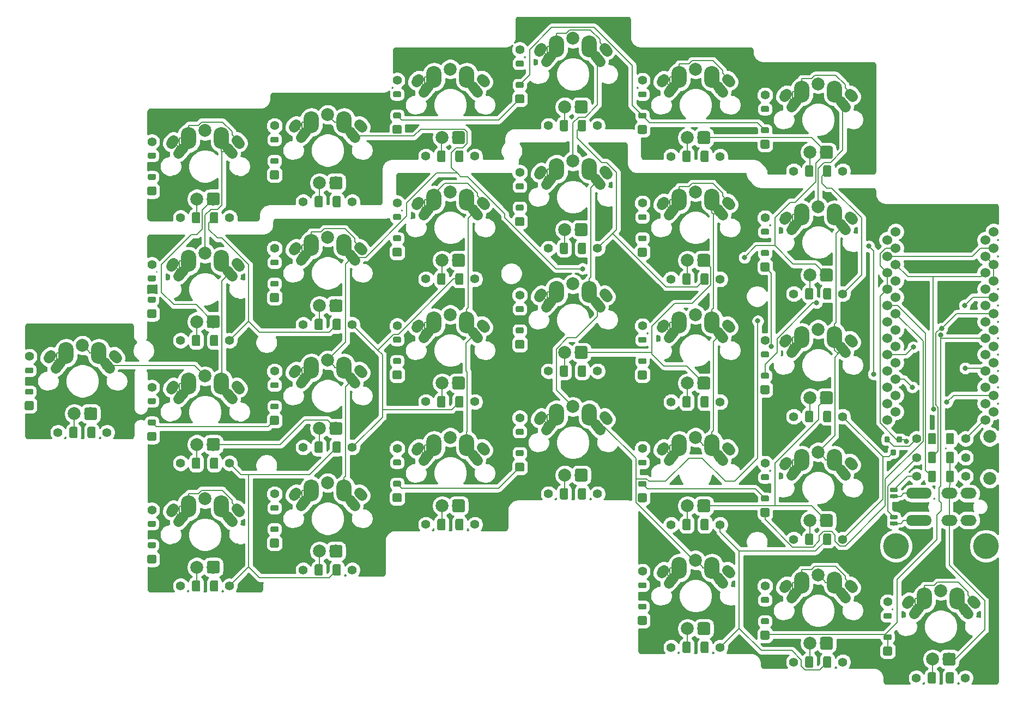
<source format=gbl>
G04 #@! TF.GenerationSoftware,KiCad,Pcbnew,(5.1.2)-2*
G04 #@! TF.CreationDate,2020-02-26T20:05:49+08:00*
G04 #@! TF.ProjectId,Pcb,5063622e-6b69-4636-9164-5f7063625858,rev?*
G04 #@! TF.SameCoordinates,Original*
G04 #@! TF.FileFunction,Copper,L2,Bot*
G04 #@! TF.FilePolarity,Positive*
%FSLAX46Y46*%
G04 Gerber Fmt 4.6, Leading zero omitted, Abs format (unit mm)*
G04 Created by KiCad (PCBNEW (5.1.2)-2) date 2020-02-26 20:05:49*
%MOMM*%
%LPD*%
G04 APERTURE LIST*
%ADD10C,1.524000*%
%ADD11O,2.400000X3.400000*%
%ADD12C,1.600000*%
%ADD13C,1.600000*%
%ADD14C,2.000000*%
%ADD15C,1.397000*%
%ADD16C,0.100000*%
%ADD17C,0.800000*%
%ADD18C,0.900000*%
%ADD19O,2.500000X1.700000*%
%ADD20O,4.000000X1.700000*%
%ADD21C,1.250000*%
%ADD22C,4.000000*%
%ADD23C,0.635000*%
%ADD24C,0.200000*%
%ADD25C,0.254000*%
G04 APERTURE END LIST*
D10*
X212976400Y-69132000D03*
X228196400Y-86912000D03*
X228196400Y-66592000D03*
X226890000Y-83102000D03*
X211650000Y-90722000D03*
X228196400Y-71672000D03*
X211650000Y-65322000D03*
X226890000Y-78022000D03*
X212976400Y-79292000D03*
X228196400Y-91992000D03*
X211650000Y-88182000D03*
X211650000Y-80562000D03*
X226890000Y-88182000D03*
X226890000Y-80562000D03*
X228196400Y-89452000D03*
X228196400Y-81832000D03*
X228196400Y-69132000D03*
X226890000Y-85642000D03*
X228196400Y-84372000D03*
X212976400Y-74212000D03*
X211650000Y-67862000D03*
X212976400Y-89452000D03*
X212976400Y-91992000D03*
X211650000Y-72942000D03*
X211650000Y-78022000D03*
X226890000Y-93262000D03*
X226890000Y-70402000D03*
X212976400Y-81832000D03*
X228196400Y-79292000D03*
X212976400Y-84372000D03*
X228196400Y-76752000D03*
X228196400Y-64052000D03*
X211650000Y-85642000D03*
X212976400Y-71672000D03*
X211650000Y-93262000D03*
X226890000Y-67862000D03*
X226890000Y-65322000D03*
X212976400Y-86912000D03*
X211650000Y-83102000D03*
X226890000Y-72942000D03*
X226890000Y-90722000D03*
X212976400Y-66592000D03*
X212976400Y-64052000D03*
X228196400Y-74212000D03*
X212976400Y-76752000D03*
X226890000Y-75482000D03*
X211650000Y-70402000D03*
X211650000Y-75482000D03*
D11*
X103170000Y-49550000D03*
X108250000Y-49550000D03*
D12*
X109520000Y-51460000D03*
D13*
X109134327Y-51000373D02*
X109905673Y-51919627D01*
D12*
X101900000Y-51460000D03*
D13*
X101514327Y-51919627D02*
X102285673Y-51000373D01*
D14*
X105710000Y-48350000D03*
D12*
X100610000Y-50100000D03*
D13*
X100417164Y-50329813D02*
X100802836Y-49870187D01*
D12*
X110810000Y-50100000D03*
D13*
X110617164Y-49870187D02*
X111002836Y-50329813D01*
D11*
X122220000Y-47070000D03*
X127300000Y-47070000D03*
D12*
X128570000Y-48980000D03*
D13*
X128184327Y-48520373D02*
X128955673Y-49439627D01*
D12*
X120950000Y-48980000D03*
D13*
X120564327Y-49439627D02*
X121335673Y-48520373D01*
D14*
X124760000Y-45870000D03*
D12*
X119660000Y-47620000D03*
D13*
X119467164Y-47849813D02*
X119852836Y-47390187D01*
D12*
X129860000Y-47620000D03*
D13*
X129667164Y-47390187D02*
X130052836Y-47849813D01*
D11*
X141270000Y-40020000D03*
X146350000Y-40020000D03*
D12*
X147620000Y-41930000D03*
D13*
X147234327Y-41470373D02*
X148005673Y-42389627D01*
D12*
X140000000Y-41930000D03*
D13*
X139614327Y-42389627D02*
X140385673Y-41470373D01*
D14*
X143810000Y-38820000D03*
D12*
X138710000Y-40570000D03*
D13*
X138517164Y-40799813D02*
X138902836Y-40340187D01*
D12*
X148910000Y-40570000D03*
D13*
X148717164Y-40340187D02*
X149102836Y-40799813D01*
D11*
X160320000Y-35260000D03*
X165400000Y-35260000D03*
D12*
X166670000Y-37170000D03*
D13*
X166284327Y-36710373D02*
X167055673Y-37629627D01*
D12*
X159050000Y-37170000D03*
D13*
X158664327Y-37629627D02*
X159435673Y-36710373D01*
D14*
X162860000Y-34060000D03*
D12*
X157760000Y-35810000D03*
D13*
X157567164Y-36039813D02*
X157952836Y-35580187D01*
D12*
X167960000Y-35810000D03*
D13*
X167767164Y-35580187D02*
X168152836Y-36039813D01*
D11*
X179370000Y-40030000D03*
X184450000Y-40030000D03*
D12*
X185720000Y-41940000D03*
D13*
X185334327Y-41480373D02*
X186105673Y-42399627D01*
D12*
X178100000Y-41940000D03*
D13*
X177714327Y-42399627D02*
X178485673Y-41480373D01*
D14*
X181910000Y-38830000D03*
D12*
X176810000Y-40580000D03*
D13*
X176617164Y-40809813D02*
X177002836Y-40350187D01*
D12*
X187010000Y-40580000D03*
D13*
X186817164Y-40350187D02*
X187202836Y-40809813D01*
D11*
X198420000Y-42310000D03*
X203500000Y-42310000D03*
D12*
X204770000Y-44220000D03*
D13*
X204384327Y-43760373D02*
X205155673Y-44679627D01*
D12*
X197150000Y-44220000D03*
D13*
X196764327Y-44679627D02*
X197535673Y-43760373D01*
D14*
X200960000Y-41110000D03*
D12*
X195860000Y-42860000D03*
D13*
X195667164Y-43089813D02*
X196052836Y-42630187D01*
D12*
X206060000Y-42860000D03*
D13*
X205867164Y-42630187D02*
X206252836Y-43089813D01*
D11*
X103170000Y-68600000D03*
X108250000Y-68600000D03*
D12*
X109520000Y-70510000D03*
D13*
X109134327Y-70050373D02*
X109905673Y-70969627D01*
D12*
X101900000Y-70510000D03*
D13*
X101514327Y-70969627D02*
X102285673Y-70050373D01*
D14*
X105710000Y-67400000D03*
D12*
X100610000Y-69150000D03*
D13*
X100417164Y-69379813D02*
X100802836Y-68920187D01*
D12*
X110810000Y-69150000D03*
D13*
X110617164Y-68920187D02*
X111002836Y-69379813D01*
D11*
X122220000Y-66120000D03*
X127300000Y-66120000D03*
D12*
X128570000Y-68030000D03*
D13*
X128184327Y-67570373D02*
X128955673Y-68489627D01*
D12*
X120950000Y-68030000D03*
D13*
X120564327Y-68489627D02*
X121335673Y-67570373D01*
D14*
X124760000Y-64920000D03*
D12*
X119660000Y-66670000D03*
D13*
X119467164Y-66899813D02*
X119852836Y-66440187D01*
D12*
X129860000Y-66670000D03*
D13*
X129667164Y-66440187D02*
X130052836Y-66899813D01*
D11*
X141270000Y-59070000D03*
X146350000Y-59070000D03*
D12*
X147620000Y-60980000D03*
D13*
X147234327Y-60520373D02*
X148005673Y-61439627D01*
D12*
X140000000Y-60980000D03*
D13*
X139614327Y-61439627D02*
X140385673Y-60520373D01*
D14*
X143810000Y-57870000D03*
D12*
X138710000Y-59620000D03*
D13*
X138517164Y-59849813D02*
X138902836Y-59390187D01*
D12*
X148910000Y-59620000D03*
D13*
X148717164Y-59390187D02*
X149102836Y-59849813D01*
D11*
X160320000Y-54310000D03*
X165400000Y-54310000D03*
D12*
X166670000Y-56220000D03*
D13*
X166284327Y-55760373D02*
X167055673Y-56679627D01*
D12*
X159050000Y-56220000D03*
D13*
X158664327Y-56679627D02*
X159435673Y-55760373D01*
D14*
X162860000Y-53110000D03*
D12*
X157760000Y-54860000D03*
D13*
X157567164Y-55089813D02*
X157952836Y-54630187D01*
D12*
X167960000Y-54860000D03*
D13*
X167767164Y-54630187D02*
X168152836Y-55089813D01*
D11*
X179370000Y-59080000D03*
X184450000Y-59080000D03*
D12*
X185720000Y-60990000D03*
D13*
X185334327Y-60530373D02*
X186105673Y-61449627D01*
D12*
X178100000Y-60990000D03*
D13*
X177714327Y-61449627D02*
X178485673Y-60530373D01*
D14*
X181910000Y-57880000D03*
D12*
X176810000Y-59630000D03*
D13*
X176617164Y-59859813D02*
X177002836Y-59400187D01*
D12*
X187010000Y-59630000D03*
D13*
X186817164Y-59400187D02*
X187202836Y-59859813D01*
D11*
X198420000Y-61360000D03*
X203500000Y-61360000D03*
D12*
X204770000Y-63270000D03*
D13*
X204384327Y-62810373D02*
X205155673Y-63729627D01*
D12*
X197150000Y-63270000D03*
D13*
X196764327Y-63729627D02*
X197535673Y-62810373D01*
D14*
X200960000Y-60160000D03*
D12*
X195860000Y-61910000D03*
D13*
X195667164Y-62139813D02*
X196052836Y-61680187D01*
D12*
X206060000Y-61910000D03*
D13*
X205867164Y-61680187D02*
X206252836Y-62139813D01*
D11*
X103170000Y-87650000D03*
X108250000Y-87650000D03*
D12*
X109520000Y-89560000D03*
D13*
X109134327Y-89100373D02*
X109905673Y-90019627D01*
D12*
X101900000Y-89560000D03*
D13*
X101514327Y-90019627D02*
X102285673Y-89100373D01*
D14*
X105710000Y-86450000D03*
D12*
X100610000Y-88200000D03*
D13*
X100417164Y-88429813D02*
X100802836Y-87970187D01*
D12*
X110810000Y-88200000D03*
D13*
X110617164Y-87970187D02*
X111002836Y-88429813D01*
D11*
X122220000Y-85170000D03*
X127300000Y-85170000D03*
D12*
X128570000Y-87080000D03*
D13*
X128184327Y-86620373D02*
X128955673Y-87539627D01*
D12*
X120950000Y-87080000D03*
D13*
X120564327Y-87539627D02*
X121335673Y-86620373D01*
D14*
X124760000Y-83970000D03*
D12*
X119660000Y-85720000D03*
D13*
X119467164Y-85949813D02*
X119852836Y-85490187D01*
D12*
X129860000Y-85720000D03*
D13*
X129667164Y-85490187D02*
X130052836Y-85949813D01*
D11*
X141270000Y-78120000D03*
X146350000Y-78120000D03*
D12*
X147620000Y-80030000D03*
D13*
X147234327Y-79570373D02*
X148005673Y-80489627D01*
D12*
X140000000Y-80030000D03*
D13*
X139614327Y-80489627D02*
X140385673Y-79570373D01*
D14*
X143810000Y-76920000D03*
D12*
X138710000Y-78670000D03*
D13*
X138517164Y-78899813D02*
X138902836Y-78440187D01*
D12*
X148910000Y-78670000D03*
D13*
X148717164Y-78440187D02*
X149102836Y-78899813D01*
D11*
X160320000Y-73360000D03*
X165400000Y-73360000D03*
D12*
X166670000Y-75270000D03*
D13*
X166284327Y-74810373D02*
X167055673Y-75729627D01*
D12*
X159050000Y-75270000D03*
D13*
X158664327Y-75729627D02*
X159435673Y-74810373D01*
D14*
X162860000Y-72160000D03*
D12*
X157760000Y-73910000D03*
D13*
X157567164Y-74139813D02*
X157952836Y-73680187D01*
D12*
X167960000Y-73910000D03*
D13*
X167767164Y-73680187D02*
X168152836Y-74139813D01*
D11*
X179370000Y-78130000D03*
X184450000Y-78130000D03*
D12*
X185720000Y-80040000D03*
D13*
X185334327Y-79580373D02*
X186105673Y-80499627D01*
D12*
X178100000Y-80040000D03*
D13*
X177714327Y-80499627D02*
X178485673Y-79580373D01*
D14*
X181910000Y-76930000D03*
D12*
X176810000Y-78680000D03*
D13*
X176617164Y-78909813D02*
X177002836Y-78450187D01*
D12*
X187010000Y-78680000D03*
D13*
X186817164Y-78450187D02*
X187202836Y-78909813D01*
D11*
X198420000Y-80410000D03*
X203500000Y-80410000D03*
D12*
X204770000Y-82320000D03*
D13*
X204384327Y-81860373D02*
X205155673Y-82779627D01*
D12*
X197150000Y-82320000D03*
D13*
X196764327Y-82779627D02*
X197535673Y-81860373D01*
D14*
X200960000Y-79210000D03*
D12*
X195860000Y-80960000D03*
D13*
X195667164Y-81189813D02*
X196052836Y-80730187D01*
D12*
X206060000Y-80960000D03*
D13*
X205867164Y-80730187D02*
X206252836Y-81189813D01*
D11*
X103170000Y-106700000D03*
X108250000Y-106700000D03*
D12*
X109520000Y-108610000D03*
D13*
X109134327Y-108150373D02*
X109905673Y-109069627D01*
D12*
X101900000Y-108610000D03*
D13*
X101514327Y-109069627D02*
X102285673Y-108150373D01*
D14*
X105710000Y-105500000D03*
D12*
X100610000Y-107250000D03*
D13*
X100417164Y-107479813D02*
X100802836Y-107020187D01*
D12*
X110810000Y-107250000D03*
D13*
X110617164Y-107020187D02*
X111002836Y-107479813D01*
D11*
X122220000Y-104220000D03*
X127300000Y-104220000D03*
D12*
X128570000Y-106130000D03*
D13*
X128184327Y-105670373D02*
X128955673Y-106589627D01*
D12*
X120950000Y-106130000D03*
D13*
X120564327Y-106589627D02*
X121335673Y-105670373D01*
D14*
X124760000Y-103020000D03*
D12*
X119660000Y-104770000D03*
D13*
X119467164Y-104999813D02*
X119852836Y-104540187D01*
D12*
X129860000Y-104770000D03*
D13*
X129667164Y-104540187D02*
X130052836Y-104999813D01*
D11*
X141270000Y-97170000D03*
X146350000Y-97170000D03*
D12*
X147620000Y-99080000D03*
D13*
X147234327Y-98620373D02*
X148005673Y-99539627D01*
D12*
X140000000Y-99080000D03*
D13*
X139614327Y-99539627D02*
X140385673Y-98620373D01*
D14*
X143810000Y-95970000D03*
D12*
X138710000Y-97720000D03*
D13*
X138517164Y-97949813D02*
X138902836Y-97490187D01*
D12*
X148910000Y-97720000D03*
D13*
X148717164Y-97490187D02*
X149102836Y-97949813D01*
D11*
X160320000Y-92410000D03*
X165400000Y-92410000D03*
D12*
X166670000Y-94320000D03*
D13*
X166284327Y-93860373D02*
X167055673Y-94779627D01*
D12*
X159050000Y-94320000D03*
D13*
X158664327Y-94779627D02*
X159435673Y-93860373D01*
D14*
X162860000Y-91210000D03*
D12*
X157760000Y-92960000D03*
D13*
X157567164Y-93189813D02*
X157952836Y-92730187D01*
D12*
X167960000Y-92960000D03*
D13*
X167767164Y-92730187D02*
X168152836Y-93189813D01*
D11*
X179370000Y-97180000D03*
X184450000Y-97180000D03*
D12*
X185720000Y-99090000D03*
D13*
X185334327Y-98630373D02*
X186105673Y-99549627D01*
D12*
X178100000Y-99090000D03*
D13*
X177714327Y-99549627D02*
X178485673Y-98630373D01*
D14*
X181910000Y-95980000D03*
D12*
X176810000Y-97730000D03*
D13*
X176617164Y-97959813D02*
X177002836Y-97500187D01*
D12*
X187010000Y-97730000D03*
D13*
X186817164Y-97500187D02*
X187202836Y-97959813D01*
D11*
X198420000Y-99460000D03*
X203500000Y-99460000D03*
D12*
X204770000Y-101370000D03*
D13*
X204384327Y-100910373D02*
X205155673Y-101829627D01*
D12*
X197150000Y-101370000D03*
D13*
X196764327Y-101829627D02*
X197535673Y-100910373D01*
D14*
X200960000Y-98260000D03*
D12*
X195860000Y-100010000D03*
D13*
X195667164Y-100239813D02*
X196052836Y-99780187D01*
D12*
X206060000Y-100010000D03*
D13*
X205867164Y-99780187D02*
X206252836Y-100239813D01*
D11*
X84120000Y-82880000D03*
X89200000Y-82880000D03*
D12*
X90470000Y-84790000D03*
D13*
X90084327Y-84330373D02*
X90855673Y-85249627D01*
D12*
X82850000Y-84790000D03*
D13*
X82464327Y-85249627D02*
X83235673Y-84330373D01*
D14*
X86660000Y-81680000D03*
D12*
X81560000Y-83430000D03*
D13*
X81367164Y-83659813D02*
X81752836Y-83200187D01*
D12*
X91760000Y-83430000D03*
D13*
X91567164Y-83200187D02*
X91952836Y-83659813D01*
D11*
X179370000Y-116230000D03*
X184450000Y-116230000D03*
D12*
X185720000Y-118140000D03*
D13*
X185334327Y-117680373D02*
X186105673Y-118599627D01*
D12*
X178100000Y-118140000D03*
D13*
X177714327Y-118599627D02*
X178485673Y-117680373D01*
D14*
X181910000Y-115030000D03*
D12*
X176810000Y-116780000D03*
D13*
X176617164Y-117009813D02*
X177002836Y-116550187D01*
D12*
X187010000Y-116780000D03*
D13*
X186817164Y-116550187D02*
X187202836Y-117009813D01*
D11*
X198420000Y-118510000D03*
X203500000Y-118510000D03*
D12*
X204770000Y-120420000D03*
D13*
X204384327Y-119960373D02*
X205155673Y-120879627D01*
D12*
X197150000Y-120420000D03*
D13*
X196764327Y-120879627D02*
X197535673Y-119960373D01*
D14*
X200960000Y-117310000D03*
D12*
X195860000Y-119060000D03*
D13*
X195667164Y-119289813D02*
X196052836Y-118830187D01*
D12*
X206060000Y-119060000D03*
D13*
X205867164Y-118830187D02*
X206252836Y-119289813D01*
D11*
X217470000Y-120980000D03*
X222550000Y-120980000D03*
D12*
X223820000Y-122890000D03*
D13*
X223434327Y-122430373D02*
X224205673Y-123349627D01*
D12*
X216200000Y-122890000D03*
D13*
X215814327Y-123349627D02*
X216585673Y-122430373D01*
D14*
X220010000Y-119780000D03*
D12*
X214910000Y-121530000D03*
D13*
X214717164Y-121759813D02*
X215102836Y-121300187D01*
D12*
X225110000Y-121530000D03*
D13*
X224917164Y-121300187D02*
X225302836Y-121759813D01*
D15*
X97430000Y-50090000D03*
D16*
G36*
X97876486Y-57012845D02*
G01*
X97903608Y-57016869D01*
X97930206Y-57023531D01*
X97956022Y-57032768D01*
X97980808Y-57044491D01*
X98004326Y-57058587D01*
X98026349Y-57074921D01*
X98046666Y-57093334D01*
X98065079Y-57113651D01*
X98081413Y-57135674D01*
X98095509Y-57159192D01*
X98107232Y-57183978D01*
X98116469Y-57209794D01*
X98123131Y-57236392D01*
X98127155Y-57263514D01*
X98128500Y-57290900D01*
X98128500Y-58129100D01*
X98127155Y-58156486D01*
X98123131Y-58183608D01*
X98116469Y-58210206D01*
X98107232Y-58236022D01*
X98095509Y-58260808D01*
X98081413Y-58284326D01*
X98065079Y-58306349D01*
X98046666Y-58326666D01*
X98026349Y-58345079D01*
X98004326Y-58361413D01*
X97980808Y-58375509D01*
X97956022Y-58387232D01*
X97930206Y-58396469D01*
X97903608Y-58403131D01*
X97876486Y-58407155D01*
X97849100Y-58408500D01*
X97010900Y-58408500D01*
X96983514Y-58407155D01*
X96956392Y-58403131D01*
X96929794Y-58396469D01*
X96903978Y-58387232D01*
X96879192Y-58375509D01*
X96855674Y-58361413D01*
X96833651Y-58345079D01*
X96813334Y-58326666D01*
X96794921Y-58306349D01*
X96778587Y-58284326D01*
X96764491Y-58260808D01*
X96752768Y-58236022D01*
X96743531Y-58210206D01*
X96736869Y-58183608D01*
X96732845Y-58156486D01*
X96731500Y-58129100D01*
X96731500Y-57290900D01*
X96732845Y-57263514D01*
X96736869Y-57236392D01*
X96743531Y-57209794D01*
X96752768Y-57183978D01*
X96764491Y-57159192D01*
X96778587Y-57135674D01*
X96794921Y-57113651D01*
X96813334Y-57093334D01*
X96833651Y-57074921D01*
X96855674Y-57058587D01*
X96879192Y-57044491D01*
X96903978Y-57032768D01*
X96929794Y-57023531D01*
X96956392Y-57016869D01*
X96983514Y-57012845D01*
X97010900Y-57011500D01*
X97849100Y-57011500D01*
X97876486Y-57012845D01*
X97876486Y-57012845D01*
G37*
D15*
X97430000Y-57710000D03*
D17*
X97430000Y-55550000D03*
X97430000Y-52250000D03*
D16*
G36*
X97867643Y-55100867D02*
G01*
X97885116Y-55103459D01*
X97902251Y-55107751D01*
X97918883Y-55113702D01*
X97934851Y-55121254D01*
X97950003Y-55130335D01*
X97964191Y-55140858D01*
X97977279Y-55152721D01*
X97989142Y-55165809D01*
X97999665Y-55179997D01*
X98008746Y-55195149D01*
X98016298Y-55211117D01*
X98022249Y-55227749D01*
X98026541Y-55244884D01*
X98029133Y-55262357D01*
X98030000Y-55280000D01*
X98030000Y-55820000D01*
X98029133Y-55837643D01*
X98026541Y-55855116D01*
X98022249Y-55872251D01*
X98016298Y-55888883D01*
X98008746Y-55904851D01*
X97999665Y-55920003D01*
X97989142Y-55934191D01*
X97977279Y-55947279D01*
X97964191Y-55959142D01*
X97950003Y-55969665D01*
X97934851Y-55978746D01*
X97918883Y-55986298D01*
X97902251Y-55992249D01*
X97885116Y-55996541D01*
X97867643Y-55999133D01*
X97850000Y-56000000D01*
X97010000Y-56000000D01*
X96992357Y-55999133D01*
X96974884Y-55996541D01*
X96957749Y-55992249D01*
X96941117Y-55986298D01*
X96925149Y-55978746D01*
X96909997Y-55969665D01*
X96895809Y-55959142D01*
X96882721Y-55947279D01*
X96870858Y-55934191D01*
X96860335Y-55920003D01*
X96851254Y-55904851D01*
X96843702Y-55888883D01*
X96837751Y-55872251D01*
X96833459Y-55855116D01*
X96830867Y-55837643D01*
X96830000Y-55820000D01*
X96830000Y-55280000D01*
X96830867Y-55262357D01*
X96833459Y-55244884D01*
X96837751Y-55227749D01*
X96843702Y-55211117D01*
X96851254Y-55195149D01*
X96860335Y-55179997D01*
X96870858Y-55165809D01*
X96882721Y-55152721D01*
X96895809Y-55140858D01*
X96909997Y-55130335D01*
X96925149Y-55121254D01*
X96941117Y-55113702D01*
X96957749Y-55107751D01*
X96974884Y-55103459D01*
X96992357Y-55100867D01*
X97010000Y-55100000D01*
X97850000Y-55100000D01*
X97867643Y-55100867D01*
X97867643Y-55100867D01*
G37*
D18*
X97430000Y-55550000D03*
D16*
G36*
X97867643Y-51800867D02*
G01*
X97885116Y-51803459D01*
X97902251Y-51807751D01*
X97918883Y-51813702D01*
X97934851Y-51821254D01*
X97950003Y-51830335D01*
X97964191Y-51840858D01*
X97977279Y-51852721D01*
X97989142Y-51865809D01*
X97999665Y-51879997D01*
X98008746Y-51895149D01*
X98016298Y-51911117D01*
X98022249Y-51927749D01*
X98026541Y-51944884D01*
X98029133Y-51962357D01*
X98030000Y-51980000D01*
X98030000Y-52520000D01*
X98029133Y-52537643D01*
X98026541Y-52555116D01*
X98022249Y-52572251D01*
X98016298Y-52588883D01*
X98008746Y-52604851D01*
X97999665Y-52620003D01*
X97989142Y-52634191D01*
X97977279Y-52647279D01*
X97964191Y-52659142D01*
X97950003Y-52669665D01*
X97934851Y-52678746D01*
X97918883Y-52686298D01*
X97902251Y-52692249D01*
X97885116Y-52696541D01*
X97867643Y-52699133D01*
X97850000Y-52700000D01*
X97010000Y-52700000D01*
X96992357Y-52699133D01*
X96974884Y-52696541D01*
X96957749Y-52692249D01*
X96941117Y-52686298D01*
X96925149Y-52678746D01*
X96909997Y-52669665D01*
X96895809Y-52659142D01*
X96882721Y-52647279D01*
X96870858Y-52634191D01*
X96860335Y-52620003D01*
X96851254Y-52604851D01*
X96843702Y-52588883D01*
X96837751Y-52572251D01*
X96833459Y-52555116D01*
X96830867Y-52537643D01*
X96830000Y-52520000D01*
X96830000Y-51980000D01*
X96830867Y-51962357D01*
X96833459Y-51944884D01*
X96837751Y-51927749D01*
X96843702Y-51911117D01*
X96851254Y-51895149D01*
X96860335Y-51879997D01*
X96870858Y-51865809D01*
X96882721Y-51852721D01*
X96895809Y-51840858D01*
X96909997Y-51830335D01*
X96925149Y-51821254D01*
X96941117Y-51813702D01*
X96957749Y-51807751D01*
X96974884Y-51803459D01*
X96992357Y-51800867D01*
X97010000Y-51800000D01*
X97850000Y-51800000D01*
X97867643Y-51800867D01*
X97867643Y-51800867D01*
G37*
D18*
X97430000Y-52250000D03*
D16*
G36*
X116917643Y-49320867D02*
G01*
X116935116Y-49323459D01*
X116952251Y-49327751D01*
X116968883Y-49333702D01*
X116984851Y-49341254D01*
X117000003Y-49350335D01*
X117014191Y-49360858D01*
X117027279Y-49372721D01*
X117039142Y-49385809D01*
X117049665Y-49399997D01*
X117058746Y-49415149D01*
X117066298Y-49431117D01*
X117072249Y-49447749D01*
X117076541Y-49464884D01*
X117079133Y-49482357D01*
X117080000Y-49500000D01*
X117080000Y-50040000D01*
X117079133Y-50057643D01*
X117076541Y-50075116D01*
X117072249Y-50092251D01*
X117066298Y-50108883D01*
X117058746Y-50124851D01*
X117049665Y-50140003D01*
X117039142Y-50154191D01*
X117027279Y-50167279D01*
X117014191Y-50179142D01*
X117000003Y-50189665D01*
X116984851Y-50198746D01*
X116968883Y-50206298D01*
X116952251Y-50212249D01*
X116935116Y-50216541D01*
X116917643Y-50219133D01*
X116900000Y-50220000D01*
X116060000Y-50220000D01*
X116042357Y-50219133D01*
X116024884Y-50216541D01*
X116007749Y-50212249D01*
X115991117Y-50206298D01*
X115975149Y-50198746D01*
X115959997Y-50189665D01*
X115945809Y-50179142D01*
X115932721Y-50167279D01*
X115920858Y-50154191D01*
X115910335Y-50140003D01*
X115901254Y-50124851D01*
X115893702Y-50108883D01*
X115887751Y-50092251D01*
X115883459Y-50075116D01*
X115880867Y-50057643D01*
X115880000Y-50040000D01*
X115880000Y-49500000D01*
X115880867Y-49482357D01*
X115883459Y-49464884D01*
X115887751Y-49447749D01*
X115893702Y-49431117D01*
X115901254Y-49415149D01*
X115910335Y-49399997D01*
X115920858Y-49385809D01*
X115932721Y-49372721D01*
X115945809Y-49360858D01*
X115959997Y-49350335D01*
X115975149Y-49341254D01*
X115991117Y-49333702D01*
X116007749Y-49327751D01*
X116024884Y-49323459D01*
X116042357Y-49320867D01*
X116060000Y-49320000D01*
X116900000Y-49320000D01*
X116917643Y-49320867D01*
X116917643Y-49320867D01*
G37*
D18*
X116480000Y-49770000D03*
D16*
G36*
X116917643Y-52620867D02*
G01*
X116935116Y-52623459D01*
X116952251Y-52627751D01*
X116968883Y-52633702D01*
X116984851Y-52641254D01*
X117000003Y-52650335D01*
X117014191Y-52660858D01*
X117027279Y-52672721D01*
X117039142Y-52685809D01*
X117049665Y-52699997D01*
X117058746Y-52715149D01*
X117066298Y-52731117D01*
X117072249Y-52747749D01*
X117076541Y-52764884D01*
X117079133Y-52782357D01*
X117080000Y-52800000D01*
X117080000Y-53340000D01*
X117079133Y-53357643D01*
X117076541Y-53375116D01*
X117072249Y-53392251D01*
X117066298Y-53408883D01*
X117058746Y-53424851D01*
X117049665Y-53440003D01*
X117039142Y-53454191D01*
X117027279Y-53467279D01*
X117014191Y-53479142D01*
X117000003Y-53489665D01*
X116984851Y-53498746D01*
X116968883Y-53506298D01*
X116952251Y-53512249D01*
X116935116Y-53516541D01*
X116917643Y-53519133D01*
X116900000Y-53520000D01*
X116060000Y-53520000D01*
X116042357Y-53519133D01*
X116024884Y-53516541D01*
X116007749Y-53512249D01*
X115991117Y-53506298D01*
X115975149Y-53498746D01*
X115959997Y-53489665D01*
X115945809Y-53479142D01*
X115932721Y-53467279D01*
X115920858Y-53454191D01*
X115910335Y-53440003D01*
X115901254Y-53424851D01*
X115893702Y-53408883D01*
X115887751Y-53392251D01*
X115883459Y-53375116D01*
X115880867Y-53357643D01*
X115880000Y-53340000D01*
X115880000Y-52800000D01*
X115880867Y-52782357D01*
X115883459Y-52764884D01*
X115887751Y-52747749D01*
X115893702Y-52731117D01*
X115901254Y-52715149D01*
X115910335Y-52699997D01*
X115920858Y-52685809D01*
X115932721Y-52672721D01*
X115945809Y-52660858D01*
X115959997Y-52650335D01*
X115975149Y-52641254D01*
X115991117Y-52633702D01*
X116007749Y-52627751D01*
X116024884Y-52623459D01*
X116042357Y-52620867D01*
X116060000Y-52620000D01*
X116900000Y-52620000D01*
X116917643Y-52620867D01*
X116917643Y-52620867D01*
G37*
D18*
X116480000Y-53070000D03*
D17*
X116480000Y-49770000D03*
X116480000Y-53070000D03*
D16*
G36*
X116926486Y-54532845D02*
G01*
X116953608Y-54536869D01*
X116980206Y-54543531D01*
X117006022Y-54552768D01*
X117030808Y-54564491D01*
X117054326Y-54578587D01*
X117076349Y-54594921D01*
X117096666Y-54613334D01*
X117115079Y-54633651D01*
X117131413Y-54655674D01*
X117145509Y-54679192D01*
X117157232Y-54703978D01*
X117166469Y-54729794D01*
X117173131Y-54756392D01*
X117177155Y-54783514D01*
X117178500Y-54810900D01*
X117178500Y-55649100D01*
X117177155Y-55676486D01*
X117173131Y-55703608D01*
X117166469Y-55730206D01*
X117157232Y-55756022D01*
X117145509Y-55780808D01*
X117131413Y-55804326D01*
X117115079Y-55826349D01*
X117096666Y-55846666D01*
X117076349Y-55865079D01*
X117054326Y-55881413D01*
X117030808Y-55895509D01*
X117006022Y-55907232D01*
X116980206Y-55916469D01*
X116953608Y-55923131D01*
X116926486Y-55927155D01*
X116899100Y-55928500D01*
X116060900Y-55928500D01*
X116033514Y-55927155D01*
X116006392Y-55923131D01*
X115979794Y-55916469D01*
X115953978Y-55907232D01*
X115929192Y-55895509D01*
X115905674Y-55881413D01*
X115883651Y-55865079D01*
X115863334Y-55846666D01*
X115844921Y-55826349D01*
X115828587Y-55804326D01*
X115814491Y-55780808D01*
X115802768Y-55756022D01*
X115793531Y-55730206D01*
X115786869Y-55703608D01*
X115782845Y-55676486D01*
X115781500Y-55649100D01*
X115781500Y-54810900D01*
X115782845Y-54783514D01*
X115786869Y-54756392D01*
X115793531Y-54729794D01*
X115802768Y-54703978D01*
X115814491Y-54679192D01*
X115828587Y-54655674D01*
X115844921Y-54633651D01*
X115863334Y-54613334D01*
X115883651Y-54594921D01*
X115905674Y-54578587D01*
X115929192Y-54564491D01*
X115953978Y-54552768D01*
X115979794Y-54543531D01*
X116006392Y-54536869D01*
X116033514Y-54532845D01*
X116060900Y-54531500D01*
X116899100Y-54531500D01*
X116926486Y-54532845D01*
X116926486Y-54532845D01*
G37*
D15*
X116480000Y-55230000D03*
X116480000Y-47610000D03*
X135530000Y-40560000D03*
D16*
G36*
X135976486Y-47482845D02*
G01*
X136003608Y-47486869D01*
X136030206Y-47493531D01*
X136056022Y-47502768D01*
X136080808Y-47514491D01*
X136104326Y-47528587D01*
X136126349Y-47544921D01*
X136146666Y-47563334D01*
X136165079Y-47583651D01*
X136181413Y-47605674D01*
X136195509Y-47629192D01*
X136207232Y-47653978D01*
X136216469Y-47679794D01*
X136223131Y-47706392D01*
X136227155Y-47733514D01*
X136228500Y-47760900D01*
X136228500Y-48599100D01*
X136227155Y-48626486D01*
X136223131Y-48653608D01*
X136216469Y-48680206D01*
X136207232Y-48706022D01*
X136195509Y-48730808D01*
X136181413Y-48754326D01*
X136165079Y-48776349D01*
X136146666Y-48796666D01*
X136126349Y-48815079D01*
X136104326Y-48831413D01*
X136080808Y-48845509D01*
X136056022Y-48857232D01*
X136030206Y-48866469D01*
X136003608Y-48873131D01*
X135976486Y-48877155D01*
X135949100Y-48878500D01*
X135110900Y-48878500D01*
X135083514Y-48877155D01*
X135056392Y-48873131D01*
X135029794Y-48866469D01*
X135003978Y-48857232D01*
X134979192Y-48845509D01*
X134955674Y-48831413D01*
X134933651Y-48815079D01*
X134913334Y-48796666D01*
X134894921Y-48776349D01*
X134878587Y-48754326D01*
X134864491Y-48730808D01*
X134852768Y-48706022D01*
X134843531Y-48680206D01*
X134836869Y-48653608D01*
X134832845Y-48626486D01*
X134831500Y-48599100D01*
X134831500Y-47760900D01*
X134832845Y-47733514D01*
X134836869Y-47706392D01*
X134843531Y-47679794D01*
X134852768Y-47653978D01*
X134864491Y-47629192D01*
X134878587Y-47605674D01*
X134894921Y-47583651D01*
X134913334Y-47563334D01*
X134933651Y-47544921D01*
X134955674Y-47528587D01*
X134979192Y-47514491D01*
X135003978Y-47502768D01*
X135029794Y-47493531D01*
X135056392Y-47486869D01*
X135083514Y-47482845D01*
X135110900Y-47481500D01*
X135949100Y-47481500D01*
X135976486Y-47482845D01*
X135976486Y-47482845D01*
G37*
D15*
X135530000Y-48180000D03*
D17*
X135530000Y-46020000D03*
X135530000Y-42720000D03*
D16*
G36*
X135967643Y-45570867D02*
G01*
X135985116Y-45573459D01*
X136002251Y-45577751D01*
X136018883Y-45583702D01*
X136034851Y-45591254D01*
X136050003Y-45600335D01*
X136064191Y-45610858D01*
X136077279Y-45622721D01*
X136089142Y-45635809D01*
X136099665Y-45649997D01*
X136108746Y-45665149D01*
X136116298Y-45681117D01*
X136122249Y-45697749D01*
X136126541Y-45714884D01*
X136129133Y-45732357D01*
X136130000Y-45750000D01*
X136130000Y-46290000D01*
X136129133Y-46307643D01*
X136126541Y-46325116D01*
X136122249Y-46342251D01*
X136116298Y-46358883D01*
X136108746Y-46374851D01*
X136099665Y-46390003D01*
X136089142Y-46404191D01*
X136077279Y-46417279D01*
X136064191Y-46429142D01*
X136050003Y-46439665D01*
X136034851Y-46448746D01*
X136018883Y-46456298D01*
X136002251Y-46462249D01*
X135985116Y-46466541D01*
X135967643Y-46469133D01*
X135950000Y-46470000D01*
X135110000Y-46470000D01*
X135092357Y-46469133D01*
X135074884Y-46466541D01*
X135057749Y-46462249D01*
X135041117Y-46456298D01*
X135025149Y-46448746D01*
X135009997Y-46439665D01*
X134995809Y-46429142D01*
X134982721Y-46417279D01*
X134970858Y-46404191D01*
X134960335Y-46390003D01*
X134951254Y-46374851D01*
X134943702Y-46358883D01*
X134937751Y-46342251D01*
X134933459Y-46325116D01*
X134930867Y-46307643D01*
X134930000Y-46290000D01*
X134930000Y-45750000D01*
X134930867Y-45732357D01*
X134933459Y-45714884D01*
X134937751Y-45697749D01*
X134943702Y-45681117D01*
X134951254Y-45665149D01*
X134960335Y-45649997D01*
X134970858Y-45635809D01*
X134982721Y-45622721D01*
X134995809Y-45610858D01*
X135009997Y-45600335D01*
X135025149Y-45591254D01*
X135041117Y-45583702D01*
X135057749Y-45577751D01*
X135074884Y-45573459D01*
X135092357Y-45570867D01*
X135110000Y-45570000D01*
X135950000Y-45570000D01*
X135967643Y-45570867D01*
X135967643Y-45570867D01*
G37*
D18*
X135530000Y-46020000D03*
D16*
G36*
X135967643Y-42270867D02*
G01*
X135985116Y-42273459D01*
X136002251Y-42277751D01*
X136018883Y-42283702D01*
X136034851Y-42291254D01*
X136050003Y-42300335D01*
X136064191Y-42310858D01*
X136077279Y-42322721D01*
X136089142Y-42335809D01*
X136099665Y-42349997D01*
X136108746Y-42365149D01*
X136116298Y-42381117D01*
X136122249Y-42397749D01*
X136126541Y-42414884D01*
X136129133Y-42432357D01*
X136130000Y-42450000D01*
X136130000Y-42990000D01*
X136129133Y-43007643D01*
X136126541Y-43025116D01*
X136122249Y-43042251D01*
X136116298Y-43058883D01*
X136108746Y-43074851D01*
X136099665Y-43090003D01*
X136089142Y-43104191D01*
X136077279Y-43117279D01*
X136064191Y-43129142D01*
X136050003Y-43139665D01*
X136034851Y-43148746D01*
X136018883Y-43156298D01*
X136002251Y-43162249D01*
X135985116Y-43166541D01*
X135967643Y-43169133D01*
X135950000Y-43170000D01*
X135110000Y-43170000D01*
X135092357Y-43169133D01*
X135074884Y-43166541D01*
X135057749Y-43162249D01*
X135041117Y-43156298D01*
X135025149Y-43148746D01*
X135009997Y-43139665D01*
X134995809Y-43129142D01*
X134982721Y-43117279D01*
X134970858Y-43104191D01*
X134960335Y-43090003D01*
X134951254Y-43074851D01*
X134943702Y-43058883D01*
X134937751Y-43042251D01*
X134933459Y-43025116D01*
X134930867Y-43007643D01*
X134930000Y-42990000D01*
X134930000Y-42450000D01*
X134930867Y-42432357D01*
X134933459Y-42414884D01*
X134937751Y-42397749D01*
X134943702Y-42381117D01*
X134951254Y-42365149D01*
X134960335Y-42349997D01*
X134970858Y-42335809D01*
X134982721Y-42322721D01*
X134995809Y-42310858D01*
X135009997Y-42300335D01*
X135025149Y-42291254D01*
X135041117Y-42283702D01*
X135057749Y-42277751D01*
X135074884Y-42273459D01*
X135092357Y-42270867D01*
X135110000Y-42270000D01*
X135950000Y-42270000D01*
X135967643Y-42270867D01*
X135967643Y-42270867D01*
G37*
D18*
X135530000Y-42720000D03*
D16*
G36*
X155017643Y-37510867D02*
G01*
X155035116Y-37513459D01*
X155052251Y-37517751D01*
X155068883Y-37523702D01*
X155084851Y-37531254D01*
X155100003Y-37540335D01*
X155114191Y-37550858D01*
X155127279Y-37562721D01*
X155139142Y-37575809D01*
X155149665Y-37589997D01*
X155158746Y-37605149D01*
X155166298Y-37621117D01*
X155172249Y-37637749D01*
X155176541Y-37654884D01*
X155179133Y-37672357D01*
X155180000Y-37690000D01*
X155180000Y-38230000D01*
X155179133Y-38247643D01*
X155176541Y-38265116D01*
X155172249Y-38282251D01*
X155166298Y-38298883D01*
X155158746Y-38314851D01*
X155149665Y-38330003D01*
X155139142Y-38344191D01*
X155127279Y-38357279D01*
X155114191Y-38369142D01*
X155100003Y-38379665D01*
X155084851Y-38388746D01*
X155068883Y-38396298D01*
X155052251Y-38402249D01*
X155035116Y-38406541D01*
X155017643Y-38409133D01*
X155000000Y-38410000D01*
X154160000Y-38410000D01*
X154142357Y-38409133D01*
X154124884Y-38406541D01*
X154107749Y-38402249D01*
X154091117Y-38396298D01*
X154075149Y-38388746D01*
X154059997Y-38379665D01*
X154045809Y-38369142D01*
X154032721Y-38357279D01*
X154020858Y-38344191D01*
X154010335Y-38330003D01*
X154001254Y-38314851D01*
X153993702Y-38298883D01*
X153987751Y-38282251D01*
X153983459Y-38265116D01*
X153980867Y-38247643D01*
X153980000Y-38230000D01*
X153980000Y-37690000D01*
X153980867Y-37672357D01*
X153983459Y-37654884D01*
X153987751Y-37637749D01*
X153993702Y-37621117D01*
X154001254Y-37605149D01*
X154010335Y-37589997D01*
X154020858Y-37575809D01*
X154032721Y-37562721D01*
X154045809Y-37550858D01*
X154059997Y-37540335D01*
X154075149Y-37531254D01*
X154091117Y-37523702D01*
X154107749Y-37517751D01*
X154124884Y-37513459D01*
X154142357Y-37510867D01*
X154160000Y-37510000D01*
X155000000Y-37510000D01*
X155017643Y-37510867D01*
X155017643Y-37510867D01*
G37*
D18*
X154580000Y-37960000D03*
D16*
G36*
X155017643Y-40810867D02*
G01*
X155035116Y-40813459D01*
X155052251Y-40817751D01*
X155068883Y-40823702D01*
X155084851Y-40831254D01*
X155100003Y-40840335D01*
X155114191Y-40850858D01*
X155127279Y-40862721D01*
X155139142Y-40875809D01*
X155149665Y-40889997D01*
X155158746Y-40905149D01*
X155166298Y-40921117D01*
X155172249Y-40937749D01*
X155176541Y-40954884D01*
X155179133Y-40972357D01*
X155180000Y-40990000D01*
X155180000Y-41530000D01*
X155179133Y-41547643D01*
X155176541Y-41565116D01*
X155172249Y-41582251D01*
X155166298Y-41598883D01*
X155158746Y-41614851D01*
X155149665Y-41630003D01*
X155139142Y-41644191D01*
X155127279Y-41657279D01*
X155114191Y-41669142D01*
X155100003Y-41679665D01*
X155084851Y-41688746D01*
X155068883Y-41696298D01*
X155052251Y-41702249D01*
X155035116Y-41706541D01*
X155017643Y-41709133D01*
X155000000Y-41710000D01*
X154160000Y-41710000D01*
X154142357Y-41709133D01*
X154124884Y-41706541D01*
X154107749Y-41702249D01*
X154091117Y-41696298D01*
X154075149Y-41688746D01*
X154059997Y-41679665D01*
X154045809Y-41669142D01*
X154032721Y-41657279D01*
X154020858Y-41644191D01*
X154010335Y-41630003D01*
X154001254Y-41614851D01*
X153993702Y-41598883D01*
X153987751Y-41582251D01*
X153983459Y-41565116D01*
X153980867Y-41547643D01*
X153980000Y-41530000D01*
X153980000Y-40990000D01*
X153980867Y-40972357D01*
X153983459Y-40954884D01*
X153987751Y-40937749D01*
X153993702Y-40921117D01*
X154001254Y-40905149D01*
X154010335Y-40889997D01*
X154020858Y-40875809D01*
X154032721Y-40862721D01*
X154045809Y-40850858D01*
X154059997Y-40840335D01*
X154075149Y-40831254D01*
X154091117Y-40823702D01*
X154107749Y-40817751D01*
X154124884Y-40813459D01*
X154142357Y-40810867D01*
X154160000Y-40810000D01*
X155000000Y-40810000D01*
X155017643Y-40810867D01*
X155017643Y-40810867D01*
G37*
D18*
X154580000Y-41260000D03*
D17*
X154580000Y-37960000D03*
X154580000Y-41260000D03*
D16*
G36*
X155026486Y-42722845D02*
G01*
X155053608Y-42726869D01*
X155080206Y-42733531D01*
X155106022Y-42742768D01*
X155130808Y-42754491D01*
X155154326Y-42768587D01*
X155176349Y-42784921D01*
X155196666Y-42803334D01*
X155215079Y-42823651D01*
X155231413Y-42845674D01*
X155245509Y-42869192D01*
X155257232Y-42893978D01*
X155266469Y-42919794D01*
X155273131Y-42946392D01*
X155277155Y-42973514D01*
X155278500Y-43000900D01*
X155278500Y-43839100D01*
X155277155Y-43866486D01*
X155273131Y-43893608D01*
X155266469Y-43920206D01*
X155257232Y-43946022D01*
X155245509Y-43970808D01*
X155231413Y-43994326D01*
X155215079Y-44016349D01*
X155196666Y-44036666D01*
X155176349Y-44055079D01*
X155154326Y-44071413D01*
X155130808Y-44085509D01*
X155106022Y-44097232D01*
X155080206Y-44106469D01*
X155053608Y-44113131D01*
X155026486Y-44117155D01*
X154999100Y-44118500D01*
X154160900Y-44118500D01*
X154133514Y-44117155D01*
X154106392Y-44113131D01*
X154079794Y-44106469D01*
X154053978Y-44097232D01*
X154029192Y-44085509D01*
X154005674Y-44071413D01*
X153983651Y-44055079D01*
X153963334Y-44036666D01*
X153944921Y-44016349D01*
X153928587Y-43994326D01*
X153914491Y-43970808D01*
X153902768Y-43946022D01*
X153893531Y-43920206D01*
X153886869Y-43893608D01*
X153882845Y-43866486D01*
X153881500Y-43839100D01*
X153881500Y-43000900D01*
X153882845Y-42973514D01*
X153886869Y-42946392D01*
X153893531Y-42919794D01*
X153902768Y-42893978D01*
X153914491Y-42869192D01*
X153928587Y-42845674D01*
X153944921Y-42823651D01*
X153963334Y-42803334D01*
X153983651Y-42784921D01*
X154005674Y-42768587D01*
X154029192Y-42754491D01*
X154053978Y-42742768D01*
X154079794Y-42733531D01*
X154106392Y-42726869D01*
X154133514Y-42722845D01*
X154160900Y-42721500D01*
X154999100Y-42721500D01*
X155026486Y-42722845D01*
X155026486Y-42722845D01*
G37*
D15*
X154580000Y-43420000D03*
X154580000Y-35800000D03*
X173630000Y-40570000D03*
D16*
G36*
X174076486Y-47492845D02*
G01*
X174103608Y-47496869D01*
X174130206Y-47503531D01*
X174156022Y-47512768D01*
X174180808Y-47524491D01*
X174204326Y-47538587D01*
X174226349Y-47554921D01*
X174246666Y-47573334D01*
X174265079Y-47593651D01*
X174281413Y-47615674D01*
X174295509Y-47639192D01*
X174307232Y-47663978D01*
X174316469Y-47689794D01*
X174323131Y-47716392D01*
X174327155Y-47743514D01*
X174328500Y-47770900D01*
X174328500Y-48609100D01*
X174327155Y-48636486D01*
X174323131Y-48663608D01*
X174316469Y-48690206D01*
X174307232Y-48716022D01*
X174295509Y-48740808D01*
X174281413Y-48764326D01*
X174265079Y-48786349D01*
X174246666Y-48806666D01*
X174226349Y-48825079D01*
X174204326Y-48841413D01*
X174180808Y-48855509D01*
X174156022Y-48867232D01*
X174130206Y-48876469D01*
X174103608Y-48883131D01*
X174076486Y-48887155D01*
X174049100Y-48888500D01*
X173210900Y-48888500D01*
X173183514Y-48887155D01*
X173156392Y-48883131D01*
X173129794Y-48876469D01*
X173103978Y-48867232D01*
X173079192Y-48855509D01*
X173055674Y-48841413D01*
X173033651Y-48825079D01*
X173013334Y-48806666D01*
X172994921Y-48786349D01*
X172978587Y-48764326D01*
X172964491Y-48740808D01*
X172952768Y-48716022D01*
X172943531Y-48690206D01*
X172936869Y-48663608D01*
X172932845Y-48636486D01*
X172931500Y-48609100D01*
X172931500Y-47770900D01*
X172932845Y-47743514D01*
X172936869Y-47716392D01*
X172943531Y-47689794D01*
X172952768Y-47663978D01*
X172964491Y-47639192D01*
X172978587Y-47615674D01*
X172994921Y-47593651D01*
X173013334Y-47573334D01*
X173033651Y-47554921D01*
X173055674Y-47538587D01*
X173079192Y-47524491D01*
X173103978Y-47512768D01*
X173129794Y-47503531D01*
X173156392Y-47496869D01*
X173183514Y-47492845D01*
X173210900Y-47491500D01*
X174049100Y-47491500D01*
X174076486Y-47492845D01*
X174076486Y-47492845D01*
G37*
D15*
X173630000Y-48190000D03*
D17*
X173630000Y-46030000D03*
X173630000Y-42730000D03*
D16*
G36*
X174067643Y-45580867D02*
G01*
X174085116Y-45583459D01*
X174102251Y-45587751D01*
X174118883Y-45593702D01*
X174134851Y-45601254D01*
X174150003Y-45610335D01*
X174164191Y-45620858D01*
X174177279Y-45632721D01*
X174189142Y-45645809D01*
X174199665Y-45659997D01*
X174208746Y-45675149D01*
X174216298Y-45691117D01*
X174222249Y-45707749D01*
X174226541Y-45724884D01*
X174229133Y-45742357D01*
X174230000Y-45760000D01*
X174230000Y-46300000D01*
X174229133Y-46317643D01*
X174226541Y-46335116D01*
X174222249Y-46352251D01*
X174216298Y-46368883D01*
X174208746Y-46384851D01*
X174199665Y-46400003D01*
X174189142Y-46414191D01*
X174177279Y-46427279D01*
X174164191Y-46439142D01*
X174150003Y-46449665D01*
X174134851Y-46458746D01*
X174118883Y-46466298D01*
X174102251Y-46472249D01*
X174085116Y-46476541D01*
X174067643Y-46479133D01*
X174050000Y-46480000D01*
X173210000Y-46480000D01*
X173192357Y-46479133D01*
X173174884Y-46476541D01*
X173157749Y-46472249D01*
X173141117Y-46466298D01*
X173125149Y-46458746D01*
X173109997Y-46449665D01*
X173095809Y-46439142D01*
X173082721Y-46427279D01*
X173070858Y-46414191D01*
X173060335Y-46400003D01*
X173051254Y-46384851D01*
X173043702Y-46368883D01*
X173037751Y-46352251D01*
X173033459Y-46335116D01*
X173030867Y-46317643D01*
X173030000Y-46300000D01*
X173030000Y-45760000D01*
X173030867Y-45742357D01*
X173033459Y-45724884D01*
X173037751Y-45707749D01*
X173043702Y-45691117D01*
X173051254Y-45675149D01*
X173060335Y-45659997D01*
X173070858Y-45645809D01*
X173082721Y-45632721D01*
X173095809Y-45620858D01*
X173109997Y-45610335D01*
X173125149Y-45601254D01*
X173141117Y-45593702D01*
X173157749Y-45587751D01*
X173174884Y-45583459D01*
X173192357Y-45580867D01*
X173210000Y-45580000D01*
X174050000Y-45580000D01*
X174067643Y-45580867D01*
X174067643Y-45580867D01*
G37*
D18*
X173630000Y-46030000D03*
D16*
G36*
X174067643Y-42280867D02*
G01*
X174085116Y-42283459D01*
X174102251Y-42287751D01*
X174118883Y-42293702D01*
X174134851Y-42301254D01*
X174150003Y-42310335D01*
X174164191Y-42320858D01*
X174177279Y-42332721D01*
X174189142Y-42345809D01*
X174199665Y-42359997D01*
X174208746Y-42375149D01*
X174216298Y-42391117D01*
X174222249Y-42407749D01*
X174226541Y-42424884D01*
X174229133Y-42442357D01*
X174230000Y-42460000D01*
X174230000Y-43000000D01*
X174229133Y-43017643D01*
X174226541Y-43035116D01*
X174222249Y-43052251D01*
X174216298Y-43068883D01*
X174208746Y-43084851D01*
X174199665Y-43100003D01*
X174189142Y-43114191D01*
X174177279Y-43127279D01*
X174164191Y-43139142D01*
X174150003Y-43149665D01*
X174134851Y-43158746D01*
X174118883Y-43166298D01*
X174102251Y-43172249D01*
X174085116Y-43176541D01*
X174067643Y-43179133D01*
X174050000Y-43180000D01*
X173210000Y-43180000D01*
X173192357Y-43179133D01*
X173174884Y-43176541D01*
X173157749Y-43172249D01*
X173141117Y-43166298D01*
X173125149Y-43158746D01*
X173109997Y-43149665D01*
X173095809Y-43139142D01*
X173082721Y-43127279D01*
X173070858Y-43114191D01*
X173060335Y-43100003D01*
X173051254Y-43084851D01*
X173043702Y-43068883D01*
X173037751Y-43052251D01*
X173033459Y-43035116D01*
X173030867Y-43017643D01*
X173030000Y-43000000D01*
X173030000Y-42460000D01*
X173030867Y-42442357D01*
X173033459Y-42424884D01*
X173037751Y-42407749D01*
X173043702Y-42391117D01*
X173051254Y-42375149D01*
X173060335Y-42359997D01*
X173070858Y-42345809D01*
X173082721Y-42332721D01*
X173095809Y-42320858D01*
X173109997Y-42310335D01*
X173125149Y-42301254D01*
X173141117Y-42293702D01*
X173157749Y-42287751D01*
X173174884Y-42283459D01*
X173192357Y-42280867D01*
X173210000Y-42280000D01*
X174050000Y-42280000D01*
X174067643Y-42280867D01*
X174067643Y-42280867D01*
G37*
D18*
X173630000Y-42730000D03*
D16*
G36*
X193117643Y-44560867D02*
G01*
X193135116Y-44563459D01*
X193152251Y-44567751D01*
X193168883Y-44573702D01*
X193184851Y-44581254D01*
X193200003Y-44590335D01*
X193214191Y-44600858D01*
X193227279Y-44612721D01*
X193239142Y-44625809D01*
X193249665Y-44639997D01*
X193258746Y-44655149D01*
X193266298Y-44671117D01*
X193272249Y-44687749D01*
X193276541Y-44704884D01*
X193279133Y-44722357D01*
X193280000Y-44740000D01*
X193280000Y-45280000D01*
X193279133Y-45297643D01*
X193276541Y-45315116D01*
X193272249Y-45332251D01*
X193266298Y-45348883D01*
X193258746Y-45364851D01*
X193249665Y-45380003D01*
X193239142Y-45394191D01*
X193227279Y-45407279D01*
X193214191Y-45419142D01*
X193200003Y-45429665D01*
X193184851Y-45438746D01*
X193168883Y-45446298D01*
X193152251Y-45452249D01*
X193135116Y-45456541D01*
X193117643Y-45459133D01*
X193100000Y-45460000D01*
X192260000Y-45460000D01*
X192242357Y-45459133D01*
X192224884Y-45456541D01*
X192207749Y-45452249D01*
X192191117Y-45446298D01*
X192175149Y-45438746D01*
X192159997Y-45429665D01*
X192145809Y-45419142D01*
X192132721Y-45407279D01*
X192120858Y-45394191D01*
X192110335Y-45380003D01*
X192101254Y-45364851D01*
X192093702Y-45348883D01*
X192087751Y-45332251D01*
X192083459Y-45315116D01*
X192080867Y-45297643D01*
X192080000Y-45280000D01*
X192080000Y-44740000D01*
X192080867Y-44722357D01*
X192083459Y-44704884D01*
X192087751Y-44687749D01*
X192093702Y-44671117D01*
X192101254Y-44655149D01*
X192110335Y-44639997D01*
X192120858Y-44625809D01*
X192132721Y-44612721D01*
X192145809Y-44600858D01*
X192159997Y-44590335D01*
X192175149Y-44581254D01*
X192191117Y-44573702D01*
X192207749Y-44567751D01*
X192224884Y-44563459D01*
X192242357Y-44560867D01*
X192260000Y-44560000D01*
X193100000Y-44560000D01*
X193117643Y-44560867D01*
X193117643Y-44560867D01*
G37*
D18*
X192680000Y-45010000D03*
D16*
G36*
X193117643Y-47860867D02*
G01*
X193135116Y-47863459D01*
X193152251Y-47867751D01*
X193168883Y-47873702D01*
X193184851Y-47881254D01*
X193200003Y-47890335D01*
X193214191Y-47900858D01*
X193227279Y-47912721D01*
X193239142Y-47925809D01*
X193249665Y-47939997D01*
X193258746Y-47955149D01*
X193266298Y-47971117D01*
X193272249Y-47987749D01*
X193276541Y-48004884D01*
X193279133Y-48022357D01*
X193280000Y-48040000D01*
X193280000Y-48580000D01*
X193279133Y-48597643D01*
X193276541Y-48615116D01*
X193272249Y-48632251D01*
X193266298Y-48648883D01*
X193258746Y-48664851D01*
X193249665Y-48680003D01*
X193239142Y-48694191D01*
X193227279Y-48707279D01*
X193214191Y-48719142D01*
X193200003Y-48729665D01*
X193184851Y-48738746D01*
X193168883Y-48746298D01*
X193152251Y-48752249D01*
X193135116Y-48756541D01*
X193117643Y-48759133D01*
X193100000Y-48760000D01*
X192260000Y-48760000D01*
X192242357Y-48759133D01*
X192224884Y-48756541D01*
X192207749Y-48752249D01*
X192191117Y-48746298D01*
X192175149Y-48738746D01*
X192159997Y-48729665D01*
X192145809Y-48719142D01*
X192132721Y-48707279D01*
X192120858Y-48694191D01*
X192110335Y-48680003D01*
X192101254Y-48664851D01*
X192093702Y-48648883D01*
X192087751Y-48632251D01*
X192083459Y-48615116D01*
X192080867Y-48597643D01*
X192080000Y-48580000D01*
X192080000Y-48040000D01*
X192080867Y-48022357D01*
X192083459Y-48004884D01*
X192087751Y-47987749D01*
X192093702Y-47971117D01*
X192101254Y-47955149D01*
X192110335Y-47939997D01*
X192120858Y-47925809D01*
X192132721Y-47912721D01*
X192145809Y-47900858D01*
X192159997Y-47890335D01*
X192175149Y-47881254D01*
X192191117Y-47873702D01*
X192207749Y-47867751D01*
X192224884Y-47863459D01*
X192242357Y-47860867D01*
X192260000Y-47860000D01*
X193100000Y-47860000D01*
X193117643Y-47860867D01*
X193117643Y-47860867D01*
G37*
D18*
X192680000Y-48310000D03*
D17*
X192680000Y-45010000D03*
X192680000Y-48310000D03*
D16*
G36*
X193126486Y-49772845D02*
G01*
X193153608Y-49776869D01*
X193180206Y-49783531D01*
X193206022Y-49792768D01*
X193230808Y-49804491D01*
X193254326Y-49818587D01*
X193276349Y-49834921D01*
X193296666Y-49853334D01*
X193315079Y-49873651D01*
X193331413Y-49895674D01*
X193345509Y-49919192D01*
X193357232Y-49943978D01*
X193366469Y-49969794D01*
X193373131Y-49996392D01*
X193377155Y-50023514D01*
X193378500Y-50050900D01*
X193378500Y-50889100D01*
X193377155Y-50916486D01*
X193373131Y-50943608D01*
X193366469Y-50970206D01*
X193357232Y-50996022D01*
X193345509Y-51020808D01*
X193331413Y-51044326D01*
X193315079Y-51066349D01*
X193296666Y-51086666D01*
X193276349Y-51105079D01*
X193254326Y-51121413D01*
X193230808Y-51135509D01*
X193206022Y-51147232D01*
X193180206Y-51156469D01*
X193153608Y-51163131D01*
X193126486Y-51167155D01*
X193099100Y-51168500D01*
X192260900Y-51168500D01*
X192233514Y-51167155D01*
X192206392Y-51163131D01*
X192179794Y-51156469D01*
X192153978Y-51147232D01*
X192129192Y-51135509D01*
X192105674Y-51121413D01*
X192083651Y-51105079D01*
X192063334Y-51086666D01*
X192044921Y-51066349D01*
X192028587Y-51044326D01*
X192014491Y-51020808D01*
X192002768Y-50996022D01*
X191993531Y-50970206D01*
X191986869Y-50943608D01*
X191982845Y-50916486D01*
X191981500Y-50889100D01*
X191981500Y-50050900D01*
X191982845Y-50023514D01*
X191986869Y-49996392D01*
X191993531Y-49969794D01*
X192002768Y-49943978D01*
X192014491Y-49919192D01*
X192028587Y-49895674D01*
X192044921Y-49873651D01*
X192063334Y-49853334D01*
X192083651Y-49834921D01*
X192105674Y-49818587D01*
X192129192Y-49804491D01*
X192153978Y-49792768D01*
X192179794Y-49783531D01*
X192206392Y-49776869D01*
X192233514Y-49772845D01*
X192260900Y-49771500D01*
X193099100Y-49771500D01*
X193126486Y-49772845D01*
X193126486Y-49772845D01*
G37*
D15*
X192680000Y-50470000D03*
X192680000Y-42850000D03*
X97430000Y-69140000D03*
D16*
G36*
X97876486Y-76062845D02*
G01*
X97903608Y-76066869D01*
X97930206Y-76073531D01*
X97956022Y-76082768D01*
X97980808Y-76094491D01*
X98004326Y-76108587D01*
X98026349Y-76124921D01*
X98046666Y-76143334D01*
X98065079Y-76163651D01*
X98081413Y-76185674D01*
X98095509Y-76209192D01*
X98107232Y-76233978D01*
X98116469Y-76259794D01*
X98123131Y-76286392D01*
X98127155Y-76313514D01*
X98128500Y-76340900D01*
X98128500Y-77179100D01*
X98127155Y-77206486D01*
X98123131Y-77233608D01*
X98116469Y-77260206D01*
X98107232Y-77286022D01*
X98095509Y-77310808D01*
X98081413Y-77334326D01*
X98065079Y-77356349D01*
X98046666Y-77376666D01*
X98026349Y-77395079D01*
X98004326Y-77411413D01*
X97980808Y-77425509D01*
X97956022Y-77437232D01*
X97930206Y-77446469D01*
X97903608Y-77453131D01*
X97876486Y-77457155D01*
X97849100Y-77458500D01*
X97010900Y-77458500D01*
X96983514Y-77457155D01*
X96956392Y-77453131D01*
X96929794Y-77446469D01*
X96903978Y-77437232D01*
X96879192Y-77425509D01*
X96855674Y-77411413D01*
X96833651Y-77395079D01*
X96813334Y-77376666D01*
X96794921Y-77356349D01*
X96778587Y-77334326D01*
X96764491Y-77310808D01*
X96752768Y-77286022D01*
X96743531Y-77260206D01*
X96736869Y-77233608D01*
X96732845Y-77206486D01*
X96731500Y-77179100D01*
X96731500Y-76340900D01*
X96732845Y-76313514D01*
X96736869Y-76286392D01*
X96743531Y-76259794D01*
X96752768Y-76233978D01*
X96764491Y-76209192D01*
X96778587Y-76185674D01*
X96794921Y-76163651D01*
X96813334Y-76143334D01*
X96833651Y-76124921D01*
X96855674Y-76108587D01*
X96879192Y-76094491D01*
X96903978Y-76082768D01*
X96929794Y-76073531D01*
X96956392Y-76066869D01*
X96983514Y-76062845D01*
X97010900Y-76061500D01*
X97849100Y-76061500D01*
X97876486Y-76062845D01*
X97876486Y-76062845D01*
G37*
D15*
X97430000Y-76760000D03*
D17*
X97430000Y-74600000D03*
X97430000Y-71300000D03*
D16*
G36*
X97867643Y-74150867D02*
G01*
X97885116Y-74153459D01*
X97902251Y-74157751D01*
X97918883Y-74163702D01*
X97934851Y-74171254D01*
X97950003Y-74180335D01*
X97964191Y-74190858D01*
X97977279Y-74202721D01*
X97989142Y-74215809D01*
X97999665Y-74229997D01*
X98008746Y-74245149D01*
X98016298Y-74261117D01*
X98022249Y-74277749D01*
X98026541Y-74294884D01*
X98029133Y-74312357D01*
X98030000Y-74330000D01*
X98030000Y-74870000D01*
X98029133Y-74887643D01*
X98026541Y-74905116D01*
X98022249Y-74922251D01*
X98016298Y-74938883D01*
X98008746Y-74954851D01*
X97999665Y-74970003D01*
X97989142Y-74984191D01*
X97977279Y-74997279D01*
X97964191Y-75009142D01*
X97950003Y-75019665D01*
X97934851Y-75028746D01*
X97918883Y-75036298D01*
X97902251Y-75042249D01*
X97885116Y-75046541D01*
X97867643Y-75049133D01*
X97850000Y-75050000D01*
X97010000Y-75050000D01*
X96992357Y-75049133D01*
X96974884Y-75046541D01*
X96957749Y-75042249D01*
X96941117Y-75036298D01*
X96925149Y-75028746D01*
X96909997Y-75019665D01*
X96895809Y-75009142D01*
X96882721Y-74997279D01*
X96870858Y-74984191D01*
X96860335Y-74970003D01*
X96851254Y-74954851D01*
X96843702Y-74938883D01*
X96837751Y-74922251D01*
X96833459Y-74905116D01*
X96830867Y-74887643D01*
X96830000Y-74870000D01*
X96830000Y-74330000D01*
X96830867Y-74312357D01*
X96833459Y-74294884D01*
X96837751Y-74277749D01*
X96843702Y-74261117D01*
X96851254Y-74245149D01*
X96860335Y-74229997D01*
X96870858Y-74215809D01*
X96882721Y-74202721D01*
X96895809Y-74190858D01*
X96909997Y-74180335D01*
X96925149Y-74171254D01*
X96941117Y-74163702D01*
X96957749Y-74157751D01*
X96974884Y-74153459D01*
X96992357Y-74150867D01*
X97010000Y-74150000D01*
X97850000Y-74150000D01*
X97867643Y-74150867D01*
X97867643Y-74150867D01*
G37*
D18*
X97430000Y-74600000D03*
D16*
G36*
X97867643Y-70850867D02*
G01*
X97885116Y-70853459D01*
X97902251Y-70857751D01*
X97918883Y-70863702D01*
X97934851Y-70871254D01*
X97950003Y-70880335D01*
X97964191Y-70890858D01*
X97977279Y-70902721D01*
X97989142Y-70915809D01*
X97999665Y-70929997D01*
X98008746Y-70945149D01*
X98016298Y-70961117D01*
X98022249Y-70977749D01*
X98026541Y-70994884D01*
X98029133Y-71012357D01*
X98030000Y-71030000D01*
X98030000Y-71570000D01*
X98029133Y-71587643D01*
X98026541Y-71605116D01*
X98022249Y-71622251D01*
X98016298Y-71638883D01*
X98008746Y-71654851D01*
X97999665Y-71670003D01*
X97989142Y-71684191D01*
X97977279Y-71697279D01*
X97964191Y-71709142D01*
X97950003Y-71719665D01*
X97934851Y-71728746D01*
X97918883Y-71736298D01*
X97902251Y-71742249D01*
X97885116Y-71746541D01*
X97867643Y-71749133D01*
X97850000Y-71750000D01*
X97010000Y-71750000D01*
X96992357Y-71749133D01*
X96974884Y-71746541D01*
X96957749Y-71742249D01*
X96941117Y-71736298D01*
X96925149Y-71728746D01*
X96909997Y-71719665D01*
X96895809Y-71709142D01*
X96882721Y-71697279D01*
X96870858Y-71684191D01*
X96860335Y-71670003D01*
X96851254Y-71654851D01*
X96843702Y-71638883D01*
X96837751Y-71622251D01*
X96833459Y-71605116D01*
X96830867Y-71587643D01*
X96830000Y-71570000D01*
X96830000Y-71030000D01*
X96830867Y-71012357D01*
X96833459Y-70994884D01*
X96837751Y-70977749D01*
X96843702Y-70961117D01*
X96851254Y-70945149D01*
X96860335Y-70929997D01*
X96870858Y-70915809D01*
X96882721Y-70902721D01*
X96895809Y-70890858D01*
X96909997Y-70880335D01*
X96925149Y-70871254D01*
X96941117Y-70863702D01*
X96957749Y-70857751D01*
X96974884Y-70853459D01*
X96992357Y-70850867D01*
X97010000Y-70850000D01*
X97850000Y-70850000D01*
X97867643Y-70850867D01*
X97867643Y-70850867D01*
G37*
D18*
X97430000Y-71300000D03*
D16*
G36*
X116917643Y-68370867D02*
G01*
X116935116Y-68373459D01*
X116952251Y-68377751D01*
X116968883Y-68383702D01*
X116984851Y-68391254D01*
X117000003Y-68400335D01*
X117014191Y-68410858D01*
X117027279Y-68422721D01*
X117039142Y-68435809D01*
X117049665Y-68449997D01*
X117058746Y-68465149D01*
X117066298Y-68481117D01*
X117072249Y-68497749D01*
X117076541Y-68514884D01*
X117079133Y-68532357D01*
X117080000Y-68550000D01*
X117080000Y-69090000D01*
X117079133Y-69107643D01*
X117076541Y-69125116D01*
X117072249Y-69142251D01*
X117066298Y-69158883D01*
X117058746Y-69174851D01*
X117049665Y-69190003D01*
X117039142Y-69204191D01*
X117027279Y-69217279D01*
X117014191Y-69229142D01*
X117000003Y-69239665D01*
X116984851Y-69248746D01*
X116968883Y-69256298D01*
X116952251Y-69262249D01*
X116935116Y-69266541D01*
X116917643Y-69269133D01*
X116900000Y-69270000D01*
X116060000Y-69270000D01*
X116042357Y-69269133D01*
X116024884Y-69266541D01*
X116007749Y-69262249D01*
X115991117Y-69256298D01*
X115975149Y-69248746D01*
X115959997Y-69239665D01*
X115945809Y-69229142D01*
X115932721Y-69217279D01*
X115920858Y-69204191D01*
X115910335Y-69190003D01*
X115901254Y-69174851D01*
X115893702Y-69158883D01*
X115887751Y-69142251D01*
X115883459Y-69125116D01*
X115880867Y-69107643D01*
X115880000Y-69090000D01*
X115880000Y-68550000D01*
X115880867Y-68532357D01*
X115883459Y-68514884D01*
X115887751Y-68497749D01*
X115893702Y-68481117D01*
X115901254Y-68465149D01*
X115910335Y-68449997D01*
X115920858Y-68435809D01*
X115932721Y-68422721D01*
X115945809Y-68410858D01*
X115959997Y-68400335D01*
X115975149Y-68391254D01*
X115991117Y-68383702D01*
X116007749Y-68377751D01*
X116024884Y-68373459D01*
X116042357Y-68370867D01*
X116060000Y-68370000D01*
X116900000Y-68370000D01*
X116917643Y-68370867D01*
X116917643Y-68370867D01*
G37*
D18*
X116480000Y-68820000D03*
D16*
G36*
X116917643Y-71670867D02*
G01*
X116935116Y-71673459D01*
X116952251Y-71677751D01*
X116968883Y-71683702D01*
X116984851Y-71691254D01*
X117000003Y-71700335D01*
X117014191Y-71710858D01*
X117027279Y-71722721D01*
X117039142Y-71735809D01*
X117049665Y-71749997D01*
X117058746Y-71765149D01*
X117066298Y-71781117D01*
X117072249Y-71797749D01*
X117076541Y-71814884D01*
X117079133Y-71832357D01*
X117080000Y-71850000D01*
X117080000Y-72390000D01*
X117079133Y-72407643D01*
X117076541Y-72425116D01*
X117072249Y-72442251D01*
X117066298Y-72458883D01*
X117058746Y-72474851D01*
X117049665Y-72490003D01*
X117039142Y-72504191D01*
X117027279Y-72517279D01*
X117014191Y-72529142D01*
X117000003Y-72539665D01*
X116984851Y-72548746D01*
X116968883Y-72556298D01*
X116952251Y-72562249D01*
X116935116Y-72566541D01*
X116917643Y-72569133D01*
X116900000Y-72570000D01*
X116060000Y-72570000D01*
X116042357Y-72569133D01*
X116024884Y-72566541D01*
X116007749Y-72562249D01*
X115991117Y-72556298D01*
X115975149Y-72548746D01*
X115959997Y-72539665D01*
X115945809Y-72529142D01*
X115932721Y-72517279D01*
X115920858Y-72504191D01*
X115910335Y-72490003D01*
X115901254Y-72474851D01*
X115893702Y-72458883D01*
X115887751Y-72442251D01*
X115883459Y-72425116D01*
X115880867Y-72407643D01*
X115880000Y-72390000D01*
X115880000Y-71850000D01*
X115880867Y-71832357D01*
X115883459Y-71814884D01*
X115887751Y-71797749D01*
X115893702Y-71781117D01*
X115901254Y-71765149D01*
X115910335Y-71749997D01*
X115920858Y-71735809D01*
X115932721Y-71722721D01*
X115945809Y-71710858D01*
X115959997Y-71700335D01*
X115975149Y-71691254D01*
X115991117Y-71683702D01*
X116007749Y-71677751D01*
X116024884Y-71673459D01*
X116042357Y-71670867D01*
X116060000Y-71670000D01*
X116900000Y-71670000D01*
X116917643Y-71670867D01*
X116917643Y-71670867D01*
G37*
D18*
X116480000Y-72120000D03*
D17*
X116480000Y-68820000D03*
X116480000Y-72120000D03*
D16*
G36*
X116926486Y-73582845D02*
G01*
X116953608Y-73586869D01*
X116980206Y-73593531D01*
X117006022Y-73602768D01*
X117030808Y-73614491D01*
X117054326Y-73628587D01*
X117076349Y-73644921D01*
X117096666Y-73663334D01*
X117115079Y-73683651D01*
X117131413Y-73705674D01*
X117145509Y-73729192D01*
X117157232Y-73753978D01*
X117166469Y-73779794D01*
X117173131Y-73806392D01*
X117177155Y-73833514D01*
X117178500Y-73860900D01*
X117178500Y-74699100D01*
X117177155Y-74726486D01*
X117173131Y-74753608D01*
X117166469Y-74780206D01*
X117157232Y-74806022D01*
X117145509Y-74830808D01*
X117131413Y-74854326D01*
X117115079Y-74876349D01*
X117096666Y-74896666D01*
X117076349Y-74915079D01*
X117054326Y-74931413D01*
X117030808Y-74945509D01*
X117006022Y-74957232D01*
X116980206Y-74966469D01*
X116953608Y-74973131D01*
X116926486Y-74977155D01*
X116899100Y-74978500D01*
X116060900Y-74978500D01*
X116033514Y-74977155D01*
X116006392Y-74973131D01*
X115979794Y-74966469D01*
X115953978Y-74957232D01*
X115929192Y-74945509D01*
X115905674Y-74931413D01*
X115883651Y-74915079D01*
X115863334Y-74896666D01*
X115844921Y-74876349D01*
X115828587Y-74854326D01*
X115814491Y-74830808D01*
X115802768Y-74806022D01*
X115793531Y-74780206D01*
X115786869Y-74753608D01*
X115782845Y-74726486D01*
X115781500Y-74699100D01*
X115781500Y-73860900D01*
X115782845Y-73833514D01*
X115786869Y-73806392D01*
X115793531Y-73779794D01*
X115802768Y-73753978D01*
X115814491Y-73729192D01*
X115828587Y-73705674D01*
X115844921Y-73683651D01*
X115863334Y-73663334D01*
X115883651Y-73644921D01*
X115905674Y-73628587D01*
X115929192Y-73614491D01*
X115953978Y-73602768D01*
X115979794Y-73593531D01*
X116006392Y-73586869D01*
X116033514Y-73582845D01*
X116060900Y-73581500D01*
X116899100Y-73581500D01*
X116926486Y-73582845D01*
X116926486Y-73582845D01*
G37*
D15*
X116480000Y-74280000D03*
X116480000Y-66660000D03*
X135530000Y-59610000D03*
D16*
G36*
X135976486Y-66532845D02*
G01*
X136003608Y-66536869D01*
X136030206Y-66543531D01*
X136056022Y-66552768D01*
X136080808Y-66564491D01*
X136104326Y-66578587D01*
X136126349Y-66594921D01*
X136146666Y-66613334D01*
X136165079Y-66633651D01*
X136181413Y-66655674D01*
X136195509Y-66679192D01*
X136207232Y-66703978D01*
X136216469Y-66729794D01*
X136223131Y-66756392D01*
X136227155Y-66783514D01*
X136228500Y-66810900D01*
X136228500Y-67649100D01*
X136227155Y-67676486D01*
X136223131Y-67703608D01*
X136216469Y-67730206D01*
X136207232Y-67756022D01*
X136195509Y-67780808D01*
X136181413Y-67804326D01*
X136165079Y-67826349D01*
X136146666Y-67846666D01*
X136126349Y-67865079D01*
X136104326Y-67881413D01*
X136080808Y-67895509D01*
X136056022Y-67907232D01*
X136030206Y-67916469D01*
X136003608Y-67923131D01*
X135976486Y-67927155D01*
X135949100Y-67928500D01*
X135110900Y-67928500D01*
X135083514Y-67927155D01*
X135056392Y-67923131D01*
X135029794Y-67916469D01*
X135003978Y-67907232D01*
X134979192Y-67895509D01*
X134955674Y-67881413D01*
X134933651Y-67865079D01*
X134913334Y-67846666D01*
X134894921Y-67826349D01*
X134878587Y-67804326D01*
X134864491Y-67780808D01*
X134852768Y-67756022D01*
X134843531Y-67730206D01*
X134836869Y-67703608D01*
X134832845Y-67676486D01*
X134831500Y-67649100D01*
X134831500Y-66810900D01*
X134832845Y-66783514D01*
X134836869Y-66756392D01*
X134843531Y-66729794D01*
X134852768Y-66703978D01*
X134864491Y-66679192D01*
X134878587Y-66655674D01*
X134894921Y-66633651D01*
X134913334Y-66613334D01*
X134933651Y-66594921D01*
X134955674Y-66578587D01*
X134979192Y-66564491D01*
X135003978Y-66552768D01*
X135029794Y-66543531D01*
X135056392Y-66536869D01*
X135083514Y-66532845D01*
X135110900Y-66531500D01*
X135949100Y-66531500D01*
X135976486Y-66532845D01*
X135976486Y-66532845D01*
G37*
D15*
X135530000Y-67230000D03*
D17*
X135530000Y-65070000D03*
X135530000Y-61770000D03*
D16*
G36*
X135967643Y-64620867D02*
G01*
X135985116Y-64623459D01*
X136002251Y-64627751D01*
X136018883Y-64633702D01*
X136034851Y-64641254D01*
X136050003Y-64650335D01*
X136064191Y-64660858D01*
X136077279Y-64672721D01*
X136089142Y-64685809D01*
X136099665Y-64699997D01*
X136108746Y-64715149D01*
X136116298Y-64731117D01*
X136122249Y-64747749D01*
X136126541Y-64764884D01*
X136129133Y-64782357D01*
X136130000Y-64800000D01*
X136130000Y-65340000D01*
X136129133Y-65357643D01*
X136126541Y-65375116D01*
X136122249Y-65392251D01*
X136116298Y-65408883D01*
X136108746Y-65424851D01*
X136099665Y-65440003D01*
X136089142Y-65454191D01*
X136077279Y-65467279D01*
X136064191Y-65479142D01*
X136050003Y-65489665D01*
X136034851Y-65498746D01*
X136018883Y-65506298D01*
X136002251Y-65512249D01*
X135985116Y-65516541D01*
X135967643Y-65519133D01*
X135950000Y-65520000D01*
X135110000Y-65520000D01*
X135092357Y-65519133D01*
X135074884Y-65516541D01*
X135057749Y-65512249D01*
X135041117Y-65506298D01*
X135025149Y-65498746D01*
X135009997Y-65489665D01*
X134995809Y-65479142D01*
X134982721Y-65467279D01*
X134970858Y-65454191D01*
X134960335Y-65440003D01*
X134951254Y-65424851D01*
X134943702Y-65408883D01*
X134937751Y-65392251D01*
X134933459Y-65375116D01*
X134930867Y-65357643D01*
X134930000Y-65340000D01*
X134930000Y-64800000D01*
X134930867Y-64782357D01*
X134933459Y-64764884D01*
X134937751Y-64747749D01*
X134943702Y-64731117D01*
X134951254Y-64715149D01*
X134960335Y-64699997D01*
X134970858Y-64685809D01*
X134982721Y-64672721D01*
X134995809Y-64660858D01*
X135009997Y-64650335D01*
X135025149Y-64641254D01*
X135041117Y-64633702D01*
X135057749Y-64627751D01*
X135074884Y-64623459D01*
X135092357Y-64620867D01*
X135110000Y-64620000D01*
X135950000Y-64620000D01*
X135967643Y-64620867D01*
X135967643Y-64620867D01*
G37*
D18*
X135530000Y-65070000D03*
D16*
G36*
X135967643Y-61320867D02*
G01*
X135985116Y-61323459D01*
X136002251Y-61327751D01*
X136018883Y-61333702D01*
X136034851Y-61341254D01*
X136050003Y-61350335D01*
X136064191Y-61360858D01*
X136077279Y-61372721D01*
X136089142Y-61385809D01*
X136099665Y-61399997D01*
X136108746Y-61415149D01*
X136116298Y-61431117D01*
X136122249Y-61447749D01*
X136126541Y-61464884D01*
X136129133Y-61482357D01*
X136130000Y-61500000D01*
X136130000Y-62040000D01*
X136129133Y-62057643D01*
X136126541Y-62075116D01*
X136122249Y-62092251D01*
X136116298Y-62108883D01*
X136108746Y-62124851D01*
X136099665Y-62140003D01*
X136089142Y-62154191D01*
X136077279Y-62167279D01*
X136064191Y-62179142D01*
X136050003Y-62189665D01*
X136034851Y-62198746D01*
X136018883Y-62206298D01*
X136002251Y-62212249D01*
X135985116Y-62216541D01*
X135967643Y-62219133D01*
X135950000Y-62220000D01*
X135110000Y-62220000D01*
X135092357Y-62219133D01*
X135074884Y-62216541D01*
X135057749Y-62212249D01*
X135041117Y-62206298D01*
X135025149Y-62198746D01*
X135009997Y-62189665D01*
X134995809Y-62179142D01*
X134982721Y-62167279D01*
X134970858Y-62154191D01*
X134960335Y-62140003D01*
X134951254Y-62124851D01*
X134943702Y-62108883D01*
X134937751Y-62092251D01*
X134933459Y-62075116D01*
X134930867Y-62057643D01*
X134930000Y-62040000D01*
X134930000Y-61500000D01*
X134930867Y-61482357D01*
X134933459Y-61464884D01*
X134937751Y-61447749D01*
X134943702Y-61431117D01*
X134951254Y-61415149D01*
X134960335Y-61399997D01*
X134970858Y-61385809D01*
X134982721Y-61372721D01*
X134995809Y-61360858D01*
X135009997Y-61350335D01*
X135025149Y-61341254D01*
X135041117Y-61333702D01*
X135057749Y-61327751D01*
X135074884Y-61323459D01*
X135092357Y-61320867D01*
X135110000Y-61320000D01*
X135950000Y-61320000D01*
X135967643Y-61320867D01*
X135967643Y-61320867D01*
G37*
D18*
X135530000Y-61770000D03*
D16*
G36*
X155017643Y-56560867D02*
G01*
X155035116Y-56563459D01*
X155052251Y-56567751D01*
X155068883Y-56573702D01*
X155084851Y-56581254D01*
X155100003Y-56590335D01*
X155114191Y-56600858D01*
X155127279Y-56612721D01*
X155139142Y-56625809D01*
X155149665Y-56639997D01*
X155158746Y-56655149D01*
X155166298Y-56671117D01*
X155172249Y-56687749D01*
X155176541Y-56704884D01*
X155179133Y-56722357D01*
X155180000Y-56740000D01*
X155180000Y-57280000D01*
X155179133Y-57297643D01*
X155176541Y-57315116D01*
X155172249Y-57332251D01*
X155166298Y-57348883D01*
X155158746Y-57364851D01*
X155149665Y-57380003D01*
X155139142Y-57394191D01*
X155127279Y-57407279D01*
X155114191Y-57419142D01*
X155100003Y-57429665D01*
X155084851Y-57438746D01*
X155068883Y-57446298D01*
X155052251Y-57452249D01*
X155035116Y-57456541D01*
X155017643Y-57459133D01*
X155000000Y-57460000D01*
X154160000Y-57460000D01*
X154142357Y-57459133D01*
X154124884Y-57456541D01*
X154107749Y-57452249D01*
X154091117Y-57446298D01*
X154075149Y-57438746D01*
X154059997Y-57429665D01*
X154045809Y-57419142D01*
X154032721Y-57407279D01*
X154020858Y-57394191D01*
X154010335Y-57380003D01*
X154001254Y-57364851D01*
X153993702Y-57348883D01*
X153987751Y-57332251D01*
X153983459Y-57315116D01*
X153980867Y-57297643D01*
X153980000Y-57280000D01*
X153980000Y-56740000D01*
X153980867Y-56722357D01*
X153983459Y-56704884D01*
X153987751Y-56687749D01*
X153993702Y-56671117D01*
X154001254Y-56655149D01*
X154010335Y-56639997D01*
X154020858Y-56625809D01*
X154032721Y-56612721D01*
X154045809Y-56600858D01*
X154059997Y-56590335D01*
X154075149Y-56581254D01*
X154091117Y-56573702D01*
X154107749Y-56567751D01*
X154124884Y-56563459D01*
X154142357Y-56560867D01*
X154160000Y-56560000D01*
X155000000Y-56560000D01*
X155017643Y-56560867D01*
X155017643Y-56560867D01*
G37*
D18*
X154580000Y-57010000D03*
D16*
G36*
X155017643Y-59860867D02*
G01*
X155035116Y-59863459D01*
X155052251Y-59867751D01*
X155068883Y-59873702D01*
X155084851Y-59881254D01*
X155100003Y-59890335D01*
X155114191Y-59900858D01*
X155127279Y-59912721D01*
X155139142Y-59925809D01*
X155149665Y-59939997D01*
X155158746Y-59955149D01*
X155166298Y-59971117D01*
X155172249Y-59987749D01*
X155176541Y-60004884D01*
X155179133Y-60022357D01*
X155180000Y-60040000D01*
X155180000Y-60580000D01*
X155179133Y-60597643D01*
X155176541Y-60615116D01*
X155172249Y-60632251D01*
X155166298Y-60648883D01*
X155158746Y-60664851D01*
X155149665Y-60680003D01*
X155139142Y-60694191D01*
X155127279Y-60707279D01*
X155114191Y-60719142D01*
X155100003Y-60729665D01*
X155084851Y-60738746D01*
X155068883Y-60746298D01*
X155052251Y-60752249D01*
X155035116Y-60756541D01*
X155017643Y-60759133D01*
X155000000Y-60760000D01*
X154160000Y-60760000D01*
X154142357Y-60759133D01*
X154124884Y-60756541D01*
X154107749Y-60752249D01*
X154091117Y-60746298D01*
X154075149Y-60738746D01*
X154059997Y-60729665D01*
X154045809Y-60719142D01*
X154032721Y-60707279D01*
X154020858Y-60694191D01*
X154010335Y-60680003D01*
X154001254Y-60664851D01*
X153993702Y-60648883D01*
X153987751Y-60632251D01*
X153983459Y-60615116D01*
X153980867Y-60597643D01*
X153980000Y-60580000D01*
X153980000Y-60040000D01*
X153980867Y-60022357D01*
X153983459Y-60004884D01*
X153987751Y-59987749D01*
X153993702Y-59971117D01*
X154001254Y-59955149D01*
X154010335Y-59939997D01*
X154020858Y-59925809D01*
X154032721Y-59912721D01*
X154045809Y-59900858D01*
X154059997Y-59890335D01*
X154075149Y-59881254D01*
X154091117Y-59873702D01*
X154107749Y-59867751D01*
X154124884Y-59863459D01*
X154142357Y-59860867D01*
X154160000Y-59860000D01*
X155000000Y-59860000D01*
X155017643Y-59860867D01*
X155017643Y-59860867D01*
G37*
D18*
X154580000Y-60310000D03*
D17*
X154580000Y-57010000D03*
X154580000Y-60310000D03*
D16*
G36*
X155026486Y-61772845D02*
G01*
X155053608Y-61776869D01*
X155080206Y-61783531D01*
X155106022Y-61792768D01*
X155130808Y-61804491D01*
X155154326Y-61818587D01*
X155176349Y-61834921D01*
X155196666Y-61853334D01*
X155215079Y-61873651D01*
X155231413Y-61895674D01*
X155245509Y-61919192D01*
X155257232Y-61943978D01*
X155266469Y-61969794D01*
X155273131Y-61996392D01*
X155277155Y-62023514D01*
X155278500Y-62050900D01*
X155278500Y-62889100D01*
X155277155Y-62916486D01*
X155273131Y-62943608D01*
X155266469Y-62970206D01*
X155257232Y-62996022D01*
X155245509Y-63020808D01*
X155231413Y-63044326D01*
X155215079Y-63066349D01*
X155196666Y-63086666D01*
X155176349Y-63105079D01*
X155154326Y-63121413D01*
X155130808Y-63135509D01*
X155106022Y-63147232D01*
X155080206Y-63156469D01*
X155053608Y-63163131D01*
X155026486Y-63167155D01*
X154999100Y-63168500D01*
X154160900Y-63168500D01*
X154133514Y-63167155D01*
X154106392Y-63163131D01*
X154079794Y-63156469D01*
X154053978Y-63147232D01*
X154029192Y-63135509D01*
X154005674Y-63121413D01*
X153983651Y-63105079D01*
X153963334Y-63086666D01*
X153944921Y-63066349D01*
X153928587Y-63044326D01*
X153914491Y-63020808D01*
X153902768Y-62996022D01*
X153893531Y-62970206D01*
X153886869Y-62943608D01*
X153882845Y-62916486D01*
X153881500Y-62889100D01*
X153881500Y-62050900D01*
X153882845Y-62023514D01*
X153886869Y-61996392D01*
X153893531Y-61969794D01*
X153902768Y-61943978D01*
X153914491Y-61919192D01*
X153928587Y-61895674D01*
X153944921Y-61873651D01*
X153963334Y-61853334D01*
X153983651Y-61834921D01*
X154005674Y-61818587D01*
X154029192Y-61804491D01*
X154053978Y-61792768D01*
X154079794Y-61783531D01*
X154106392Y-61776869D01*
X154133514Y-61772845D01*
X154160900Y-61771500D01*
X154999100Y-61771500D01*
X155026486Y-61772845D01*
X155026486Y-61772845D01*
G37*
D15*
X154580000Y-62470000D03*
X154580000Y-54850000D03*
X173630000Y-59620000D03*
D16*
G36*
X174076486Y-66542845D02*
G01*
X174103608Y-66546869D01*
X174130206Y-66553531D01*
X174156022Y-66562768D01*
X174180808Y-66574491D01*
X174204326Y-66588587D01*
X174226349Y-66604921D01*
X174246666Y-66623334D01*
X174265079Y-66643651D01*
X174281413Y-66665674D01*
X174295509Y-66689192D01*
X174307232Y-66713978D01*
X174316469Y-66739794D01*
X174323131Y-66766392D01*
X174327155Y-66793514D01*
X174328500Y-66820900D01*
X174328500Y-67659100D01*
X174327155Y-67686486D01*
X174323131Y-67713608D01*
X174316469Y-67740206D01*
X174307232Y-67766022D01*
X174295509Y-67790808D01*
X174281413Y-67814326D01*
X174265079Y-67836349D01*
X174246666Y-67856666D01*
X174226349Y-67875079D01*
X174204326Y-67891413D01*
X174180808Y-67905509D01*
X174156022Y-67917232D01*
X174130206Y-67926469D01*
X174103608Y-67933131D01*
X174076486Y-67937155D01*
X174049100Y-67938500D01*
X173210900Y-67938500D01*
X173183514Y-67937155D01*
X173156392Y-67933131D01*
X173129794Y-67926469D01*
X173103978Y-67917232D01*
X173079192Y-67905509D01*
X173055674Y-67891413D01*
X173033651Y-67875079D01*
X173013334Y-67856666D01*
X172994921Y-67836349D01*
X172978587Y-67814326D01*
X172964491Y-67790808D01*
X172952768Y-67766022D01*
X172943531Y-67740206D01*
X172936869Y-67713608D01*
X172932845Y-67686486D01*
X172931500Y-67659100D01*
X172931500Y-66820900D01*
X172932845Y-66793514D01*
X172936869Y-66766392D01*
X172943531Y-66739794D01*
X172952768Y-66713978D01*
X172964491Y-66689192D01*
X172978587Y-66665674D01*
X172994921Y-66643651D01*
X173013334Y-66623334D01*
X173033651Y-66604921D01*
X173055674Y-66588587D01*
X173079192Y-66574491D01*
X173103978Y-66562768D01*
X173129794Y-66553531D01*
X173156392Y-66546869D01*
X173183514Y-66542845D01*
X173210900Y-66541500D01*
X174049100Y-66541500D01*
X174076486Y-66542845D01*
X174076486Y-66542845D01*
G37*
D15*
X173630000Y-67240000D03*
D17*
X173630000Y-65080000D03*
X173630000Y-61780000D03*
D16*
G36*
X174067643Y-64630867D02*
G01*
X174085116Y-64633459D01*
X174102251Y-64637751D01*
X174118883Y-64643702D01*
X174134851Y-64651254D01*
X174150003Y-64660335D01*
X174164191Y-64670858D01*
X174177279Y-64682721D01*
X174189142Y-64695809D01*
X174199665Y-64709997D01*
X174208746Y-64725149D01*
X174216298Y-64741117D01*
X174222249Y-64757749D01*
X174226541Y-64774884D01*
X174229133Y-64792357D01*
X174230000Y-64810000D01*
X174230000Y-65350000D01*
X174229133Y-65367643D01*
X174226541Y-65385116D01*
X174222249Y-65402251D01*
X174216298Y-65418883D01*
X174208746Y-65434851D01*
X174199665Y-65450003D01*
X174189142Y-65464191D01*
X174177279Y-65477279D01*
X174164191Y-65489142D01*
X174150003Y-65499665D01*
X174134851Y-65508746D01*
X174118883Y-65516298D01*
X174102251Y-65522249D01*
X174085116Y-65526541D01*
X174067643Y-65529133D01*
X174050000Y-65530000D01*
X173210000Y-65530000D01*
X173192357Y-65529133D01*
X173174884Y-65526541D01*
X173157749Y-65522249D01*
X173141117Y-65516298D01*
X173125149Y-65508746D01*
X173109997Y-65499665D01*
X173095809Y-65489142D01*
X173082721Y-65477279D01*
X173070858Y-65464191D01*
X173060335Y-65450003D01*
X173051254Y-65434851D01*
X173043702Y-65418883D01*
X173037751Y-65402251D01*
X173033459Y-65385116D01*
X173030867Y-65367643D01*
X173030000Y-65350000D01*
X173030000Y-64810000D01*
X173030867Y-64792357D01*
X173033459Y-64774884D01*
X173037751Y-64757749D01*
X173043702Y-64741117D01*
X173051254Y-64725149D01*
X173060335Y-64709997D01*
X173070858Y-64695809D01*
X173082721Y-64682721D01*
X173095809Y-64670858D01*
X173109997Y-64660335D01*
X173125149Y-64651254D01*
X173141117Y-64643702D01*
X173157749Y-64637751D01*
X173174884Y-64633459D01*
X173192357Y-64630867D01*
X173210000Y-64630000D01*
X174050000Y-64630000D01*
X174067643Y-64630867D01*
X174067643Y-64630867D01*
G37*
D18*
X173630000Y-65080000D03*
D16*
G36*
X174067643Y-61330867D02*
G01*
X174085116Y-61333459D01*
X174102251Y-61337751D01*
X174118883Y-61343702D01*
X174134851Y-61351254D01*
X174150003Y-61360335D01*
X174164191Y-61370858D01*
X174177279Y-61382721D01*
X174189142Y-61395809D01*
X174199665Y-61409997D01*
X174208746Y-61425149D01*
X174216298Y-61441117D01*
X174222249Y-61457749D01*
X174226541Y-61474884D01*
X174229133Y-61492357D01*
X174230000Y-61510000D01*
X174230000Y-62050000D01*
X174229133Y-62067643D01*
X174226541Y-62085116D01*
X174222249Y-62102251D01*
X174216298Y-62118883D01*
X174208746Y-62134851D01*
X174199665Y-62150003D01*
X174189142Y-62164191D01*
X174177279Y-62177279D01*
X174164191Y-62189142D01*
X174150003Y-62199665D01*
X174134851Y-62208746D01*
X174118883Y-62216298D01*
X174102251Y-62222249D01*
X174085116Y-62226541D01*
X174067643Y-62229133D01*
X174050000Y-62230000D01*
X173210000Y-62230000D01*
X173192357Y-62229133D01*
X173174884Y-62226541D01*
X173157749Y-62222249D01*
X173141117Y-62216298D01*
X173125149Y-62208746D01*
X173109997Y-62199665D01*
X173095809Y-62189142D01*
X173082721Y-62177279D01*
X173070858Y-62164191D01*
X173060335Y-62150003D01*
X173051254Y-62134851D01*
X173043702Y-62118883D01*
X173037751Y-62102251D01*
X173033459Y-62085116D01*
X173030867Y-62067643D01*
X173030000Y-62050000D01*
X173030000Y-61510000D01*
X173030867Y-61492357D01*
X173033459Y-61474884D01*
X173037751Y-61457749D01*
X173043702Y-61441117D01*
X173051254Y-61425149D01*
X173060335Y-61409997D01*
X173070858Y-61395809D01*
X173082721Y-61382721D01*
X173095809Y-61370858D01*
X173109997Y-61360335D01*
X173125149Y-61351254D01*
X173141117Y-61343702D01*
X173157749Y-61337751D01*
X173174884Y-61333459D01*
X173192357Y-61330867D01*
X173210000Y-61330000D01*
X174050000Y-61330000D01*
X174067643Y-61330867D01*
X174067643Y-61330867D01*
G37*
D18*
X173630000Y-61780000D03*
D15*
X192680000Y-61900000D03*
D16*
G36*
X193126486Y-68822845D02*
G01*
X193153608Y-68826869D01*
X193180206Y-68833531D01*
X193206022Y-68842768D01*
X193230808Y-68854491D01*
X193254326Y-68868587D01*
X193276349Y-68884921D01*
X193296666Y-68903334D01*
X193315079Y-68923651D01*
X193331413Y-68945674D01*
X193345509Y-68969192D01*
X193357232Y-68993978D01*
X193366469Y-69019794D01*
X193373131Y-69046392D01*
X193377155Y-69073514D01*
X193378500Y-69100900D01*
X193378500Y-69939100D01*
X193377155Y-69966486D01*
X193373131Y-69993608D01*
X193366469Y-70020206D01*
X193357232Y-70046022D01*
X193345509Y-70070808D01*
X193331413Y-70094326D01*
X193315079Y-70116349D01*
X193296666Y-70136666D01*
X193276349Y-70155079D01*
X193254326Y-70171413D01*
X193230808Y-70185509D01*
X193206022Y-70197232D01*
X193180206Y-70206469D01*
X193153608Y-70213131D01*
X193126486Y-70217155D01*
X193099100Y-70218500D01*
X192260900Y-70218500D01*
X192233514Y-70217155D01*
X192206392Y-70213131D01*
X192179794Y-70206469D01*
X192153978Y-70197232D01*
X192129192Y-70185509D01*
X192105674Y-70171413D01*
X192083651Y-70155079D01*
X192063334Y-70136666D01*
X192044921Y-70116349D01*
X192028587Y-70094326D01*
X192014491Y-70070808D01*
X192002768Y-70046022D01*
X191993531Y-70020206D01*
X191986869Y-69993608D01*
X191982845Y-69966486D01*
X191981500Y-69939100D01*
X191981500Y-69100900D01*
X191982845Y-69073514D01*
X191986869Y-69046392D01*
X191993531Y-69019794D01*
X192002768Y-68993978D01*
X192014491Y-68969192D01*
X192028587Y-68945674D01*
X192044921Y-68923651D01*
X192063334Y-68903334D01*
X192083651Y-68884921D01*
X192105674Y-68868587D01*
X192129192Y-68854491D01*
X192153978Y-68842768D01*
X192179794Y-68833531D01*
X192206392Y-68826869D01*
X192233514Y-68822845D01*
X192260900Y-68821500D01*
X193099100Y-68821500D01*
X193126486Y-68822845D01*
X193126486Y-68822845D01*
G37*
D15*
X192680000Y-69520000D03*
D17*
X192680000Y-67360000D03*
X192680000Y-64060000D03*
D16*
G36*
X193117643Y-66910867D02*
G01*
X193135116Y-66913459D01*
X193152251Y-66917751D01*
X193168883Y-66923702D01*
X193184851Y-66931254D01*
X193200003Y-66940335D01*
X193214191Y-66950858D01*
X193227279Y-66962721D01*
X193239142Y-66975809D01*
X193249665Y-66989997D01*
X193258746Y-67005149D01*
X193266298Y-67021117D01*
X193272249Y-67037749D01*
X193276541Y-67054884D01*
X193279133Y-67072357D01*
X193280000Y-67090000D01*
X193280000Y-67630000D01*
X193279133Y-67647643D01*
X193276541Y-67665116D01*
X193272249Y-67682251D01*
X193266298Y-67698883D01*
X193258746Y-67714851D01*
X193249665Y-67730003D01*
X193239142Y-67744191D01*
X193227279Y-67757279D01*
X193214191Y-67769142D01*
X193200003Y-67779665D01*
X193184851Y-67788746D01*
X193168883Y-67796298D01*
X193152251Y-67802249D01*
X193135116Y-67806541D01*
X193117643Y-67809133D01*
X193100000Y-67810000D01*
X192260000Y-67810000D01*
X192242357Y-67809133D01*
X192224884Y-67806541D01*
X192207749Y-67802249D01*
X192191117Y-67796298D01*
X192175149Y-67788746D01*
X192159997Y-67779665D01*
X192145809Y-67769142D01*
X192132721Y-67757279D01*
X192120858Y-67744191D01*
X192110335Y-67730003D01*
X192101254Y-67714851D01*
X192093702Y-67698883D01*
X192087751Y-67682251D01*
X192083459Y-67665116D01*
X192080867Y-67647643D01*
X192080000Y-67630000D01*
X192080000Y-67090000D01*
X192080867Y-67072357D01*
X192083459Y-67054884D01*
X192087751Y-67037749D01*
X192093702Y-67021117D01*
X192101254Y-67005149D01*
X192110335Y-66989997D01*
X192120858Y-66975809D01*
X192132721Y-66962721D01*
X192145809Y-66950858D01*
X192159997Y-66940335D01*
X192175149Y-66931254D01*
X192191117Y-66923702D01*
X192207749Y-66917751D01*
X192224884Y-66913459D01*
X192242357Y-66910867D01*
X192260000Y-66910000D01*
X193100000Y-66910000D01*
X193117643Y-66910867D01*
X193117643Y-66910867D01*
G37*
D18*
X192680000Y-67360000D03*
D16*
G36*
X193117643Y-63610867D02*
G01*
X193135116Y-63613459D01*
X193152251Y-63617751D01*
X193168883Y-63623702D01*
X193184851Y-63631254D01*
X193200003Y-63640335D01*
X193214191Y-63650858D01*
X193227279Y-63662721D01*
X193239142Y-63675809D01*
X193249665Y-63689997D01*
X193258746Y-63705149D01*
X193266298Y-63721117D01*
X193272249Y-63737749D01*
X193276541Y-63754884D01*
X193279133Y-63772357D01*
X193280000Y-63790000D01*
X193280000Y-64330000D01*
X193279133Y-64347643D01*
X193276541Y-64365116D01*
X193272249Y-64382251D01*
X193266298Y-64398883D01*
X193258746Y-64414851D01*
X193249665Y-64430003D01*
X193239142Y-64444191D01*
X193227279Y-64457279D01*
X193214191Y-64469142D01*
X193200003Y-64479665D01*
X193184851Y-64488746D01*
X193168883Y-64496298D01*
X193152251Y-64502249D01*
X193135116Y-64506541D01*
X193117643Y-64509133D01*
X193100000Y-64510000D01*
X192260000Y-64510000D01*
X192242357Y-64509133D01*
X192224884Y-64506541D01*
X192207749Y-64502249D01*
X192191117Y-64496298D01*
X192175149Y-64488746D01*
X192159997Y-64479665D01*
X192145809Y-64469142D01*
X192132721Y-64457279D01*
X192120858Y-64444191D01*
X192110335Y-64430003D01*
X192101254Y-64414851D01*
X192093702Y-64398883D01*
X192087751Y-64382251D01*
X192083459Y-64365116D01*
X192080867Y-64347643D01*
X192080000Y-64330000D01*
X192080000Y-63790000D01*
X192080867Y-63772357D01*
X192083459Y-63754884D01*
X192087751Y-63737749D01*
X192093702Y-63721117D01*
X192101254Y-63705149D01*
X192110335Y-63689997D01*
X192120858Y-63675809D01*
X192132721Y-63662721D01*
X192145809Y-63650858D01*
X192159997Y-63640335D01*
X192175149Y-63631254D01*
X192191117Y-63623702D01*
X192207749Y-63617751D01*
X192224884Y-63613459D01*
X192242357Y-63610867D01*
X192260000Y-63610000D01*
X193100000Y-63610000D01*
X193117643Y-63610867D01*
X193117643Y-63610867D01*
G37*
D18*
X192680000Y-64060000D03*
D16*
G36*
X97867643Y-89900867D02*
G01*
X97885116Y-89903459D01*
X97902251Y-89907751D01*
X97918883Y-89913702D01*
X97934851Y-89921254D01*
X97950003Y-89930335D01*
X97964191Y-89940858D01*
X97977279Y-89952721D01*
X97989142Y-89965809D01*
X97999665Y-89979997D01*
X98008746Y-89995149D01*
X98016298Y-90011117D01*
X98022249Y-90027749D01*
X98026541Y-90044884D01*
X98029133Y-90062357D01*
X98030000Y-90080000D01*
X98030000Y-90620000D01*
X98029133Y-90637643D01*
X98026541Y-90655116D01*
X98022249Y-90672251D01*
X98016298Y-90688883D01*
X98008746Y-90704851D01*
X97999665Y-90720003D01*
X97989142Y-90734191D01*
X97977279Y-90747279D01*
X97964191Y-90759142D01*
X97950003Y-90769665D01*
X97934851Y-90778746D01*
X97918883Y-90786298D01*
X97902251Y-90792249D01*
X97885116Y-90796541D01*
X97867643Y-90799133D01*
X97850000Y-90800000D01*
X97010000Y-90800000D01*
X96992357Y-90799133D01*
X96974884Y-90796541D01*
X96957749Y-90792249D01*
X96941117Y-90786298D01*
X96925149Y-90778746D01*
X96909997Y-90769665D01*
X96895809Y-90759142D01*
X96882721Y-90747279D01*
X96870858Y-90734191D01*
X96860335Y-90720003D01*
X96851254Y-90704851D01*
X96843702Y-90688883D01*
X96837751Y-90672251D01*
X96833459Y-90655116D01*
X96830867Y-90637643D01*
X96830000Y-90620000D01*
X96830000Y-90080000D01*
X96830867Y-90062357D01*
X96833459Y-90044884D01*
X96837751Y-90027749D01*
X96843702Y-90011117D01*
X96851254Y-89995149D01*
X96860335Y-89979997D01*
X96870858Y-89965809D01*
X96882721Y-89952721D01*
X96895809Y-89940858D01*
X96909997Y-89930335D01*
X96925149Y-89921254D01*
X96941117Y-89913702D01*
X96957749Y-89907751D01*
X96974884Y-89903459D01*
X96992357Y-89900867D01*
X97010000Y-89900000D01*
X97850000Y-89900000D01*
X97867643Y-89900867D01*
X97867643Y-89900867D01*
G37*
D18*
X97430000Y-90350000D03*
D16*
G36*
X97867643Y-93200867D02*
G01*
X97885116Y-93203459D01*
X97902251Y-93207751D01*
X97918883Y-93213702D01*
X97934851Y-93221254D01*
X97950003Y-93230335D01*
X97964191Y-93240858D01*
X97977279Y-93252721D01*
X97989142Y-93265809D01*
X97999665Y-93279997D01*
X98008746Y-93295149D01*
X98016298Y-93311117D01*
X98022249Y-93327749D01*
X98026541Y-93344884D01*
X98029133Y-93362357D01*
X98030000Y-93380000D01*
X98030000Y-93920000D01*
X98029133Y-93937643D01*
X98026541Y-93955116D01*
X98022249Y-93972251D01*
X98016298Y-93988883D01*
X98008746Y-94004851D01*
X97999665Y-94020003D01*
X97989142Y-94034191D01*
X97977279Y-94047279D01*
X97964191Y-94059142D01*
X97950003Y-94069665D01*
X97934851Y-94078746D01*
X97918883Y-94086298D01*
X97902251Y-94092249D01*
X97885116Y-94096541D01*
X97867643Y-94099133D01*
X97850000Y-94100000D01*
X97010000Y-94100000D01*
X96992357Y-94099133D01*
X96974884Y-94096541D01*
X96957749Y-94092249D01*
X96941117Y-94086298D01*
X96925149Y-94078746D01*
X96909997Y-94069665D01*
X96895809Y-94059142D01*
X96882721Y-94047279D01*
X96870858Y-94034191D01*
X96860335Y-94020003D01*
X96851254Y-94004851D01*
X96843702Y-93988883D01*
X96837751Y-93972251D01*
X96833459Y-93955116D01*
X96830867Y-93937643D01*
X96830000Y-93920000D01*
X96830000Y-93380000D01*
X96830867Y-93362357D01*
X96833459Y-93344884D01*
X96837751Y-93327749D01*
X96843702Y-93311117D01*
X96851254Y-93295149D01*
X96860335Y-93279997D01*
X96870858Y-93265809D01*
X96882721Y-93252721D01*
X96895809Y-93240858D01*
X96909997Y-93230335D01*
X96925149Y-93221254D01*
X96941117Y-93213702D01*
X96957749Y-93207751D01*
X96974884Y-93203459D01*
X96992357Y-93200867D01*
X97010000Y-93200000D01*
X97850000Y-93200000D01*
X97867643Y-93200867D01*
X97867643Y-93200867D01*
G37*
D18*
X97430000Y-93650000D03*
D17*
X97430000Y-90350000D03*
X97430000Y-93650000D03*
D16*
G36*
X97876486Y-95112845D02*
G01*
X97903608Y-95116869D01*
X97930206Y-95123531D01*
X97956022Y-95132768D01*
X97980808Y-95144491D01*
X98004326Y-95158587D01*
X98026349Y-95174921D01*
X98046666Y-95193334D01*
X98065079Y-95213651D01*
X98081413Y-95235674D01*
X98095509Y-95259192D01*
X98107232Y-95283978D01*
X98116469Y-95309794D01*
X98123131Y-95336392D01*
X98127155Y-95363514D01*
X98128500Y-95390900D01*
X98128500Y-96229100D01*
X98127155Y-96256486D01*
X98123131Y-96283608D01*
X98116469Y-96310206D01*
X98107232Y-96336022D01*
X98095509Y-96360808D01*
X98081413Y-96384326D01*
X98065079Y-96406349D01*
X98046666Y-96426666D01*
X98026349Y-96445079D01*
X98004326Y-96461413D01*
X97980808Y-96475509D01*
X97956022Y-96487232D01*
X97930206Y-96496469D01*
X97903608Y-96503131D01*
X97876486Y-96507155D01*
X97849100Y-96508500D01*
X97010900Y-96508500D01*
X96983514Y-96507155D01*
X96956392Y-96503131D01*
X96929794Y-96496469D01*
X96903978Y-96487232D01*
X96879192Y-96475509D01*
X96855674Y-96461413D01*
X96833651Y-96445079D01*
X96813334Y-96426666D01*
X96794921Y-96406349D01*
X96778587Y-96384326D01*
X96764491Y-96360808D01*
X96752768Y-96336022D01*
X96743531Y-96310206D01*
X96736869Y-96283608D01*
X96732845Y-96256486D01*
X96731500Y-96229100D01*
X96731500Y-95390900D01*
X96732845Y-95363514D01*
X96736869Y-95336392D01*
X96743531Y-95309794D01*
X96752768Y-95283978D01*
X96764491Y-95259192D01*
X96778587Y-95235674D01*
X96794921Y-95213651D01*
X96813334Y-95193334D01*
X96833651Y-95174921D01*
X96855674Y-95158587D01*
X96879192Y-95144491D01*
X96903978Y-95132768D01*
X96929794Y-95123531D01*
X96956392Y-95116869D01*
X96983514Y-95112845D01*
X97010900Y-95111500D01*
X97849100Y-95111500D01*
X97876486Y-95112845D01*
X97876486Y-95112845D01*
G37*
D15*
X97430000Y-95810000D03*
X97430000Y-88190000D03*
X116480000Y-85710000D03*
D16*
G36*
X116926486Y-92632845D02*
G01*
X116953608Y-92636869D01*
X116980206Y-92643531D01*
X117006022Y-92652768D01*
X117030808Y-92664491D01*
X117054326Y-92678587D01*
X117076349Y-92694921D01*
X117096666Y-92713334D01*
X117115079Y-92733651D01*
X117131413Y-92755674D01*
X117145509Y-92779192D01*
X117157232Y-92803978D01*
X117166469Y-92829794D01*
X117173131Y-92856392D01*
X117177155Y-92883514D01*
X117178500Y-92910900D01*
X117178500Y-93749100D01*
X117177155Y-93776486D01*
X117173131Y-93803608D01*
X117166469Y-93830206D01*
X117157232Y-93856022D01*
X117145509Y-93880808D01*
X117131413Y-93904326D01*
X117115079Y-93926349D01*
X117096666Y-93946666D01*
X117076349Y-93965079D01*
X117054326Y-93981413D01*
X117030808Y-93995509D01*
X117006022Y-94007232D01*
X116980206Y-94016469D01*
X116953608Y-94023131D01*
X116926486Y-94027155D01*
X116899100Y-94028500D01*
X116060900Y-94028500D01*
X116033514Y-94027155D01*
X116006392Y-94023131D01*
X115979794Y-94016469D01*
X115953978Y-94007232D01*
X115929192Y-93995509D01*
X115905674Y-93981413D01*
X115883651Y-93965079D01*
X115863334Y-93946666D01*
X115844921Y-93926349D01*
X115828587Y-93904326D01*
X115814491Y-93880808D01*
X115802768Y-93856022D01*
X115793531Y-93830206D01*
X115786869Y-93803608D01*
X115782845Y-93776486D01*
X115781500Y-93749100D01*
X115781500Y-92910900D01*
X115782845Y-92883514D01*
X115786869Y-92856392D01*
X115793531Y-92829794D01*
X115802768Y-92803978D01*
X115814491Y-92779192D01*
X115828587Y-92755674D01*
X115844921Y-92733651D01*
X115863334Y-92713334D01*
X115883651Y-92694921D01*
X115905674Y-92678587D01*
X115929192Y-92664491D01*
X115953978Y-92652768D01*
X115979794Y-92643531D01*
X116006392Y-92636869D01*
X116033514Y-92632845D01*
X116060900Y-92631500D01*
X116899100Y-92631500D01*
X116926486Y-92632845D01*
X116926486Y-92632845D01*
G37*
D15*
X116480000Y-93330000D03*
D17*
X116480000Y-91170000D03*
X116480000Y-87870000D03*
D16*
G36*
X116917643Y-90720867D02*
G01*
X116935116Y-90723459D01*
X116952251Y-90727751D01*
X116968883Y-90733702D01*
X116984851Y-90741254D01*
X117000003Y-90750335D01*
X117014191Y-90760858D01*
X117027279Y-90772721D01*
X117039142Y-90785809D01*
X117049665Y-90799997D01*
X117058746Y-90815149D01*
X117066298Y-90831117D01*
X117072249Y-90847749D01*
X117076541Y-90864884D01*
X117079133Y-90882357D01*
X117080000Y-90900000D01*
X117080000Y-91440000D01*
X117079133Y-91457643D01*
X117076541Y-91475116D01*
X117072249Y-91492251D01*
X117066298Y-91508883D01*
X117058746Y-91524851D01*
X117049665Y-91540003D01*
X117039142Y-91554191D01*
X117027279Y-91567279D01*
X117014191Y-91579142D01*
X117000003Y-91589665D01*
X116984851Y-91598746D01*
X116968883Y-91606298D01*
X116952251Y-91612249D01*
X116935116Y-91616541D01*
X116917643Y-91619133D01*
X116900000Y-91620000D01*
X116060000Y-91620000D01*
X116042357Y-91619133D01*
X116024884Y-91616541D01*
X116007749Y-91612249D01*
X115991117Y-91606298D01*
X115975149Y-91598746D01*
X115959997Y-91589665D01*
X115945809Y-91579142D01*
X115932721Y-91567279D01*
X115920858Y-91554191D01*
X115910335Y-91540003D01*
X115901254Y-91524851D01*
X115893702Y-91508883D01*
X115887751Y-91492251D01*
X115883459Y-91475116D01*
X115880867Y-91457643D01*
X115880000Y-91440000D01*
X115880000Y-90900000D01*
X115880867Y-90882357D01*
X115883459Y-90864884D01*
X115887751Y-90847749D01*
X115893702Y-90831117D01*
X115901254Y-90815149D01*
X115910335Y-90799997D01*
X115920858Y-90785809D01*
X115932721Y-90772721D01*
X115945809Y-90760858D01*
X115959997Y-90750335D01*
X115975149Y-90741254D01*
X115991117Y-90733702D01*
X116007749Y-90727751D01*
X116024884Y-90723459D01*
X116042357Y-90720867D01*
X116060000Y-90720000D01*
X116900000Y-90720000D01*
X116917643Y-90720867D01*
X116917643Y-90720867D01*
G37*
D18*
X116480000Y-91170000D03*
D16*
G36*
X116917643Y-87420867D02*
G01*
X116935116Y-87423459D01*
X116952251Y-87427751D01*
X116968883Y-87433702D01*
X116984851Y-87441254D01*
X117000003Y-87450335D01*
X117014191Y-87460858D01*
X117027279Y-87472721D01*
X117039142Y-87485809D01*
X117049665Y-87499997D01*
X117058746Y-87515149D01*
X117066298Y-87531117D01*
X117072249Y-87547749D01*
X117076541Y-87564884D01*
X117079133Y-87582357D01*
X117080000Y-87600000D01*
X117080000Y-88140000D01*
X117079133Y-88157643D01*
X117076541Y-88175116D01*
X117072249Y-88192251D01*
X117066298Y-88208883D01*
X117058746Y-88224851D01*
X117049665Y-88240003D01*
X117039142Y-88254191D01*
X117027279Y-88267279D01*
X117014191Y-88279142D01*
X117000003Y-88289665D01*
X116984851Y-88298746D01*
X116968883Y-88306298D01*
X116952251Y-88312249D01*
X116935116Y-88316541D01*
X116917643Y-88319133D01*
X116900000Y-88320000D01*
X116060000Y-88320000D01*
X116042357Y-88319133D01*
X116024884Y-88316541D01*
X116007749Y-88312249D01*
X115991117Y-88306298D01*
X115975149Y-88298746D01*
X115959997Y-88289665D01*
X115945809Y-88279142D01*
X115932721Y-88267279D01*
X115920858Y-88254191D01*
X115910335Y-88240003D01*
X115901254Y-88224851D01*
X115893702Y-88208883D01*
X115887751Y-88192251D01*
X115883459Y-88175116D01*
X115880867Y-88157643D01*
X115880000Y-88140000D01*
X115880000Y-87600000D01*
X115880867Y-87582357D01*
X115883459Y-87564884D01*
X115887751Y-87547749D01*
X115893702Y-87531117D01*
X115901254Y-87515149D01*
X115910335Y-87499997D01*
X115920858Y-87485809D01*
X115932721Y-87472721D01*
X115945809Y-87460858D01*
X115959997Y-87450335D01*
X115975149Y-87441254D01*
X115991117Y-87433702D01*
X116007749Y-87427751D01*
X116024884Y-87423459D01*
X116042357Y-87420867D01*
X116060000Y-87420000D01*
X116900000Y-87420000D01*
X116917643Y-87420867D01*
X116917643Y-87420867D01*
G37*
D18*
X116480000Y-87870000D03*
D16*
G36*
X135967643Y-80370867D02*
G01*
X135985116Y-80373459D01*
X136002251Y-80377751D01*
X136018883Y-80383702D01*
X136034851Y-80391254D01*
X136050003Y-80400335D01*
X136064191Y-80410858D01*
X136077279Y-80422721D01*
X136089142Y-80435809D01*
X136099665Y-80449997D01*
X136108746Y-80465149D01*
X136116298Y-80481117D01*
X136122249Y-80497749D01*
X136126541Y-80514884D01*
X136129133Y-80532357D01*
X136130000Y-80550000D01*
X136130000Y-81090000D01*
X136129133Y-81107643D01*
X136126541Y-81125116D01*
X136122249Y-81142251D01*
X136116298Y-81158883D01*
X136108746Y-81174851D01*
X136099665Y-81190003D01*
X136089142Y-81204191D01*
X136077279Y-81217279D01*
X136064191Y-81229142D01*
X136050003Y-81239665D01*
X136034851Y-81248746D01*
X136018883Y-81256298D01*
X136002251Y-81262249D01*
X135985116Y-81266541D01*
X135967643Y-81269133D01*
X135950000Y-81270000D01*
X135110000Y-81270000D01*
X135092357Y-81269133D01*
X135074884Y-81266541D01*
X135057749Y-81262249D01*
X135041117Y-81256298D01*
X135025149Y-81248746D01*
X135009997Y-81239665D01*
X134995809Y-81229142D01*
X134982721Y-81217279D01*
X134970858Y-81204191D01*
X134960335Y-81190003D01*
X134951254Y-81174851D01*
X134943702Y-81158883D01*
X134937751Y-81142251D01*
X134933459Y-81125116D01*
X134930867Y-81107643D01*
X134930000Y-81090000D01*
X134930000Y-80550000D01*
X134930867Y-80532357D01*
X134933459Y-80514884D01*
X134937751Y-80497749D01*
X134943702Y-80481117D01*
X134951254Y-80465149D01*
X134960335Y-80449997D01*
X134970858Y-80435809D01*
X134982721Y-80422721D01*
X134995809Y-80410858D01*
X135009997Y-80400335D01*
X135025149Y-80391254D01*
X135041117Y-80383702D01*
X135057749Y-80377751D01*
X135074884Y-80373459D01*
X135092357Y-80370867D01*
X135110000Y-80370000D01*
X135950000Y-80370000D01*
X135967643Y-80370867D01*
X135967643Y-80370867D01*
G37*
D18*
X135530000Y-80820000D03*
D16*
G36*
X135967643Y-83670867D02*
G01*
X135985116Y-83673459D01*
X136002251Y-83677751D01*
X136018883Y-83683702D01*
X136034851Y-83691254D01*
X136050003Y-83700335D01*
X136064191Y-83710858D01*
X136077279Y-83722721D01*
X136089142Y-83735809D01*
X136099665Y-83749997D01*
X136108746Y-83765149D01*
X136116298Y-83781117D01*
X136122249Y-83797749D01*
X136126541Y-83814884D01*
X136129133Y-83832357D01*
X136130000Y-83850000D01*
X136130000Y-84390000D01*
X136129133Y-84407643D01*
X136126541Y-84425116D01*
X136122249Y-84442251D01*
X136116298Y-84458883D01*
X136108746Y-84474851D01*
X136099665Y-84490003D01*
X136089142Y-84504191D01*
X136077279Y-84517279D01*
X136064191Y-84529142D01*
X136050003Y-84539665D01*
X136034851Y-84548746D01*
X136018883Y-84556298D01*
X136002251Y-84562249D01*
X135985116Y-84566541D01*
X135967643Y-84569133D01*
X135950000Y-84570000D01*
X135110000Y-84570000D01*
X135092357Y-84569133D01*
X135074884Y-84566541D01*
X135057749Y-84562249D01*
X135041117Y-84556298D01*
X135025149Y-84548746D01*
X135009997Y-84539665D01*
X134995809Y-84529142D01*
X134982721Y-84517279D01*
X134970858Y-84504191D01*
X134960335Y-84490003D01*
X134951254Y-84474851D01*
X134943702Y-84458883D01*
X134937751Y-84442251D01*
X134933459Y-84425116D01*
X134930867Y-84407643D01*
X134930000Y-84390000D01*
X134930000Y-83850000D01*
X134930867Y-83832357D01*
X134933459Y-83814884D01*
X134937751Y-83797749D01*
X134943702Y-83781117D01*
X134951254Y-83765149D01*
X134960335Y-83749997D01*
X134970858Y-83735809D01*
X134982721Y-83722721D01*
X134995809Y-83710858D01*
X135009997Y-83700335D01*
X135025149Y-83691254D01*
X135041117Y-83683702D01*
X135057749Y-83677751D01*
X135074884Y-83673459D01*
X135092357Y-83670867D01*
X135110000Y-83670000D01*
X135950000Y-83670000D01*
X135967643Y-83670867D01*
X135967643Y-83670867D01*
G37*
D18*
X135530000Y-84120000D03*
D17*
X135530000Y-80820000D03*
X135530000Y-84120000D03*
D16*
G36*
X135976486Y-85582845D02*
G01*
X136003608Y-85586869D01*
X136030206Y-85593531D01*
X136056022Y-85602768D01*
X136080808Y-85614491D01*
X136104326Y-85628587D01*
X136126349Y-85644921D01*
X136146666Y-85663334D01*
X136165079Y-85683651D01*
X136181413Y-85705674D01*
X136195509Y-85729192D01*
X136207232Y-85753978D01*
X136216469Y-85779794D01*
X136223131Y-85806392D01*
X136227155Y-85833514D01*
X136228500Y-85860900D01*
X136228500Y-86699100D01*
X136227155Y-86726486D01*
X136223131Y-86753608D01*
X136216469Y-86780206D01*
X136207232Y-86806022D01*
X136195509Y-86830808D01*
X136181413Y-86854326D01*
X136165079Y-86876349D01*
X136146666Y-86896666D01*
X136126349Y-86915079D01*
X136104326Y-86931413D01*
X136080808Y-86945509D01*
X136056022Y-86957232D01*
X136030206Y-86966469D01*
X136003608Y-86973131D01*
X135976486Y-86977155D01*
X135949100Y-86978500D01*
X135110900Y-86978500D01*
X135083514Y-86977155D01*
X135056392Y-86973131D01*
X135029794Y-86966469D01*
X135003978Y-86957232D01*
X134979192Y-86945509D01*
X134955674Y-86931413D01*
X134933651Y-86915079D01*
X134913334Y-86896666D01*
X134894921Y-86876349D01*
X134878587Y-86854326D01*
X134864491Y-86830808D01*
X134852768Y-86806022D01*
X134843531Y-86780206D01*
X134836869Y-86753608D01*
X134832845Y-86726486D01*
X134831500Y-86699100D01*
X134831500Y-85860900D01*
X134832845Y-85833514D01*
X134836869Y-85806392D01*
X134843531Y-85779794D01*
X134852768Y-85753978D01*
X134864491Y-85729192D01*
X134878587Y-85705674D01*
X134894921Y-85683651D01*
X134913334Y-85663334D01*
X134933651Y-85644921D01*
X134955674Y-85628587D01*
X134979192Y-85614491D01*
X135003978Y-85602768D01*
X135029794Y-85593531D01*
X135056392Y-85586869D01*
X135083514Y-85582845D01*
X135110900Y-85581500D01*
X135949100Y-85581500D01*
X135976486Y-85582845D01*
X135976486Y-85582845D01*
G37*
D15*
X135530000Y-86280000D03*
X135530000Y-78660000D03*
X154580000Y-73900000D03*
D16*
G36*
X155026486Y-80822845D02*
G01*
X155053608Y-80826869D01*
X155080206Y-80833531D01*
X155106022Y-80842768D01*
X155130808Y-80854491D01*
X155154326Y-80868587D01*
X155176349Y-80884921D01*
X155196666Y-80903334D01*
X155215079Y-80923651D01*
X155231413Y-80945674D01*
X155245509Y-80969192D01*
X155257232Y-80993978D01*
X155266469Y-81019794D01*
X155273131Y-81046392D01*
X155277155Y-81073514D01*
X155278500Y-81100900D01*
X155278500Y-81939100D01*
X155277155Y-81966486D01*
X155273131Y-81993608D01*
X155266469Y-82020206D01*
X155257232Y-82046022D01*
X155245509Y-82070808D01*
X155231413Y-82094326D01*
X155215079Y-82116349D01*
X155196666Y-82136666D01*
X155176349Y-82155079D01*
X155154326Y-82171413D01*
X155130808Y-82185509D01*
X155106022Y-82197232D01*
X155080206Y-82206469D01*
X155053608Y-82213131D01*
X155026486Y-82217155D01*
X154999100Y-82218500D01*
X154160900Y-82218500D01*
X154133514Y-82217155D01*
X154106392Y-82213131D01*
X154079794Y-82206469D01*
X154053978Y-82197232D01*
X154029192Y-82185509D01*
X154005674Y-82171413D01*
X153983651Y-82155079D01*
X153963334Y-82136666D01*
X153944921Y-82116349D01*
X153928587Y-82094326D01*
X153914491Y-82070808D01*
X153902768Y-82046022D01*
X153893531Y-82020206D01*
X153886869Y-81993608D01*
X153882845Y-81966486D01*
X153881500Y-81939100D01*
X153881500Y-81100900D01*
X153882845Y-81073514D01*
X153886869Y-81046392D01*
X153893531Y-81019794D01*
X153902768Y-80993978D01*
X153914491Y-80969192D01*
X153928587Y-80945674D01*
X153944921Y-80923651D01*
X153963334Y-80903334D01*
X153983651Y-80884921D01*
X154005674Y-80868587D01*
X154029192Y-80854491D01*
X154053978Y-80842768D01*
X154079794Y-80833531D01*
X154106392Y-80826869D01*
X154133514Y-80822845D01*
X154160900Y-80821500D01*
X154999100Y-80821500D01*
X155026486Y-80822845D01*
X155026486Y-80822845D01*
G37*
D15*
X154580000Y-81520000D03*
D17*
X154580000Y-79360000D03*
X154580000Y-76060000D03*
D16*
G36*
X155017643Y-78910867D02*
G01*
X155035116Y-78913459D01*
X155052251Y-78917751D01*
X155068883Y-78923702D01*
X155084851Y-78931254D01*
X155100003Y-78940335D01*
X155114191Y-78950858D01*
X155127279Y-78962721D01*
X155139142Y-78975809D01*
X155149665Y-78989997D01*
X155158746Y-79005149D01*
X155166298Y-79021117D01*
X155172249Y-79037749D01*
X155176541Y-79054884D01*
X155179133Y-79072357D01*
X155180000Y-79090000D01*
X155180000Y-79630000D01*
X155179133Y-79647643D01*
X155176541Y-79665116D01*
X155172249Y-79682251D01*
X155166298Y-79698883D01*
X155158746Y-79714851D01*
X155149665Y-79730003D01*
X155139142Y-79744191D01*
X155127279Y-79757279D01*
X155114191Y-79769142D01*
X155100003Y-79779665D01*
X155084851Y-79788746D01*
X155068883Y-79796298D01*
X155052251Y-79802249D01*
X155035116Y-79806541D01*
X155017643Y-79809133D01*
X155000000Y-79810000D01*
X154160000Y-79810000D01*
X154142357Y-79809133D01*
X154124884Y-79806541D01*
X154107749Y-79802249D01*
X154091117Y-79796298D01*
X154075149Y-79788746D01*
X154059997Y-79779665D01*
X154045809Y-79769142D01*
X154032721Y-79757279D01*
X154020858Y-79744191D01*
X154010335Y-79730003D01*
X154001254Y-79714851D01*
X153993702Y-79698883D01*
X153987751Y-79682251D01*
X153983459Y-79665116D01*
X153980867Y-79647643D01*
X153980000Y-79630000D01*
X153980000Y-79090000D01*
X153980867Y-79072357D01*
X153983459Y-79054884D01*
X153987751Y-79037749D01*
X153993702Y-79021117D01*
X154001254Y-79005149D01*
X154010335Y-78989997D01*
X154020858Y-78975809D01*
X154032721Y-78962721D01*
X154045809Y-78950858D01*
X154059997Y-78940335D01*
X154075149Y-78931254D01*
X154091117Y-78923702D01*
X154107749Y-78917751D01*
X154124884Y-78913459D01*
X154142357Y-78910867D01*
X154160000Y-78910000D01*
X155000000Y-78910000D01*
X155017643Y-78910867D01*
X155017643Y-78910867D01*
G37*
D18*
X154580000Y-79360000D03*
D16*
G36*
X155017643Y-75610867D02*
G01*
X155035116Y-75613459D01*
X155052251Y-75617751D01*
X155068883Y-75623702D01*
X155084851Y-75631254D01*
X155100003Y-75640335D01*
X155114191Y-75650858D01*
X155127279Y-75662721D01*
X155139142Y-75675809D01*
X155149665Y-75689997D01*
X155158746Y-75705149D01*
X155166298Y-75721117D01*
X155172249Y-75737749D01*
X155176541Y-75754884D01*
X155179133Y-75772357D01*
X155180000Y-75790000D01*
X155180000Y-76330000D01*
X155179133Y-76347643D01*
X155176541Y-76365116D01*
X155172249Y-76382251D01*
X155166298Y-76398883D01*
X155158746Y-76414851D01*
X155149665Y-76430003D01*
X155139142Y-76444191D01*
X155127279Y-76457279D01*
X155114191Y-76469142D01*
X155100003Y-76479665D01*
X155084851Y-76488746D01*
X155068883Y-76496298D01*
X155052251Y-76502249D01*
X155035116Y-76506541D01*
X155017643Y-76509133D01*
X155000000Y-76510000D01*
X154160000Y-76510000D01*
X154142357Y-76509133D01*
X154124884Y-76506541D01*
X154107749Y-76502249D01*
X154091117Y-76496298D01*
X154075149Y-76488746D01*
X154059997Y-76479665D01*
X154045809Y-76469142D01*
X154032721Y-76457279D01*
X154020858Y-76444191D01*
X154010335Y-76430003D01*
X154001254Y-76414851D01*
X153993702Y-76398883D01*
X153987751Y-76382251D01*
X153983459Y-76365116D01*
X153980867Y-76347643D01*
X153980000Y-76330000D01*
X153980000Y-75790000D01*
X153980867Y-75772357D01*
X153983459Y-75754884D01*
X153987751Y-75737749D01*
X153993702Y-75721117D01*
X154001254Y-75705149D01*
X154010335Y-75689997D01*
X154020858Y-75675809D01*
X154032721Y-75662721D01*
X154045809Y-75650858D01*
X154059997Y-75640335D01*
X154075149Y-75631254D01*
X154091117Y-75623702D01*
X154107749Y-75617751D01*
X154124884Y-75613459D01*
X154142357Y-75610867D01*
X154160000Y-75610000D01*
X155000000Y-75610000D01*
X155017643Y-75610867D01*
X155017643Y-75610867D01*
G37*
D18*
X154580000Y-76060000D03*
D16*
G36*
X174067643Y-80380867D02*
G01*
X174085116Y-80383459D01*
X174102251Y-80387751D01*
X174118883Y-80393702D01*
X174134851Y-80401254D01*
X174150003Y-80410335D01*
X174164191Y-80420858D01*
X174177279Y-80432721D01*
X174189142Y-80445809D01*
X174199665Y-80459997D01*
X174208746Y-80475149D01*
X174216298Y-80491117D01*
X174222249Y-80507749D01*
X174226541Y-80524884D01*
X174229133Y-80542357D01*
X174230000Y-80560000D01*
X174230000Y-81100000D01*
X174229133Y-81117643D01*
X174226541Y-81135116D01*
X174222249Y-81152251D01*
X174216298Y-81168883D01*
X174208746Y-81184851D01*
X174199665Y-81200003D01*
X174189142Y-81214191D01*
X174177279Y-81227279D01*
X174164191Y-81239142D01*
X174150003Y-81249665D01*
X174134851Y-81258746D01*
X174118883Y-81266298D01*
X174102251Y-81272249D01*
X174085116Y-81276541D01*
X174067643Y-81279133D01*
X174050000Y-81280000D01*
X173210000Y-81280000D01*
X173192357Y-81279133D01*
X173174884Y-81276541D01*
X173157749Y-81272249D01*
X173141117Y-81266298D01*
X173125149Y-81258746D01*
X173109997Y-81249665D01*
X173095809Y-81239142D01*
X173082721Y-81227279D01*
X173070858Y-81214191D01*
X173060335Y-81200003D01*
X173051254Y-81184851D01*
X173043702Y-81168883D01*
X173037751Y-81152251D01*
X173033459Y-81135116D01*
X173030867Y-81117643D01*
X173030000Y-81100000D01*
X173030000Y-80560000D01*
X173030867Y-80542357D01*
X173033459Y-80524884D01*
X173037751Y-80507749D01*
X173043702Y-80491117D01*
X173051254Y-80475149D01*
X173060335Y-80459997D01*
X173070858Y-80445809D01*
X173082721Y-80432721D01*
X173095809Y-80420858D01*
X173109997Y-80410335D01*
X173125149Y-80401254D01*
X173141117Y-80393702D01*
X173157749Y-80387751D01*
X173174884Y-80383459D01*
X173192357Y-80380867D01*
X173210000Y-80380000D01*
X174050000Y-80380000D01*
X174067643Y-80380867D01*
X174067643Y-80380867D01*
G37*
D18*
X173630000Y-80830000D03*
D16*
G36*
X174067643Y-83680867D02*
G01*
X174085116Y-83683459D01*
X174102251Y-83687751D01*
X174118883Y-83693702D01*
X174134851Y-83701254D01*
X174150003Y-83710335D01*
X174164191Y-83720858D01*
X174177279Y-83732721D01*
X174189142Y-83745809D01*
X174199665Y-83759997D01*
X174208746Y-83775149D01*
X174216298Y-83791117D01*
X174222249Y-83807749D01*
X174226541Y-83824884D01*
X174229133Y-83842357D01*
X174230000Y-83860000D01*
X174230000Y-84400000D01*
X174229133Y-84417643D01*
X174226541Y-84435116D01*
X174222249Y-84452251D01*
X174216298Y-84468883D01*
X174208746Y-84484851D01*
X174199665Y-84500003D01*
X174189142Y-84514191D01*
X174177279Y-84527279D01*
X174164191Y-84539142D01*
X174150003Y-84549665D01*
X174134851Y-84558746D01*
X174118883Y-84566298D01*
X174102251Y-84572249D01*
X174085116Y-84576541D01*
X174067643Y-84579133D01*
X174050000Y-84580000D01*
X173210000Y-84580000D01*
X173192357Y-84579133D01*
X173174884Y-84576541D01*
X173157749Y-84572249D01*
X173141117Y-84566298D01*
X173125149Y-84558746D01*
X173109997Y-84549665D01*
X173095809Y-84539142D01*
X173082721Y-84527279D01*
X173070858Y-84514191D01*
X173060335Y-84500003D01*
X173051254Y-84484851D01*
X173043702Y-84468883D01*
X173037751Y-84452251D01*
X173033459Y-84435116D01*
X173030867Y-84417643D01*
X173030000Y-84400000D01*
X173030000Y-83860000D01*
X173030867Y-83842357D01*
X173033459Y-83824884D01*
X173037751Y-83807749D01*
X173043702Y-83791117D01*
X173051254Y-83775149D01*
X173060335Y-83759997D01*
X173070858Y-83745809D01*
X173082721Y-83732721D01*
X173095809Y-83720858D01*
X173109997Y-83710335D01*
X173125149Y-83701254D01*
X173141117Y-83693702D01*
X173157749Y-83687751D01*
X173174884Y-83683459D01*
X173192357Y-83680867D01*
X173210000Y-83680000D01*
X174050000Y-83680000D01*
X174067643Y-83680867D01*
X174067643Y-83680867D01*
G37*
D18*
X173630000Y-84130000D03*
D17*
X173630000Y-80830000D03*
X173630000Y-84130000D03*
D16*
G36*
X174076486Y-85592845D02*
G01*
X174103608Y-85596869D01*
X174130206Y-85603531D01*
X174156022Y-85612768D01*
X174180808Y-85624491D01*
X174204326Y-85638587D01*
X174226349Y-85654921D01*
X174246666Y-85673334D01*
X174265079Y-85693651D01*
X174281413Y-85715674D01*
X174295509Y-85739192D01*
X174307232Y-85763978D01*
X174316469Y-85789794D01*
X174323131Y-85816392D01*
X174327155Y-85843514D01*
X174328500Y-85870900D01*
X174328500Y-86709100D01*
X174327155Y-86736486D01*
X174323131Y-86763608D01*
X174316469Y-86790206D01*
X174307232Y-86816022D01*
X174295509Y-86840808D01*
X174281413Y-86864326D01*
X174265079Y-86886349D01*
X174246666Y-86906666D01*
X174226349Y-86925079D01*
X174204326Y-86941413D01*
X174180808Y-86955509D01*
X174156022Y-86967232D01*
X174130206Y-86976469D01*
X174103608Y-86983131D01*
X174076486Y-86987155D01*
X174049100Y-86988500D01*
X173210900Y-86988500D01*
X173183514Y-86987155D01*
X173156392Y-86983131D01*
X173129794Y-86976469D01*
X173103978Y-86967232D01*
X173079192Y-86955509D01*
X173055674Y-86941413D01*
X173033651Y-86925079D01*
X173013334Y-86906666D01*
X172994921Y-86886349D01*
X172978587Y-86864326D01*
X172964491Y-86840808D01*
X172952768Y-86816022D01*
X172943531Y-86790206D01*
X172936869Y-86763608D01*
X172932845Y-86736486D01*
X172931500Y-86709100D01*
X172931500Y-85870900D01*
X172932845Y-85843514D01*
X172936869Y-85816392D01*
X172943531Y-85789794D01*
X172952768Y-85763978D01*
X172964491Y-85739192D01*
X172978587Y-85715674D01*
X172994921Y-85693651D01*
X173013334Y-85673334D01*
X173033651Y-85654921D01*
X173055674Y-85638587D01*
X173079192Y-85624491D01*
X173103978Y-85612768D01*
X173129794Y-85603531D01*
X173156392Y-85596869D01*
X173183514Y-85592845D01*
X173210900Y-85591500D01*
X174049100Y-85591500D01*
X174076486Y-85592845D01*
X174076486Y-85592845D01*
G37*
D15*
X173630000Y-86290000D03*
X173630000Y-78670000D03*
D16*
G36*
X193117643Y-82660867D02*
G01*
X193135116Y-82663459D01*
X193152251Y-82667751D01*
X193168883Y-82673702D01*
X193184851Y-82681254D01*
X193200003Y-82690335D01*
X193214191Y-82700858D01*
X193227279Y-82712721D01*
X193239142Y-82725809D01*
X193249665Y-82739997D01*
X193258746Y-82755149D01*
X193266298Y-82771117D01*
X193272249Y-82787749D01*
X193276541Y-82804884D01*
X193279133Y-82822357D01*
X193280000Y-82840000D01*
X193280000Y-83380000D01*
X193279133Y-83397643D01*
X193276541Y-83415116D01*
X193272249Y-83432251D01*
X193266298Y-83448883D01*
X193258746Y-83464851D01*
X193249665Y-83480003D01*
X193239142Y-83494191D01*
X193227279Y-83507279D01*
X193214191Y-83519142D01*
X193200003Y-83529665D01*
X193184851Y-83538746D01*
X193168883Y-83546298D01*
X193152251Y-83552249D01*
X193135116Y-83556541D01*
X193117643Y-83559133D01*
X193100000Y-83560000D01*
X192260000Y-83560000D01*
X192242357Y-83559133D01*
X192224884Y-83556541D01*
X192207749Y-83552249D01*
X192191117Y-83546298D01*
X192175149Y-83538746D01*
X192159997Y-83529665D01*
X192145809Y-83519142D01*
X192132721Y-83507279D01*
X192120858Y-83494191D01*
X192110335Y-83480003D01*
X192101254Y-83464851D01*
X192093702Y-83448883D01*
X192087751Y-83432251D01*
X192083459Y-83415116D01*
X192080867Y-83397643D01*
X192080000Y-83380000D01*
X192080000Y-82840000D01*
X192080867Y-82822357D01*
X192083459Y-82804884D01*
X192087751Y-82787749D01*
X192093702Y-82771117D01*
X192101254Y-82755149D01*
X192110335Y-82739997D01*
X192120858Y-82725809D01*
X192132721Y-82712721D01*
X192145809Y-82700858D01*
X192159997Y-82690335D01*
X192175149Y-82681254D01*
X192191117Y-82673702D01*
X192207749Y-82667751D01*
X192224884Y-82663459D01*
X192242357Y-82660867D01*
X192260000Y-82660000D01*
X193100000Y-82660000D01*
X193117643Y-82660867D01*
X193117643Y-82660867D01*
G37*
D18*
X192680000Y-83110000D03*
D16*
G36*
X193117643Y-85960867D02*
G01*
X193135116Y-85963459D01*
X193152251Y-85967751D01*
X193168883Y-85973702D01*
X193184851Y-85981254D01*
X193200003Y-85990335D01*
X193214191Y-86000858D01*
X193227279Y-86012721D01*
X193239142Y-86025809D01*
X193249665Y-86039997D01*
X193258746Y-86055149D01*
X193266298Y-86071117D01*
X193272249Y-86087749D01*
X193276541Y-86104884D01*
X193279133Y-86122357D01*
X193280000Y-86140000D01*
X193280000Y-86680000D01*
X193279133Y-86697643D01*
X193276541Y-86715116D01*
X193272249Y-86732251D01*
X193266298Y-86748883D01*
X193258746Y-86764851D01*
X193249665Y-86780003D01*
X193239142Y-86794191D01*
X193227279Y-86807279D01*
X193214191Y-86819142D01*
X193200003Y-86829665D01*
X193184851Y-86838746D01*
X193168883Y-86846298D01*
X193152251Y-86852249D01*
X193135116Y-86856541D01*
X193117643Y-86859133D01*
X193100000Y-86860000D01*
X192260000Y-86860000D01*
X192242357Y-86859133D01*
X192224884Y-86856541D01*
X192207749Y-86852249D01*
X192191117Y-86846298D01*
X192175149Y-86838746D01*
X192159997Y-86829665D01*
X192145809Y-86819142D01*
X192132721Y-86807279D01*
X192120858Y-86794191D01*
X192110335Y-86780003D01*
X192101254Y-86764851D01*
X192093702Y-86748883D01*
X192087751Y-86732251D01*
X192083459Y-86715116D01*
X192080867Y-86697643D01*
X192080000Y-86680000D01*
X192080000Y-86140000D01*
X192080867Y-86122357D01*
X192083459Y-86104884D01*
X192087751Y-86087749D01*
X192093702Y-86071117D01*
X192101254Y-86055149D01*
X192110335Y-86039997D01*
X192120858Y-86025809D01*
X192132721Y-86012721D01*
X192145809Y-86000858D01*
X192159997Y-85990335D01*
X192175149Y-85981254D01*
X192191117Y-85973702D01*
X192207749Y-85967751D01*
X192224884Y-85963459D01*
X192242357Y-85960867D01*
X192260000Y-85960000D01*
X193100000Y-85960000D01*
X193117643Y-85960867D01*
X193117643Y-85960867D01*
G37*
D18*
X192680000Y-86410000D03*
D17*
X192680000Y-83110000D03*
X192680000Y-86410000D03*
D16*
G36*
X193126486Y-87872845D02*
G01*
X193153608Y-87876869D01*
X193180206Y-87883531D01*
X193206022Y-87892768D01*
X193230808Y-87904491D01*
X193254326Y-87918587D01*
X193276349Y-87934921D01*
X193296666Y-87953334D01*
X193315079Y-87973651D01*
X193331413Y-87995674D01*
X193345509Y-88019192D01*
X193357232Y-88043978D01*
X193366469Y-88069794D01*
X193373131Y-88096392D01*
X193377155Y-88123514D01*
X193378500Y-88150900D01*
X193378500Y-88989100D01*
X193377155Y-89016486D01*
X193373131Y-89043608D01*
X193366469Y-89070206D01*
X193357232Y-89096022D01*
X193345509Y-89120808D01*
X193331413Y-89144326D01*
X193315079Y-89166349D01*
X193296666Y-89186666D01*
X193276349Y-89205079D01*
X193254326Y-89221413D01*
X193230808Y-89235509D01*
X193206022Y-89247232D01*
X193180206Y-89256469D01*
X193153608Y-89263131D01*
X193126486Y-89267155D01*
X193099100Y-89268500D01*
X192260900Y-89268500D01*
X192233514Y-89267155D01*
X192206392Y-89263131D01*
X192179794Y-89256469D01*
X192153978Y-89247232D01*
X192129192Y-89235509D01*
X192105674Y-89221413D01*
X192083651Y-89205079D01*
X192063334Y-89186666D01*
X192044921Y-89166349D01*
X192028587Y-89144326D01*
X192014491Y-89120808D01*
X192002768Y-89096022D01*
X191993531Y-89070206D01*
X191986869Y-89043608D01*
X191982845Y-89016486D01*
X191981500Y-88989100D01*
X191981500Y-88150900D01*
X191982845Y-88123514D01*
X191986869Y-88096392D01*
X191993531Y-88069794D01*
X192002768Y-88043978D01*
X192014491Y-88019192D01*
X192028587Y-87995674D01*
X192044921Y-87973651D01*
X192063334Y-87953334D01*
X192083651Y-87934921D01*
X192105674Y-87918587D01*
X192129192Y-87904491D01*
X192153978Y-87892768D01*
X192179794Y-87883531D01*
X192206392Y-87876869D01*
X192233514Y-87872845D01*
X192260900Y-87871500D01*
X193099100Y-87871500D01*
X193126486Y-87872845D01*
X193126486Y-87872845D01*
G37*
D15*
X192680000Y-88570000D03*
X192680000Y-80950000D03*
X97430000Y-107240000D03*
D16*
G36*
X97876486Y-114162845D02*
G01*
X97903608Y-114166869D01*
X97930206Y-114173531D01*
X97956022Y-114182768D01*
X97980808Y-114194491D01*
X98004326Y-114208587D01*
X98026349Y-114224921D01*
X98046666Y-114243334D01*
X98065079Y-114263651D01*
X98081413Y-114285674D01*
X98095509Y-114309192D01*
X98107232Y-114333978D01*
X98116469Y-114359794D01*
X98123131Y-114386392D01*
X98127155Y-114413514D01*
X98128500Y-114440900D01*
X98128500Y-115279100D01*
X98127155Y-115306486D01*
X98123131Y-115333608D01*
X98116469Y-115360206D01*
X98107232Y-115386022D01*
X98095509Y-115410808D01*
X98081413Y-115434326D01*
X98065079Y-115456349D01*
X98046666Y-115476666D01*
X98026349Y-115495079D01*
X98004326Y-115511413D01*
X97980808Y-115525509D01*
X97956022Y-115537232D01*
X97930206Y-115546469D01*
X97903608Y-115553131D01*
X97876486Y-115557155D01*
X97849100Y-115558500D01*
X97010900Y-115558500D01*
X96983514Y-115557155D01*
X96956392Y-115553131D01*
X96929794Y-115546469D01*
X96903978Y-115537232D01*
X96879192Y-115525509D01*
X96855674Y-115511413D01*
X96833651Y-115495079D01*
X96813334Y-115476666D01*
X96794921Y-115456349D01*
X96778587Y-115434326D01*
X96764491Y-115410808D01*
X96752768Y-115386022D01*
X96743531Y-115360206D01*
X96736869Y-115333608D01*
X96732845Y-115306486D01*
X96731500Y-115279100D01*
X96731500Y-114440900D01*
X96732845Y-114413514D01*
X96736869Y-114386392D01*
X96743531Y-114359794D01*
X96752768Y-114333978D01*
X96764491Y-114309192D01*
X96778587Y-114285674D01*
X96794921Y-114263651D01*
X96813334Y-114243334D01*
X96833651Y-114224921D01*
X96855674Y-114208587D01*
X96879192Y-114194491D01*
X96903978Y-114182768D01*
X96929794Y-114173531D01*
X96956392Y-114166869D01*
X96983514Y-114162845D01*
X97010900Y-114161500D01*
X97849100Y-114161500D01*
X97876486Y-114162845D01*
X97876486Y-114162845D01*
G37*
D15*
X97430000Y-114860000D03*
D17*
X97430000Y-112700000D03*
X97430000Y-109400000D03*
D16*
G36*
X97867643Y-112250867D02*
G01*
X97885116Y-112253459D01*
X97902251Y-112257751D01*
X97918883Y-112263702D01*
X97934851Y-112271254D01*
X97950003Y-112280335D01*
X97964191Y-112290858D01*
X97977279Y-112302721D01*
X97989142Y-112315809D01*
X97999665Y-112329997D01*
X98008746Y-112345149D01*
X98016298Y-112361117D01*
X98022249Y-112377749D01*
X98026541Y-112394884D01*
X98029133Y-112412357D01*
X98030000Y-112430000D01*
X98030000Y-112970000D01*
X98029133Y-112987643D01*
X98026541Y-113005116D01*
X98022249Y-113022251D01*
X98016298Y-113038883D01*
X98008746Y-113054851D01*
X97999665Y-113070003D01*
X97989142Y-113084191D01*
X97977279Y-113097279D01*
X97964191Y-113109142D01*
X97950003Y-113119665D01*
X97934851Y-113128746D01*
X97918883Y-113136298D01*
X97902251Y-113142249D01*
X97885116Y-113146541D01*
X97867643Y-113149133D01*
X97850000Y-113150000D01*
X97010000Y-113150000D01*
X96992357Y-113149133D01*
X96974884Y-113146541D01*
X96957749Y-113142249D01*
X96941117Y-113136298D01*
X96925149Y-113128746D01*
X96909997Y-113119665D01*
X96895809Y-113109142D01*
X96882721Y-113097279D01*
X96870858Y-113084191D01*
X96860335Y-113070003D01*
X96851254Y-113054851D01*
X96843702Y-113038883D01*
X96837751Y-113022251D01*
X96833459Y-113005116D01*
X96830867Y-112987643D01*
X96830000Y-112970000D01*
X96830000Y-112430000D01*
X96830867Y-112412357D01*
X96833459Y-112394884D01*
X96837751Y-112377749D01*
X96843702Y-112361117D01*
X96851254Y-112345149D01*
X96860335Y-112329997D01*
X96870858Y-112315809D01*
X96882721Y-112302721D01*
X96895809Y-112290858D01*
X96909997Y-112280335D01*
X96925149Y-112271254D01*
X96941117Y-112263702D01*
X96957749Y-112257751D01*
X96974884Y-112253459D01*
X96992357Y-112250867D01*
X97010000Y-112250000D01*
X97850000Y-112250000D01*
X97867643Y-112250867D01*
X97867643Y-112250867D01*
G37*
D18*
X97430000Y-112700000D03*
D16*
G36*
X97867643Y-108950867D02*
G01*
X97885116Y-108953459D01*
X97902251Y-108957751D01*
X97918883Y-108963702D01*
X97934851Y-108971254D01*
X97950003Y-108980335D01*
X97964191Y-108990858D01*
X97977279Y-109002721D01*
X97989142Y-109015809D01*
X97999665Y-109029997D01*
X98008746Y-109045149D01*
X98016298Y-109061117D01*
X98022249Y-109077749D01*
X98026541Y-109094884D01*
X98029133Y-109112357D01*
X98030000Y-109130000D01*
X98030000Y-109670000D01*
X98029133Y-109687643D01*
X98026541Y-109705116D01*
X98022249Y-109722251D01*
X98016298Y-109738883D01*
X98008746Y-109754851D01*
X97999665Y-109770003D01*
X97989142Y-109784191D01*
X97977279Y-109797279D01*
X97964191Y-109809142D01*
X97950003Y-109819665D01*
X97934851Y-109828746D01*
X97918883Y-109836298D01*
X97902251Y-109842249D01*
X97885116Y-109846541D01*
X97867643Y-109849133D01*
X97850000Y-109850000D01*
X97010000Y-109850000D01*
X96992357Y-109849133D01*
X96974884Y-109846541D01*
X96957749Y-109842249D01*
X96941117Y-109836298D01*
X96925149Y-109828746D01*
X96909997Y-109819665D01*
X96895809Y-109809142D01*
X96882721Y-109797279D01*
X96870858Y-109784191D01*
X96860335Y-109770003D01*
X96851254Y-109754851D01*
X96843702Y-109738883D01*
X96837751Y-109722251D01*
X96833459Y-109705116D01*
X96830867Y-109687643D01*
X96830000Y-109670000D01*
X96830000Y-109130000D01*
X96830867Y-109112357D01*
X96833459Y-109094884D01*
X96837751Y-109077749D01*
X96843702Y-109061117D01*
X96851254Y-109045149D01*
X96860335Y-109029997D01*
X96870858Y-109015809D01*
X96882721Y-109002721D01*
X96895809Y-108990858D01*
X96909997Y-108980335D01*
X96925149Y-108971254D01*
X96941117Y-108963702D01*
X96957749Y-108957751D01*
X96974884Y-108953459D01*
X96992357Y-108950867D01*
X97010000Y-108950000D01*
X97850000Y-108950000D01*
X97867643Y-108950867D01*
X97867643Y-108950867D01*
G37*
D18*
X97430000Y-109400000D03*
D16*
G36*
X116917643Y-106470867D02*
G01*
X116935116Y-106473459D01*
X116952251Y-106477751D01*
X116968883Y-106483702D01*
X116984851Y-106491254D01*
X117000003Y-106500335D01*
X117014191Y-106510858D01*
X117027279Y-106522721D01*
X117039142Y-106535809D01*
X117049665Y-106549997D01*
X117058746Y-106565149D01*
X117066298Y-106581117D01*
X117072249Y-106597749D01*
X117076541Y-106614884D01*
X117079133Y-106632357D01*
X117080000Y-106650000D01*
X117080000Y-107190000D01*
X117079133Y-107207643D01*
X117076541Y-107225116D01*
X117072249Y-107242251D01*
X117066298Y-107258883D01*
X117058746Y-107274851D01*
X117049665Y-107290003D01*
X117039142Y-107304191D01*
X117027279Y-107317279D01*
X117014191Y-107329142D01*
X117000003Y-107339665D01*
X116984851Y-107348746D01*
X116968883Y-107356298D01*
X116952251Y-107362249D01*
X116935116Y-107366541D01*
X116917643Y-107369133D01*
X116900000Y-107370000D01*
X116060000Y-107370000D01*
X116042357Y-107369133D01*
X116024884Y-107366541D01*
X116007749Y-107362249D01*
X115991117Y-107356298D01*
X115975149Y-107348746D01*
X115959997Y-107339665D01*
X115945809Y-107329142D01*
X115932721Y-107317279D01*
X115920858Y-107304191D01*
X115910335Y-107290003D01*
X115901254Y-107274851D01*
X115893702Y-107258883D01*
X115887751Y-107242251D01*
X115883459Y-107225116D01*
X115880867Y-107207643D01*
X115880000Y-107190000D01*
X115880000Y-106650000D01*
X115880867Y-106632357D01*
X115883459Y-106614884D01*
X115887751Y-106597749D01*
X115893702Y-106581117D01*
X115901254Y-106565149D01*
X115910335Y-106549997D01*
X115920858Y-106535809D01*
X115932721Y-106522721D01*
X115945809Y-106510858D01*
X115959997Y-106500335D01*
X115975149Y-106491254D01*
X115991117Y-106483702D01*
X116007749Y-106477751D01*
X116024884Y-106473459D01*
X116042357Y-106470867D01*
X116060000Y-106470000D01*
X116900000Y-106470000D01*
X116917643Y-106470867D01*
X116917643Y-106470867D01*
G37*
D18*
X116480000Y-106920000D03*
D16*
G36*
X116917643Y-109770867D02*
G01*
X116935116Y-109773459D01*
X116952251Y-109777751D01*
X116968883Y-109783702D01*
X116984851Y-109791254D01*
X117000003Y-109800335D01*
X117014191Y-109810858D01*
X117027279Y-109822721D01*
X117039142Y-109835809D01*
X117049665Y-109849997D01*
X117058746Y-109865149D01*
X117066298Y-109881117D01*
X117072249Y-109897749D01*
X117076541Y-109914884D01*
X117079133Y-109932357D01*
X117080000Y-109950000D01*
X117080000Y-110490000D01*
X117079133Y-110507643D01*
X117076541Y-110525116D01*
X117072249Y-110542251D01*
X117066298Y-110558883D01*
X117058746Y-110574851D01*
X117049665Y-110590003D01*
X117039142Y-110604191D01*
X117027279Y-110617279D01*
X117014191Y-110629142D01*
X117000003Y-110639665D01*
X116984851Y-110648746D01*
X116968883Y-110656298D01*
X116952251Y-110662249D01*
X116935116Y-110666541D01*
X116917643Y-110669133D01*
X116900000Y-110670000D01*
X116060000Y-110670000D01*
X116042357Y-110669133D01*
X116024884Y-110666541D01*
X116007749Y-110662249D01*
X115991117Y-110656298D01*
X115975149Y-110648746D01*
X115959997Y-110639665D01*
X115945809Y-110629142D01*
X115932721Y-110617279D01*
X115920858Y-110604191D01*
X115910335Y-110590003D01*
X115901254Y-110574851D01*
X115893702Y-110558883D01*
X115887751Y-110542251D01*
X115883459Y-110525116D01*
X115880867Y-110507643D01*
X115880000Y-110490000D01*
X115880000Y-109950000D01*
X115880867Y-109932357D01*
X115883459Y-109914884D01*
X115887751Y-109897749D01*
X115893702Y-109881117D01*
X115901254Y-109865149D01*
X115910335Y-109849997D01*
X115920858Y-109835809D01*
X115932721Y-109822721D01*
X115945809Y-109810858D01*
X115959997Y-109800335D01*
X115975149Y-109791254D01*
X115991117Y-109783702D01*
X116007749Y-109777751D01*
X116024884Y-109773459D01*
X116042357Y-109770867D01*
X116060000Y-109770000D01*
X116900000Y-109770000D01*
X116917643Y-109770867D01*
X116917643Y-109770867D01*
G37*
D18*
X116480000Y-110220000D03*
D17*
X116480000Y-106920000D03*
X116480000Y-110220000D03*
D16*
G36*
X116926486Y-111682845D02*
G01*
X116953608Y-111686869D01*
X116980206Y-111693531D01*
X117006022Y-111702768D01*
X117030808Y-111714491D01*
X117054326Y-111728587D01*
X117076349Y-111744921D01*
X117096666Y-111763334D01*
X117115079Y-111783651D01*
X117131413Y-111805674D01*
X117145509Y-111829192D01*
X117157232Y-111853978D01*
X117166469Y-111879794D01*
X117173131Y-111906392D01*
X117177155Y-111933514D01*
X117178500Y-111960900D01*
X117178500Y-112799100D01*
X117177155Y-112826486D01*
X117173131Y-112853608D01*
X117166469Y-112880206D01*
X117157232Y-112906022D01*
X117145509Y-112930808D01*
X117131413Y-112954326D01*
X117115079Y-112976349D01*
X117096666Y-112996666D01*
X117076349Y-113015079D01*
X117054326Y-113031413D01*
X117030808Y-113045509D01*
X117006022Y-113057232D01*
X116980206Y-113066469D01*
X116953608Y-113073131D01*
X116926486Y-113077155D01*
X116899100Y-113078500D01*
X116060900Y-113078500D01*
X116033514Y-113077155D01*
X116006392Y-113073131D01*
X115979794Y-113066469D01*
X115953978Y-113057232D01*
X115929192Y-113045509D01*
X115905674Y-113031413D01*
X115883651Y-113015079D01*
X115863334Y-112996666D01*
X115844921Y-112976349D01*
X115828587Y-112954326D01*
X115814491Y-112930808D01*
X115802768Y-112906022D01*
X115793531Y-112880206D01*
X115786869Y-112853608D01*
X115782845Y-112826486D01*
X115781500Y-112799100D01*
X115781500Y-111960900D01*
X115782845Y-111933514D01*
X115786869Y-111906392D01*
X115793531Y-111879794D01*
X115802768Y-111853978D01*
X115814491Y-111829192D01*
X115828587Y-111805674D01*
X115844921Y-111783651D01*
X115863334Y-111763334D01*
X115883651Y-111744921D01*
X115905674Y-111728587D01*
X115929192Y-111714491D01*
X115953978Y-111702768D01*
X115979794Y-111693531D01*
X116006392Y-111686869D01*
X116033514Y-111682845D01*
X116060900Y-111681500D01*
X116899100Y-111681500D01*
X116926486Y-111682845D01*
X116926486Y-111682845D01*
G37*
D15*
X116480000Y-112380000D03*
X116480000Y-104760000D03*
X135530000Y-97710000D03*
D16*
G36*
X135976486Y-104632845D02*
G01*
X136003608Y-104636869D01*
X136030206Y-104643531D01*
X136056022Y-104652768D01*
X136080808Y-104664491D01*
X136104326Y-104678587D01*
X136126349Y-104694921D01*
X136146666Y-104713334D01*
X136165079Y-104733651D01*
X136181413Y-104755674D01*
X136195509Y-104779192D01*
X136207232Y-104803978D01*
X136216469Y-104829794D01*
X136223131Y-104856392D01*
X136227155Y-104883514D01*
X136228500Y-104910900D01*
X136228500Y-105749100D01*
X136227155Y-105776486D01*
X136223131Y-105803608D01*
X136216469Y-105830206D01*
X136207232Y-105856022D01*
X136195509Y-105880808D01*
X136181413Y-105904326D01*
X136165079Y-105926349D01*
X136146666Y-105946666D01*
X136126349Y-105965079D01*
X136104326Y-105981413D01*
X136080808Y-105995509D01*
X136056022Y-106007232D01*
X136030206Y-106016469D01*
X136003608Y-106023131D01*
X135976486Y-106027155D01*
X135949100Y-106028500D01*
X135110900Y-106028500D01*
X135083514Y-106027155D01*
X135056392Y-106023131D01*
X135029794Y-106016469D01*
X135003978Y-106007232D01*
X134979192Y-105995509D01*
X134955674Y-105981413D01*
X134933651Y-105965079D01*
X134913334Y-105946666D01*
X134894921Y-105926349D01*
X134878587Y-105904326D01*
X134864491Y-105880808D01*
X134852768Y-105856022D01*
X134843531Y-105830206D01*
X134836869Y-105803608D01*
X134832845Y-105776486D01*
X134831500Y-105749100D01*
X134831500Y-104910900D01*
X134832845Y-104883514D01*
X134836869Y-104856392D01*
X134843531Y-104829794D01*
X134852768Y-104803978D01*
X134864491Y-104779192D01*
X134878587Y-104755674D01*
X134894921Y-104733651D01*
X134913334Y-104713334D01*
X134933651Y-104694921D01*
X134955674Y-104678587D01*
X134979192Y-104664491D01*
X135003978Y-104652768D01*
X135029794Y-104643531D01*
X135056392Y-104636869D01*
X135083514Y-104632845D01*
X135110900Y-104631500D01*
X135949100Y-104631500D01*
X135976486Y-104632845D01*
X135976486Y-104632845D01*
G37*
D15*
X135530000Y-105330000D03*
D17*
X135530000Y-103170000D03*
X135530000Y-99870000D03*
D16*
G36*
X135967643Y-102720867D02*
G01*
X135985116Y-102723459D01*
X136002251Y-102727751D01*
X136018883Y-102733702D01*
X136034851Y-102741254D01*
X136050003Y-102750335D01*
X136064191Y-102760858D01*
X136077279Y-102772721D01*
X136089142Y-102785809D01*
X136099665Y-102799997D01*
X136108746Y-102815149D01*
X136116298Y-102831117D01*
X136122249Y-102847749D01*
X136126541Y-102864884D01*
X136129133Y-102882357D01*
X136130000Y-102900000D01*
X136130000Y-103440000D01*
X136129133Y-103457643D01*
X136126541Y-103475116D01*
X136122249Y-103492251D01*
X136116298Y-103508883D01*
X136108746Y-103524851D01*
X136099665Y-103540003D01*
X136089142Y-103554191D01*
X136077279Y-103567279D01*
X136064191Y-103579142D01*
X136050003Y-103589665D01*
X136034851Y-103598746D01*
X136018883Y-103606298D01*
X136002251Y-103612249D01*
X135985116Y-103616541D01*
X135967643Y-103619133D01*
X135950000Y-103620000D01*
X135110000Y-103620000D01*
X135092357Y-103619133D01*
X135074884Y-103616541D01*
X135057749Y-103612249D01*
X135041117Y-103606298D01*
X135025149Y-103598746D01*
X135009997Y-103589665D01*
X134995809Y-103579142D01*
X134982721Y-103567279D01*
X134970858Y-103554191D01*
X134960335Y-103540003D01*
X134951254Y-103524851D01*
X134943702Y-103508883D01*
X134937751Y-103492251D01*
X134933459Y-103475116D01*
X134930867Y-103457643D01*
X134930000Y-103440000D01*
X134930000Y-102900000D01*
X134930867Y-102882357D01*
X134933459Y-102864884D01*
X134937751Y-102847749D01*
X134943702Y-102831117D01*
X134951254Y-102815149D01*
X134960335Y-102799997D01*
X134970858Y-102785809D01*
X134982721Y-102772721D01*
X134995809Y-102760858D01*
X135009997Y-102750335D01*
X135025149Y-102741254D01*
X135041117Y-102733702D01*
X135057749Y-102727751D01*
X135074884Y-102723459D01*
X135092357Y-102720867D01*
X135110000Y-102720000D01*
X135950000Y-102720000D01*
X135967643Y-102720867D01*
X135967643Y-102720867D01*
G37*
D18*
X135530000Y-103170000D03*
D16*
G36*
X135967643Y-99420867D02*
G01*
X135985116Y-99423459D01*
X136002251Y-99427751D01*
X136018883Y-99433702D01*
X136034851Y-99441254D01*
X136050003Y-99450335D01*
X136064191Y-99460858D01*
X136077279Y-99472721D01*
X136089142Y-99485809D01*
X136099665Y-99499997D01*
X136108746Y-99515149D01*
X136116298Y-99531117D01*
X136122249Y-99547749D01*
X136126541Y-99564884D01*
X136129133Y-99582357D01*
X136130000Y-99600000D01*
X136130000Y-100140000D01*
X136129133Y-100157643D01*
X136126541Y-100175116D01*
X136122249Y-100192251D01*
X136116298Y-100208883D01*
X136108746Y-100224851D01*
X136099665Y-100240003D01*
X136089142Y-100254191D01*
X136077279Y-100267279D01*
X136064191Y-100279142D01*
X136050003Y-100289665D01*
X136034851Y-100298746D01*
X136018883Y-100306298D01*
X136002251Y-100312249D01*
X135985116Y-100316541D01*
X135967643Y-100319133D01*
X135950000Y-100320000D01*
X135110000Y-100320000D01*
X135092357Y-100319133D01*
X135074884Y-100316541D01*
X135057749Y-100312249D01*
X135041117Y-100306298D01*
X135025149Y-100298746D01*
X135009997Y-100289665D01*
X134995809Y-100279142D01*
X134982721Y-100267279D01*
X134970858Y-100254191D01*
X134960335Y-100240003D01*
X134951254Y-100224851D01*
X134943702Y-100208883D01*
X134937751Y-100192251D01*
X134933459Y-100175116D01*
X134930867Y-100157643D01*
X134930000Y-100140000D01*
X134930000Y-99600000D01*
X134930867Y-99582357D01*
X134933459Y-99564884D01*
X134937751Y-99547749D01*
X134943702Y-99531117D01*
X134951254Y-99515149D01*
X134960335Y-99499997D01*
X134970858Y-99485809D01*
X134982721Y-99472721D01*
X134995809Y-99460858D01*
X135009997Y-99450335D01*
X135025149Y-99441254D01*
X135041117Y-99433702D01*
X135057749Y-99427751D01*
X135074884Y-99423459D01*
X135092357Y-99420867D01*
X135110000Y-99420000D01*
X135950000Y-99420000D01*
X135967643Y-99420867D01*
X135967643Y-99420867D01*
G37*
D18*
X135530000Y-99870000D03*
D16*
G36*
X155017643Y-94660867D02*
G01*
X155035116Y-94663459D01*
X155052251Y-94667751D01*
X155068883Y-94673702D01*
X155084851Y-94681254D01*
X155100003Y-94690335D01*
X155114191Y-94700858D01*
X155127279Y-94712721D01*
X155139142Y-94725809D01*
X155149665Y-94739997D01*
X155158746Y-94755149D01*
X155166298Y-94771117D01*
X155172249Y-94787749D01*
X155176541Y-94804884D01*
X155179133Y-94822357D01*
X155180000Y-94840000D01*
X155180000Y-95380000D01*
X155179133Y-95397643D01*
X155176541Y-95415116D01*
X155172249Y-95432251D01*
X155166298Y-95448883D01*
X155158746Y-95464851D01*
X155149665Y-95480003D01*
X155139142Y-95494191D01*
X155127279Y-95507279D01*
X155114191Y-95519142D01*
X155100003Y-95529665D01*
X155084851Y-95538746D01*
X155068883Y-95546298D01*
X155052251Y-95552249D01*
X155035116Y-95556541D01*
X155017643Y-95559133D01*
X155000000Y-95560000D01*
X154160000Y-95560000D01*
X154142357Y-95559133D01*
X154124884Y-95556541D01*
X154107749Y-95552249D01*
X154091117Y-95546298D01*
X154075149Y-95538746D01*
X154059997Y-95529665D01*
X154045809Y-95519142D01*
X154032721Y-95507279D01*
X154020858Y-95494191D01*
X154010335Y-95480003D01*
X154001254Y-95464851D01*
X153993702Y-95448883D01*
X153987751Y-95432251D01*
X153983459Y-95415116D01*
X153980867Y-95397643D01*
X153980000Y-95380000D01*
X153980000Y-94840000D01*
X153980867Y-94822357D01*
X153983459Y-94804884D01*
X153987751Y-94787749D01*
X153993702Y-94771117D01*
X154001254Y-94755149D01*
X154010335Y-94739997D01*
X154020858Y-94725809D01*
X154032721Y-94712721D01*
X154045809Y-94700858D01*
X154059997Y-94690335D01*
X154075149Y-94681254D01*
X154091117Y-94673702D01*
X154107749Y-94667751D01*
X154124884Y-94663459D01*
X154142357Y-94660867D01*
X154160000Y-94660000D01*
X155000000Y-94660000D01*
X155017643Y-94660867D01*
X155017643Y-94660867D01*
G37*
D18*
X154580000Y-95110000D03*
D16*
G36*
X155017643Y-97960867D02*
G01*
X155035116Y-97963459D01*
X155052251Y-97967751D01*
X155068883Y-97973702D01*
X155084851Y-97981254D01*
X155100003Y-97990335D01*
X155114191Y-98000858D01*
X155127279Y-98012721D01*
X155139142Y-98025809D01*
X155149665Y-98039997D01*
X155158746Y-98055149D01*
X155166298Y-98071117D01*
X155172249Y-98087749D01*
X155176541Y-98104884D01*
X155179133Y-98122357D01*
X155180000Y-98140000D01*
X155180000Y-98680000D01*
X155179133Y-98697643D01*
X155176541Y-98715116D01*
X155172249Y-98732251D01*
X155166298Y-98748883D01*
X155158746Y-98764851D01*
X155149665Y-98780003D01*
X155139142Y-98794191D01*
X155127279Y-98807279D01*
X155114191Y-98819142D01*
X155100003Y-98829665D01*
X155084851Y-98838746D01*
X155068883Y-98846298D01*
X155052251Y-98852249D01*
X155035116Y-98856541D01*
X155017643Y-98859133D01*
X155000000Y-98860000D01*
X154160000Y-98860000D01*
X154142357Y-98859133D01*
X154124884Y-98856541D01*
X154107749Y-98852249D01*
X154091117Y-98846298D01*
X154075149Y-98838746D01*
X154059997Y-98829665D01*
X154045809Y-98819142D01*
X154032721Y-98807279D01*
X154020858Y-98794191D01*
X154010335Y-98780003D01*
X154001254Y-98764851D01*
X153993702Y-98748883D01*
X153987751Y-98732251D01*
X153983459Y-98715116D01*
X153980867Y-98697643D01*
X153980000Y-98680000D01*
X153980000Y-98140000D01*
X153980867Y-98122357D01*
X153983459Y-98104884D01*
X153987751Y-98087749D01*
X153993702Y-98071117D01*
X154001254Y-98055149D01*
X154010335Y-98039997D01*
X154020858Y-98025809D01*
X154032721Y-98012721D01*
X154045809Y-98000858D01*
X154059997Y-97990335D01*
X154075149Y-97981254D01*
X154091117Y-97973702D01*
X154107749Y-97967751D01*
X154124884Y-97963459D01*
X154142357Y-97960867D01*
X154160000Y-97960000D01*
X155000000Y-97960000D01*
X155017643Y-97960867D01*
X155017643Y-97960867D01*
G37*
D18*
X154580000Y-98410000D03*
D17*
X154580000Y-95110000D03*
X154580000Y-98410000D03*
D16*
G36*
X155026486Y-99872845D02*
G01*
X155053608Y-99876869D01*
X155080206Y-99883531D01*
X155106022Y-99892768D01*
X155130808Y-99904491D01*
X155154326Y-99918587D01*
X155176349Y-99934921D01*
X155196666Y-99953334D01*
X155215079Y-99973651D01*
X155231413Y-99995674D01*
X155245509Y-100019192D01*
X155257232Y-100043978D01*
X155266469Y-100069794D01*
X155273131Y-100096392D01*
X155277155Y-100123514D01*
X155278500Y-100150900D01*
X155278500Y-100989100D01*
X155277155Y-101016486D01*
X155273131Y-101043608D01*
X155266469Y-101070206D01*
X155257232Y-101096022D01*
X155245509Y-101120808D01*
X155231413Y-101144326D01*
X155215079Y-101166349D01*
X155196666Y-101186666D01*
X155176349Y-101205079D01*
X155154326Y-101221413D01*
X155130808Y-101235509D01*
X155106022Y-101247232D01*
X155080206Y-101256469D01*
X155053608Y-101263131D01*
X155026486Y-101267155D01*
X154999100Y-101268500D01*
X154160900Y-101268500D01*
X154133514Y-101267155D01*
X154106392Y-101263131D01*
X154079794Y-101256469D01*
X154053978Y-101247232D01*
X154029192Y-101235509D01*
X154005674Y-101221413D01*
X153983651Y-101205079D01*
X153963334Y-101186666D01*
X153944921Y-101166349D01*
X153928587Y-101144326D01*
X153914491Y-101120808D01*
X153902768Y-101096022D01*
X153893531Y-101070206D01*
X153886869Y-101043608D01*
X153882845Y-101016486D01*
X153881500Y-100989100D01*
X153881500Y-100150900D01*
X153882845Y-100123514D01*
X153886869Y-100096392D01*
X153893531Y-100069794D01*
X153902768Y-100043978D01*
X153914491Y-100019192D01*
X153928587Y-99995674D01*
X153944921Y-99973651D01*
X153963334Y-99953334D01*
X153983651Y-99934921D01*
X154005674Y-99918587D01*
X154029192Y-99904491D01*
X154053978Y-99892768D01*
X154079794Y-99883531D01*
X154106392Y-99876869D01*
X154133514Y-99872845D01*
X154160900Y-99871500D01*
X154999100Y-99871500D01*
X155026486Y-99872845D01*
X155026486Y-99872845D01*
G37*
D15*
X154580000Y-100570000D03*
X154580000Y-92950000D03*
X173630000Y-97720000D03*
D16*
G36*
X174076486Y-104642845D02*
G01*
X174103608Y-104646869D01*
X174130206Y-104653531D01*
X174156022Y-104662768D01*
X174180808Y-104674491D01*
X174204326Y-104688587D01*
X174226349Y-104704921D01*
X174246666Y-104723334D01*
X174265079Y-104743651D01*
X174281413Y-104765674D01*
X174295509Y-104789192D01*
X174307232Y-104813978D01*
X174316469Y-104839794D01*
X174323131Y-104866392D01*
X174327155Y-104893514D01*
X174328500Y-104920900D01*
X174328500Y-105759100D01*
X174327155Y-105786486D01*
X174323131Y-105813608D01*
X174316469Y-105840206D01*
X174307232Y-105866022D01*
X174295509Y-105890808D01*
X174281413Y-105914326D01*
X174265079Y-105936349D01*
X174246666Y-105956666D01*
X174226349Y-105975079D01*
X174204326Y-105991413D01*
X174180808Y-106005509D01*
X174156022Y-106017232D01*
X174130206Y-106026469D01*
X174103608Y-106033131D01*
X174076486Y-106037155D01*
X174049100Y-106038500D01*
X173210900Y-106038500D01*
X173183514Y-106037155D01*
X173156392Y-106033131D01*
X173129794Y-106026469D01*
X173103978Y-106017232D01*
X173079192Y-106005509D01*
X173055674Y-105991413D01*
X173033651Y-105975079D01*
X173013334Y-105956666D01*
X172994921Y-105936349D01*
X172978587Y-105914326D01*
X172964491Y-105890808D01*
X172952768Y-105866022D01*
X172943531Y-105840206D01*
X172936869Y-105813608D01*
X172932845Y-105786486D01*
X172931500Y-105759100D01*
X172931500Y-104920900D01*
X172932845Y-104893514D01*
X172936869Y-104866392D01*
X172943531Y-104839794D01*
X172952768Y-104813978D01*
X172964491Y-104789192D01*
X172978587Y-104765674D01*
X172994921Y-104743651D01*
X173013334Y-104723334D01*
X173033651Y-104704921D01*
X173055674Y-104688587D01*
X173079192Y-104674491D01*
X173103978Y-104662768D01*
X173129794Y-104653531D01*
X173156392Y-104646869D01*
X173183514Y-104642845D01*
X173210900Y-104641500D01*
X174049100Y-104641500D01*
X174076486Y-104642845D01*
X174076486Y-104642845D01*
G37*
D15*
X173630000Y-105340000D03*
D17*
X173630000Y-103180000D03*
X173630000Y-99880000D03*
D16*
G36*
X174067643Y-102730867D02*
G01*
X174085116Y-102733459D01*
X174102251Y-102737751D01*
X174118883Y-102743702D01*
X174134851Y-102751254D01*
X174150003Y-102760335D01*
X174164191Y-102770858D01*
X174177279Y-102782721D01*
X174189142Y-102795809D01*
X174199665Y-102809997D01*
X174208746Y-102825149D01*
X174216298Y-102841117D01*
X174222249Y-102857749D01*
X174226541Y-102874884D01*
X174229133Y-102892357D01*
X174230000Y-102910000D01*
X174230000Y-103450000D01*
X174229133Y-103467643D01*
X174226541Y-103485116D01*
X174222249Y-103502251D01*
X174216298Y-103518883D01*
X174208746Y-103534851D01*
X174199665Y-103550003D01*
X174189142Y-103564191D01*
X174177279Y-103577279D01*
X174164191Y-103589142D01*
X174150003Y-103599665D01*
X174134851Y-103608746D01*
X174118883Y-103616298D01*
X174102251Y-103622249D01*
X174085116Y-103626541D01*
X174067643Y-103629133D01*
X174050000Y-103630000D01*
X173210000Y-103630000D01*
X173192357Y-103629133D01*
X173174884Y-103626541D01*
X173157749Y-103622249D01*
X173141117Y-103616298D01*
X173125149Y-103608746D01*
X173109997Y-103599665D01*
X173095809Y-103589142D01*
X173082721Y-103577279D01*
X173070858Y-103564191D01*
X173060335Y-103550003D01*
X173051254Y-103534851D01*
X173043702Y-103518883D01*
X173037751Y-103502251D01*
X173033459Y-103485116D01*
X173030867Y-103467643D01*
X173030000Y-103450000D01*
X173030000Y-102910000D01*
X173030867Y-102892357D01*
X173033459Y-102874884D01*
X173037751Y-102857749D01*
X173043702Y-102841117D01*
X173051254Y-102825149D01*
X173060335Y-102809997D01*
X173070858Y-102795809D01*
X173082721Y-102782721D01*
X173095809Y-102770858D01*
X173109997Y-102760335D01*
X173125149Y-102751254D01*
X173141117Y-102743702D01*
X173157749Y-102737751D01*
X173174884Y-102733459D01*
X173192357Y-102730867D01*
X173210000Y-102730000D01*
X174050000Y-102730000D01*
X174067643Y-102730867D01*
X174067643Y-102730867D01*
G37*
D18*
X173630000Y-103180000D03*
D16*
G36*
X174067643Y-99430867D02*
G01*
X174085116Y-99433459D01*
X174102251Y-99437751D01*
X174118883Y-99443702D01*
X174134851Y-99451254D01*
X174150003Y-99460335D01*
X174164191Y-99470858D01*
X174177279Y-99482721D01*
X174189142Y-99495809D01*
X174199665Y-99509997D01*
X174208746Y-99525149D01*
X174216298Y-99541117D01*
X174222249Y-99557749D01*
X174226541Y-99574884D01*
X174229133Y-99592357D01*
X174230000Y-99610000D01*
X174230000Y-100150000D01*
X174229133Y-100167643D01*
X174226541Y-100185116D01*
X174222249Y-100202251D01*
X174216298Y-100218883D01*
X174208746Y-100234851D01*
X174199665Y-100250003D01*
X174189142Y-100264191D01*
X174177279Y-100277279D01*
X174164191Y-100289142D01*
X174150003Y-100299665D01*
X174134851Y-100308746D01*
X174118883Y-100316298D01*
X174102251Y-100322249D01*
X174085116Y-100326541D01*
X174067643Y-100329133D01*
X174050000Y-100330000D01*
X173210000Y-100330000D01*
X173192357Y-100329133D01*
X173174884Y-100326541D01*
X173157749Y-100322249D01*
X173141117Y-100316298D01*
X173125149Y-100308746D01*
X173109997Y-100299665D01*
X173095809Y-100289142D01*
X173082721Y-100277279D01*
X173070858Y-100264191D01*
X173060335Y-100250003D01*
X173051254Y-100234851D01*
X173043702Y-100218883D01*
X173037751Y-100202251D01*
X173033459Y-100185116D01*
X173030867Y-100167643D01*
X173030000Y-100150000D01*
X173030000Y-99610000D01*
X173030867Y-99592357D01*
X173033459Y-99574884D01*
X173037751Y-99557749D01*
X173043702Y-99541117D01*
X173051254Y-99525149D01*
X173060335Y-99509997D01*
X173070858Y-99495809D01*
X173082721Y-99482721D01*
X173095809Y-99470858D01*
X173109997Y-99460335D01*
X173125149Y-99451254D01*
X173141117Y-99443702D01*
X173157749Y-99437751D01*
X173174884Y-99433459D01*
X173192357Y-99430867D01*
X173210000Y-99430000D01*
X174050000Y-99430000D01*
X174067643Y-99430867D01*
X174067643Y-99430867D01*
G37*
D18*
X173630000Y-99880000D03*
D16*
G36*
X193117643Y-101710867D02*
G01*
X193135116Y-101713459D01*
X193152251Y-101717751D01*
X193168883Y-101723702D01*
X193184851Y-101731254D01*
X193200003Y-101740335D01*
X193214191Y-101750858D01*
X193227279Y-101762721D01*
X193239142Y-101775809D01*
X193249665Y-101789997D01*
X193258746Y-101805149D01*
X193266298Y-101821117D01*
X193272249Y-101837749D01*
X193276541Y-101854884D01*
X193279133Y-101872357D01*
X193280000Y-101890000D01*
X193280000Y-102430000D01*
X193279133Y-102447643D01*
X193276541Y-102465116D01*
X193272249Y-102482251D01*
X193266298Y-102498883D01*
X193258746Y-102514851D01*
X193249665Y-102530003D01*
X193239142Y-102544191D01*
X193227279Y-102557279D01*
X193214191Y-102569142D01*
X193200003Y-102579665D01*
X193184851Y-102588746D01*
X193168883Y-102596298D01*
X193152251Y-102602249D01*
X193135116Y-102606541D01*
X193117643Y-102609133D01*
X193100000Y-102610000D01*
X192260000Y-102610000D01*
X192242357Y-102609133D01*
X192224884Y-102606541D01*
X192207749Y-102602249D01*
X192191117Y-102596298D01*
X192175149Y-102588746D01*
X192159997Y-102579665D01*
X192145809Y-102569142D01*
X192132721Y-102557279D01*
X192120858Y-102544191D01*
X192110335Y-102530003D01*
X192101254Y-102514851D01*
X192093702Y-102498883D01*
X192087751Y-102482251D01*
X192083459Y-102465116D01*
X192080867Y-102447643D01*
X192080000Y-102430000D01*
X192080000Y-101890000D01*
X192080867Y-101872357D01*
X192083459Y-101854884D01*
X192087751Y-101837749D01*
X192093702Y-101821117D01*
X192101254Y-101805149D01*
X192110335Y-101789997D01*
X192120858Y-101775809D01*
X192132721Y-101762721D01*
X192145809Y-101750858D01*
X192159997Y-101740335D01*
X192175149Y-101731254D01*
X192191117Y-101723702D01*
X192207749Y-101717751D01*
X192224884Y-101713459D01*
X192242357Y-101710867D01*
X192260000Y-101710000D01*
X193100000Y-101710000D01*
X193117643Y-101710867D01*
X193117643Y-101710867D01*
G37*
D18*
X192680000Y-102160000D03*
D16*
G36*
X193117643Y-105010867D02*
G01*
X193135116Y-105013459D01*
X193152251Y-105017751D01*
X193168883Y-105023702D01*
X193184851Y-105031254D01*
X193200003Y-105040335D01*
X193214191Y-105050858D01*
X193227279Y-105062721D01*
X193239142Y-105075809D01*
X193249665Y-105089997D01*
X193258746Y-105105149D01*
X193266298Y-105121117D01*
X193272249Y-105137749D01*
X193276541Y-105154884D01*
X193279133Y-105172357D01*
X193280000Y-105190000D01*
X193280000Y-105730000D01*
X193279133Y-105747643D01*
X193276541Y-105765116D01*
X193272249Y-105782251D01*
X193266298Y-105798883D01*
X193258746Y-105814851D01*
X193249665Y-105830003D01*
X193239142Y-105844191D01*
X193227279Y-105857279D01*
X193214191Y-105869142D01*
X193200003Y-105879665D01*
X193184851Y-105888746D01*
X193168883Y-105896298D01*
X193152251Y-105902249D01*
X193135116Y-105906541D01*
X193117643Y-105909133D01*
X193100000Y-105910000D01*
X192260000Y-105910000D01*
X192242357Y-105909133D01*
X192224884Y-105906541D01*
X192207749Y-105902249D01*
X192191117Y-105896298D01*
X192175149Y-105888746D01*
X192159997Y-105879665D01*
X192145809Y-105869142D01*
X192132721Y-105857279D01*
X192120858Y-105844191D01*
X192110335Y-105830003D01*
X192101254Y-105814851D01*
X192093702Y-105798883D01*
X192087751Y-105782251D01*
X192083459Y-105765116D01*
X192080867Y-105747643D01*
X192080000Y-105730000D01*
X192080000Y-105190000D01*
X192080867Y-105172357D01*
X192083459Y-105154884D01*
X192087751Y-105137749D01*
X192093702Y-105121117D01*
X192101254Y-105105149D01*
X192110335Y-105089997D01*
X192120858Y-105075809D01*
X192132721Y-105062721D01*
X192145809Y-105050858D01*
X192159997Y-105040335D01*
X192175149Y-105031254D01*
X192191117Y-105023702D01*
X192207749Y-105017751D01*
X192224884Y-105013459D01*
X192242357Y-105010867D01*
X192260000Y-105010000D01*
X193100000Y-105010000D01*
X193117643Y-105010867D01*
X193117643Y-105010867D01*
G37*
D18*
X192680000Y-105460000D03*
D17*
X192680000Y-102160000D03*
X192680000Y-105460000D03*
D16*
G36*
X193126486Y-106922845D02*
G01*
X193153608Y-106926869D01*
X193180206Y-106933531D01*
X193206022Y-106942768D01*
X193230808Y-106954491D01*
X193254326Y-106968587D01*
X193276349Y-106984921D01*
X193296666Y-107003334D01*
X193315079Y-107023651D01*
X193331413Y-107045674D01*
X193345509Y-107069192D01*
X193357232Y-107093978D01*
X193366469Y-107119794D01*
X193373131Y-107146392D01*
X193377155Y-107173514D01*
X193378500Y-107200900D01*
X193378500Y-108039100D01*
X193377155Y-108066486D01*
X193373131Y-108093608D01*
X193366469Y-108120206D01*
X193357232Y-108146022D01*
X193345509Y-108170808D01*
X193331413Y-108194326D01*
X193315079Y-108216349D01*
X193296666Y-108236666D01*
X193276349Y-108255079D01*
X193254326Y-108271413D01*
X193230808Y-108285509D01*
X193206022Y-108297232D01*
X193180206Y-108306469D01*
X193153608Y-108313131D01*
X193126486Y-108317155D01*
X193099100Y-108318500D01*
X192260900Y-108318500D01*
X192233514Y-108317155D01*
X192206392Y-108313131D01*
X192179794Y-108306469D01*
X192153978Y-108297232D01*
X192129192Y-108285509D01*
X192105674Y-108271413D01*
X192083651Y-108255079D01*
X192063334Y-108236666D01*
X192044921Y-108216349D01*
X192028587Y-108194326D01*
X192014491Y-108170808D01*
X192002768Y-108146022D01*
X191993531Y-108120206D01*
X191986869Y-108093608D01*
X191982845Y-108066486D01*
X191981500Y-108039100D01*
X191981500Y-107200900D01*
X191982845Y-107173514D01*
X191986869Y-107146392D01*
X191993531Y-107119794D01*
X192002768Y-107093978D01*
X192014491Y-107069192D01*
X192028587Y-107045674D01*
X192044921Y-107023651D01*
X192063334Y-107003334D01*
X192083651Y-106984921D01*
X192105674Y-106968587D01*
X192129192Y-106954491D01*
X192153978Y-106942768D01*
X192179794Y-106933531D01*
X192206392Y-106926869D01*
X192233514Y-106922845D01*
X192260900Y-106921500D01*
X193099100Y-106921500D01*
X193126486Y-106922845D01*
X193126486Y-106922845D01*
G37*
D15*
X192680000Y-107620000D03*
X192680000Y-100000000D03*
X78380000Y-83420000D03*
D16*
G36*
X78826486Y-90342845D02*
G01*
X78853608Y-90346869D01*
X78880206Y-90353531D01*
X78906022Y-90362768D01*
X78930808Y-90374491D01*
X78954326Y-90388587D01*
X78976349Y-90404921D01*
X78996666Y-90423334D01*
X79015079Y-90443651D01*
X79031413Y-90465674D01*
X79045509Y-90489192D01*
X79057232Y-90513978D01*
X79066469Y-90539794D01*
X79073131Y-90566392D01*
X79077155Y-90593514D01*
X79078500Y-90620900D01*
X79078500Y-91459100D01*
X79077155Y-91486486D01*
X79073131Y-91513608D01*
X79066469Y-91540206D01*
X79057232Y-91566022D01*
X79045509Y-91590808D01*
X79031413Y-91614326D01*
X79015079Y-91636349D01*
X78996666Y-91656666D01*
X78976349Y-91675079D01*
X78954326Y-91691413D01*
X78930808Y-91705509D01*
X78906022Y-91717232D01*
X78880206Y-91726469D01*
X78853608Y-91733131D01*
X78826486Y-91737155D01*
X78799100Y-91738500D01*
X77960900Y-91738500D01*
X77933514Y-91737155D01*
X77906392Y-91733131D01*
X77879794Y-91726469D01*
X77853978Y-91717232D01*
X77829192Y-91705509D01*
X77805674Y-91691413D01*
X77783651Y-91675079D01*
X77763334Y-91656666D01*
X77744921Y-91636349D01*
X77728587Y-91614326D01*
X77714491Y-91590808D01*
X77702768Y-91566022D01*
X77693531Y-91540206D01*
X77686869Y-91513608D01*
X77682845Y-91486486D01*
X77681500Y-91459100D01*
X77681500Y-90620900D01*
X77682845Y-90593514D01*
X77686869Y-90566392D01*
X77693531Y-90539794D01*
X77702768Y-90513978D01*
X77714491Y-90489192D01*
X77728587Y-90465674D01*
X77744921Y-90443651D01*
X77763334Y-90423334D01*
X77783651Y-90404921D01*
X77805674Y-90388587D01*
X77829192Y-90374491D01*
X77853978Y-90362768D01*
X77879794Y-90353531D01*
X77906392Y-90346869D01*
X77933514Y-90342845D01*
X77960900Y-90341500D01*
X78799100Y-90341500D01*
X78826486Y-90342845D01*
X78826486Y-90342845D01*
G37*
D15*
X78380000Y-91040000D03*
D17*
X78380000Y-88880000D03*
X78380000Y-85580000D03*
D16*
G36*
X78817643Y-88430867D02*
G01*
X78835116Y-88433459D01*
X78852251Y-88437751D01*
X78868883Y-88443702D01*
X78884851Y-88451254D01*
X78900003Y-88460335D01*
X78914191Y-88470858D01*
X78927279Y-88482721D01*
X78939142Y-88495809D01*
X78949665Y-88509997D01*
X78958746Y-88525149D01*
X78966298Y-88541117D01*
X78972249Y-88557749D01*
X78976541Y-88574884D01*
X78979133Y-88592357D01*
X78980000Y-88610000D01*
X78980000Y-89150000D01*
X78979133Y-89167643D01*
X78976541Y-89185116D01*
X78972249Y-89202251D01*
X78966298Y-89218883D01*
X78958746Y-89234851D01*
X78949665Y-89250003D01*
X78939142Y-89264191D01*
X78927279Y-89277279D01*
X78914191Y-89289142D01*
X78900003Y-89299665D01*
X78884851Y-89308746D01*
X78868883Y-89316298D01*
X78852251Y-89322249D01*
X78835116Y-89326541D01*
X78817643Y-89329133D01*
X78800000Y-89330000D01*
X77960000Y-89330000D01*
X77942357Y-89329133D01*
X77924884Y-89326541D01*
X77907749Y-89322249D01*
X77891117Y-89316298D01*
X77875149Y-89308746D01*
X77859997Y-89299665D01*
X77845809Y-89289142D01*
X77832721Y-89277279D01*
X77820858Y-89264191D01*
X77810335Y-89250003D01*
X77801254Y-89234851D01*
X77793702Y-89218883D01*
X77787751Y-89202251D01*
X77783459Y-89185116D01*
X77780867Y-89167643D01*
X77780000Y-89150000D01*
X77780000Y-88610000D01*
X77780867Y-88592357D01*
X77783459Y-88574884D01*
X77787751Y-88557749D01*
X77793702Y-88541117D01*
X77801254Y-88525149D01*
X77810335Y-88509997D01*
X77820858Y-88495809D01*
X77832721Y-88482721D01*
X77845809Y-88470858D01*
X77859997Y-88460335D01*
X77875149Y-88451254D01*
X77891117Y-88443702D01*
X77907749Y-88437751D01*
X77924884Y-88433459D01*
X77942357Y-88430867D01*
X77960000Y-88430000D01*
X78800000Y-88430000D01*
X78817643Y-88430867D01*
X78817643Y-88430867D01*
G37*
D18*
X78380000Y-88880000D03*
D16*
G36*
X78817643Y-85130867D02*
G01*
X78835116Y-85133459D01*
X78852251Y-85137751D01*
X78868883Y-85143702D01*
X78884851Y-85151254D01*
X78900003Y-85160335D01*
X78914191Y-85170858D01*
X78927279Y-85182721D01*
X78939142Y-85195809D01*
X78949665Y-85209997D01*
X78958746Y-85225149D01*
X78966298Y-85241117D01*
X78972249Y-85257749D01*
X78976541Y-85274884D01*
X78979133Y-85292357D01*
X78980000Y-85310000D01*
X78980000Y-85850000D01*
X78979133Y-85867643D01*
X78976541Y-85885116D01*
X78972249Y-85902251D01*
X78966298Y-85918883D01*
X78958746Y-85934851D01*
X78949665Y-85950003D01*
X78939142Y-85964191D01*
X78927279Y-85977279D01*
X78914191Y-85989142D01*
X78900003Y-85999665D01*
X78884851Y-86008746D01*
X78868883Y-86016298D01*
X78852251Y-86022249D01*
X78835116Y-86026541D01*
X78817643Y-86029133D01*
X78800000Y-86030000D01*
X77960000Y-86030000D01*
X77942357Y-86029133D01*
X77924884Y-86026541D01*
X77907749Y-86022249D01*
X77891117Y-86016298D01*
X77875149Y-86008746D01*
X77859997Y-85999665D01*
X77845809Y-85989142D01*
X77832721Y-85977279D01*
X77820858Y-85964191D01*
X77810335Y-85950003D01*
X77801254Y-85934851D01*
X77793702Y-85918883D01*
X77787751Y-85902251D01*
X77783459Y-85885116D01*
X77780867Y-85867643D01*
X77780000Y-85850000D01*
X77780000Y-85310000D01*
X77780867Y-85292357D01*
X77783459Y-85274884D01*
X77787751Y-85257749D01*
X77793702Y-85241117D01*
X77801254Y-85225149D01*
X77810335Y-85209997D01*
X77820858Y-85195809D01*
X77832721Y-85182721D01*
X77845809Y-85170858D01*
X77859997Y-85160335D01*
X77875149Y-85151254D01*
X77891117Y-85143702D01*
X77907749Y-85137751D01*
X77924884Y-85133459D01*
X77942357Y-85130867D01*
X77960000Y-85130000D01*
X78800000Y-85130000D01*
X78817643Y-85130867D01*
X78817643Y-85130867D01*
G37*
D18*
X78380000Y-85580000D03*
D16*
G36*
X174067643Y-118480867D02*
G01*
X174085116Y-118483459D01*
X174102251Y-118487751D01*
X174118883Y-118493702D01*
X174134851Y-118501254D01*
X174150003Y-118510335D01*
X174164191Y-118520858D01*
X174177279Y-118532721D01*
X174189142Y-118545809D01*
X174199665Y-118559997D01*
X174208746Y-118575149D01*
X174216298Y-118591117D01*
X174222249Y-118607749D01*
X174226541Y-118624884D01*
X174229133Y-118642357D01*
X174230000Y-118660000D01*
X174230000Y-119200000D01*
X174229133Y-119217643D01*
X174226541Y-119235116D01*
X174222249Y-119252251D01*
X174216298Y-119268883D01*
X174208746Y-119284851D01*
X174199665Y-119300003D01*
X174189142Y-119314191D01*
X174177279Y-119327279D01*
X174164191Y-119339142D01*
X174150003Y-119349665D01*
X174134851Y-119358746D01*
X174118883Y-119366298D01*
X174102251Y-119372249D01*
X174085116Y-119376541D01*
X174067643Y-119379133D01*
X174050000Y-119380000D01*
X173210000Y-119380000D01*
X173192357Y-119379133D01*
X173174884Y-119376541D01*
X173157749Y-119372249D01*
X173141117Y-119366298D01*
X173125149Y-119358746D01*
X173109997Y-119349665D01*
X173095809Y-119339142D01*
X173082721Y-119327279D01*
X173070858Y-119314191D01*
X173060335Y-119300003D01*
X173051254Y-119284851D01*
X173043702Y-119268883D01*
X173037751Y-119252251D01*
X173033459Y-119235116D01*
X173030867Y-119217643D01*
X173030000Y-119200000D01*
X173030000Y-118660000D01*
X173030867Y-118642357D01*
X173033459Y-118624884D01*
X173037751Y-118607749D01*
X173043702Y-118591117D01*
X173051254Y-118575149D01*
X173060335Y-118559997D01*
X173070858Y-118545809D01*
X173082721Y-118532721D01*
X173095809Y-118520858D01*
X173109997Y-118510335D01*
X173125149Y-118501254D01*
X173141117Y-118493702D01*
X173157749Y-118487751D01*
X173174884Y-118483459D01*
X173192357Y-118480867D01*
X173210000Y-118480000D01*
X174050000Y-118480000D01*
X174067643Y-118480867D01*
X174067643Y-118480867D01*
G37*
D18*
X173630000Y-118930000D03*
D16*
G36*
X174067643Y-121780867D02*
G01*
X174085116Y-121783459D01*
X174102251Y-121787751D01*
X174118883Y-121793702D01*
X174134851Y-121801254D01*
X174150003Y-121810335D01*
X174164191Y-121820858D01*
X174177279Y-121832721D01*
X174189142Y-121845809D01*
X174199665Y-121859997D01*
X174208746Y-121875149D01*
X174216298Y-121891117D01*
X174222249Y-121907749D01*
X174226541Y-121924884D01*
X174229133Y-121942357D01*
X174230000Y-121960000D01*
X174230000Y-122500000D01*
X174229133Y-122517643D01*
X174226541Y-122535116D01*
X174222249Y-122552251D01*
X174216298Y-122568883D01*
X174208746Y-122584851D01*
X174199665Y-122600003D01*
X174189142Y-122614191D01*
X174177279Y-122627279D01*
X174164191Y-122639142D01*
X174150003Y-122649665D01*
X174134851Y-122658746D01*
X174118883Y-122666298D01*
X174102251Y-122672249D01*
X174085116Y-122676541D01*
X174067643Y-122679133D01*
X174050000Y-122680000D01*
X173210000Y-122680000D01*
X173192357Y-122679133D01*
X173174884Y-122676541D01*
X173157749Y-122672249D01*
X173141117Y-122666298D01*
X173125149Y-122658746D01*
X173109997Y-122649665D01*
X173095809Y-122639142D01*
X173082721Y-122627279D01*
X173070858Y-122614191D01*
X173060335Y-122600003D01*
X173051254Y-122584851D01*
X173043702Y-122568883D01*
X173037751Y-122552251D01*
X173033459Y-122535116D01*
X173030867Y-122517643D01*
X173030000Y-122500000D01*
X173030000Y-121960000D01*
X173030867Y-121942357D01*
X173033459Y-121924884D01*
X173037751Y-121907749D01*
X173043702Y-121891117D01*
X173051254Y-121875149D01*
X173060335Y-121859997D01*
X173070858Y-121845809D01*
X173082721Y-121832721D01*
X173095809Y-121820858D01*
X173109997Y-121810335D01*
X173125149Y-121801254D01*
X173141117Y-121793702D01*
X173157749Y-121787751D01*
X173174884Y-121783459D01*
X173192357Y-121780867D01*
X173210000Y-121780000D01*
X174050000Y-121780000D01*
X174067643Y-121780867D01*
X174067643Y-121780867D01*
G37*
D18*
X173630000Y-122230000D03*
D17*
X173630000Y-118930000D03*
X173630000Y-122230000D03*
D16*
G36*
X174076486Y-123692845D02*
G01*
X174103608Y-123696869D01*
X174130206Y-123703531D01*
X174156022Y-123712768D01*
X174180808Y-123724491D01*
X174204326Y-123738587D01*
X174226349Y-123754921D01*
X174246666Y-123773334D01*
X174265079Y-123793651D01*
X174281413Y-123815674D01*
X174295509Y-123839192D01*
X174307232Y-123863978D01*
X174316469Y-123889794D01*
X174323131Y-123916392D01*
X174327155Y-123943514D01*
X174328500Y-123970900D01*
X174328500Y-124809100D01*
X174327155Y-124836486D01*
X174323131Y-124863608D01*
X174316469Y-124890206D01*
X174307232Y-124916022D01*
X174295509Y-124940808D01*
X174281413Y-124964326D01*
X174265079Y-124986349D01*
X174246666Y-125006666D01*
X174226349Y-125025079D01*
X174204326Y-125041413D01*
X174180808Y-125055509D01*
X174156022Y-125067232D01*
X174130206Y-125076469D01*
X174103608Y-125083131D01*
X174076486Y-125087155D01*
X174049100Y-125088500D01*
X173210900Y-125088500D01*
X173183514Y-125087155D01*
X173156392Y-125083131D01*
X173129794Y-125076469D01*
X173103978Y-125067232D01*
X173079192Y-125055509D01*
X173055674Y-125041413D01*
X173033651Y-125025079D01*
X173013334Y-125006666D01*
X172994921Y-124986349D01*
X172978587Y-124964326D01*
X172964491Y-124940808D01*
X172952768Y-124916022D01*
X172943531Y-124890206D01*
X172936869Y-124863608D01*
X172932845Y-124836486D01*
X172931500Y-124809100D01*
X172931500Y-123970900D01*
X172932845Y-123943514D01*
X172936869Y-123916392D01*
X172943531Y-123889794D01*
X172952768Y-123863978D01*
X172964491Y-123839192D01*
X172978587Y-123815674D01*
X172994921Y-123793651D01*
X173013334Y-123773334D01*
X173033651Y-123754921D01*
X173055674Y-123738587D01*
X173079192Y-123724491D01*
X173103978Y-123712768D01*
X173129794Y-123703531D01*
X173156392Y-123696869D01*
X173183514Y-123692845D01*
X173210900Y-123691500D01*
X174049100Y-123691500D01*
X174076486Y-123692845D01*
X174076486Y-123692845D01*
G37*
D15*
X173630000Y-124390000D03*
X173630000Y-116770000D03*
D16*
G36*
X193117643Y-120760867D02*
G01*
X193135116Y-120763459D01*
X193152251Y-120767751D01*
X193168883Y-120773702D01*
X193184851Y-120781254D01*
X193200003Y-120790335D01*
X193214191Y-120800858D01*
X193227279Y-120812721D01*
X193239142Y-120825809D01*
X193249665Y-120839997D01*
X193258746Y-120855149D01*
X193266298Y-120871117D01*
X193272249Y-120887749D01*
X193276541Y-120904884D01*
X193279133Y-120922357D01*
X193280000Y-120940000D01*
X193280000Y-121480000D01*
X193279133Y-121497643D01*
X193276541Y-121515116D01*
X193272249Y-121532251D01*
X193266298Y-121548883D01*
X193258746Y-121564851D01*
X193249665Y-121580003D01*
X193239142Y-121594191D01*
X193227279Y-121607279D01*
X193214191Y-121619142D01*
X193200003Y-121629665D01*
X193184851Y-121638746D01*
X193168883Y-121646298D01*
X193152251Y-121652249D01*
X193135116Y-121656541D01*
X193117643Y-121659133D01*
X193100000Y-121660000D01*
X192260000Y-121660000D01*
X192242357Y-121659133D01*
X192224884Y-121656541D01*
X192207749Y-121652249D01*
X192191117Y-121646298D01*
X192175149Y-121638746D01*
X192159997Y-121629665D01*
X192145809Y-121619142D01*
X192132721Y-121607279D01*
X192120858Y-121594191D01*
X192110335Y-121580003D01*
X192101254Y-121564851D01*
X192093702Y-121548883D01*
X192087751Y-121532251D01*
X192083459Y-121515116D01*
X192080867Y-121497643D01*
X192080000Y-121480000D01*
X192080000Y-120940000D01*
X192080867Y-120922357D01*
X192083459Y-120904884D01*
X192087751Y-120887749D01*
X192093702Y-120871117D01*
X192101254Y-120855149D01*
X192110335Y-120839997D01*
X192120858Y-120825809D01*
X192132721Y-120812721D01*
X192145809Y-120800858D01*
X192159997Y-120790335D01*
X192175149Y-120781254D01*
X192191117Y-120773702D01*
X192207749Y-120767751D01*
X192224884Y-120763459D01*
X192242357Y-120760867D01*
X192260000Y-120760000D01*
X193100000Y-120760000D01*
X193117643Y-120760867D01*
X193117643Y-120760867D01*
G37*
D18*
X192680000Y-121210000D03*
D16*
G36*
X193117643Y-124060867D02*
G01*
X193135116Y-124063459D01*
X193152251Y-124067751D01*
X193168883Y-124073702D01*
X193184851Y-124081254D01*
X193200003Y-124090335D01*
X193214191Y-124100858D01*
X193227279Y-124112721D01*
X193239142Y-124125809D01*
X193249665Y-124139997D01*
X193258746Y-124155149D01*
X193266298Y-124171117D01*
X193272249Y-124187749D01*
X193276541Y-124204884D01*
X193279133Y-124222357D01*
X193280000Y-124240000D01*
X193280000Y-124780000D01*
X193279133Y-124797643D01*
X193276541Y-124815116D01*
X193272249Y-124832251D01*
X193266298Y-124848883D01*
X193258746Y-124864851D01*
X193249665Y-124880003D01*
X193239142Y-124894191D01*
X193227279Y-124907279D01*
X193214191Y-124919142D01*
X193200003Y-124929665D01*
X193184851Y-124938746D01*
X193168883Y-124946298D01*
X193152251Y-124952249D01*
X193135116Y-124956541D01*
X193117643Y-124959133D01*
X193100000Y-124960000D01*
X192260000Y-124960000D01*
X192242357Y-124959133D01*
X192224884Y-124956541D01*
X192207749Y-124952249D01*
X192191117Y-124946298D01*
X192175149Y-124938746D01*
X192159997Y-124929665D01*
X192145809Y-124919142D01*
X192132721Y-124907279D01*
X192120858Y-124894191D01*
X192110335Y-124880003D01*
X192101254Y-124864851D01*
X192093702Y-124848883D01*
X192087751Y-124832251D01*
X192083459Y-124815116D01*
X192080867Y-124797643D01*
X192080000Y-124780000D01*
X192080000Y-124240000D01*
X192080867Y-124222357D01*
X192083459Y-124204884D01*
X192087751Y-124187749D01*
X192093702Y-124171117D01*
X192101254Y-124155149D01*
X192110335Y-124139997D01*
X192120858Y-124125809D01*
X192132721Y-124112721D01*
X192145809Y-124100858D01*
X192159997Y-124090335D01*
X192175149Y-124081254D01*
X192191117Y-124073702D01*
X192207749Y-124067751D01*
X192224884Y-124063459D01*
X192242357Y-124060867D01*
X192260000Y-124060000D01*
X193100000Y-124060000D01*
X193117643Y-124060867D01*
X193117643Y-124060867D01*
G37*
D18*
X192680000Y-124510000D03*
D17*
X192680000Y-121210000D03*
X192680000Y-124510000D03*
D16*
G36*
X193126486Y-125972845D02*
G01*
X193153608Y-125976869D01*
X193180206Y-125983531D01*
X193206022Y-125992768D01*
X193230808Y-126004491D01*
X193254326Y-126018587D01*
X193276349Y-126034921D01*
X193296666Y-126053334D01*
X193315079Y-126073651D01*
X193331413Y-126095674D01*
X193345509Y-126119192D01*
X193357232Y-126143978D01*
X193366469Y-126169794D01*
X193373131Y-126196392D01*
X193377155Y-126223514D01*
X193378500Y-126250900D01*
X193378500Y-127089100D01*
X193377155Y-127116486D01*
X193373131Y-127143608D01*
X193366469Y-127170206D01*
X193357232Y-127196022D01*
X193345509Y-127220808D01*
X193331413Y-127244326D01*
X193315079Y-127266349D01*
X193296666Y-127286666D01*
X193276349Y-127305079D01*
X193254326Y-127321413D01*
X193230808Y-127335509D01*
X193206022Y-127347232D01*
X193180206Y-127356469D01*
X193153608Y-127363131D01*
X193126486Y-127367155D01*
X193099100Y-127368500D01*
X192260900Y-127368500D01*
X192233514Y-127367155D01*
X192206392Y-127363131D01*
X192179794Y-127356469D01*
X192153978Y-127347232D01*
X192129192Y-127335509D01*
X192105674Y-127321413D01*
X192083651Y-127305079D01*
X192063334Y-127286666D01*
X192044921Y-127266349D01*
X192028587Y-127244326D01*
X192014491Y-127220808D01*
X192002768Y-127196022D01*
X191993531Y-127170206D01*
X191986869Y-127143608D01*
X191982845Y-127116486D01*
X191981500Y-127089100D01*
X191981500Y-126250900D01*
X191982845Y-126223514D01*
X191986869Y-126196392D01*
X191993531Y-126169794D01*
X192002768Y-126143978D01*
X192014491Y-126119192D01*
X192028587Y-126095674D01*
X192044921Y-126073651D01*
X192063334Y-126053334D01*
X192083651Y-126034921D01*
X192105674Y-126018587D01*
X192129192Y-126004491D01*
X192153978Y-125992768D01*
X192179794Y-125983531D01*
X192206392Y-125976869D01*
X192233514Y-125972845D01*
X192260900Y-125971500D01*
X193099100Y-125971500D01*
X193126486Y-125972845D01*
X193126486Y-125972845D01*
G37*
D15*
X192680000Y-126670000D03*
X192680000Y-119050000D03*
X211730000Y-121520000D03*
D16*
G36*
X212176486Y-128442845D02*
G01*
X212203608Y-128446869D01*
X212230206Y-128453531D01*
X212256022Y-128462768D01*
X212280808Y-128474491D01*
X212304326Y-128488587D01*
X212326349Y-128504921D01*
X212346666Y-128523334D01*
X212365079Y-128543651D01*
X212381413Y-128565674D01*
X212395509Y-128589192D01*
X212407232Y-128613978D01*
X212416469Y-128639794D01*
X212423131Y-128666392D01*
X212427155Y-128693514D01*
X212428500Y-128720900D01*
X212428500Y-129559100D01*
X212427155Y-129586486D01*
X212423131Y-129613608D01*
X212416469Y-129640206D01*
X212407232Y-129666022D01*
X212395509Y-129690808D01*
X212381413Y-129714326D01*
X212365079Y-129736349D01*
X212346666Y-129756666D01*
X212326349Y-129775079D01*
X212304326Y-129791413D01*
X212280808Y-129805509D01*
X212256022Y-129817232D01*
X212230206Y-129826469D01*
X212203608Y-129833131D01*
X212176486Y-129837155D01*
X212149100Y-129838500D01*
X211310900Y-129838500D01*
X211283514Y-129837155D01*
X211256392Y-129833131D01*
X211229794Y-129826469D01*
X211203978Y-129817232D01*
X211179192Y-129805509D01*
X211155674Y-129791413D01*
X211133651Y-129775079D01*
X211113334Y-129756666D01*
X211094921Y-129736349D01*
X211078587Y-129714326D01*
X211064491Y-129690808D01*
X211052768Y-129666022D01*
X211043531Y-129640206D01*
X211036869Y-129613608D01*
X211032845Y-129586486D01*
X211031500Y-129559100D01*
X211031500Y-128720900D01*
X211032845Y-128693514D01*
X211036869Y-128666392D01*
X211043531Y-128639794D01*
X211052768Y-128613978D01*
X211064491Y-128589192D01*
X211078587Y-128565674D01*
X211094921Y-128543651D01*
X211113334Y-128523334D01*
X211133651Y-128504921D01*
X211155674Y-128488587D01*
X211179192Y-128474491D01*
X211203978Y-128462768D01*
X211229794Y-128453531D01*
X211256392Y-128446869D01*
X211283514Y-128442845D01*
X211310900Y-128441500D01*
X212149100Y-128441500D01*
X212176486Y-128442845D01*
X212176486Y-128442845D01*
G37*
D15*
X211730000Y-129140000D03*
D17*
X211730000Y-126980000D03*
X211730000Y-123680000D03*
D16*
G36*
X212167643Y-126530867D02*
G01*
X212185116Y-126533459D01*
X212202251Y-126537751D01*
X212218883Y-126543702D01*
X212234851Y-126551254D01*
X212250003Y-126560335D01*
X212264191Y-126570858D01*
X212277279Y-126582721D01*
X212289142Y-126595809D01*
X212299665Y-126609997D01*
X212308746Y-126625149D01*
X212316298Y-126641117D01*
X212322249Y-126657749D01*
X212326541Y-126674884D01*
X212329133Y-126692357D01*
X212330000Y-126710000D01*
X212330000Y-127250000D01*
X212329133Y-127267643D01*
X212326541Y-127285116D01*
X212322249Y-127302251D01*
X212316298Y-127318883D01*
X212308746Y-127334851D01*
X212299665Y-127350003D01*
X212289142Y-127364191D01*
X212277279Y-127377279D01*
X212264191Y-127389142D01*
X212250003Y-127399665D01*
X212234851Y-127408746D01*
X212218883Y-127416298D01*
X212202251Y-127422249D01*
X212185116Y-127426541D01*
X212167643Y-127429133D01*
X212150000Y-127430000D01*
X211310000Y-127430000D01*
X211292357Y-127429133D01*
X211274884Y-127426541D01*
X211257749Y-127422249D01*
X211241117Y-127416298D01*
X211225149Y-127408746D01*
X211209997Y-127399665D01*
X211195809Y-127389142D01*
X211182721Y-127377279D01*
X211170858Y-127364191D01*
X211160335Y-127350003D01*
X211151254Y-127334851D01*
X211143702Y-127318883D01*
X211137751Y-127302251D01*
X211133459Y-127285116D01*
X211130867Y-127267643D01*
X211130000Y-127250000D01*
X211130000Y-126710000D01*
X211130867Y-126692357D01*
X211133459Y-126674884D01*
X211137751Y-126657749D01*
X211143702Y-126641117D01*
X211151254Y-126625149D01*
X211160335Y-126609997D01*
X211170858Y-126595809D01*
X211182721Y-126582721D01*
X211195809Y-126570858D01*
X211209997Y-126560335D01*
X211225149Y-126551254D01*
X211241117Y-126543702D01*
X211257749Y-126537751D01*
X211274884Y-126533459D01*
X211292357Y-126530867D01*
X211310000Y-126530000D01*
X212150000Y-126530000D01*
X212167643Y-126530867D01*
X212167643Y-126530867D01*
G37*
D18*
X211730000Y-126980000D03*
D16*
G36*
X212167643Y-123230867D02*
G01*
X212185116Y-123233459D01*
X212202251Y-123237751D01*
X212218883Y-123243702D01*
X212234851Y-123251254D01*
X212250003Y-123260335D01*
X212264191Y-123270858D01*
X212277279Y-123282721D01*
X212289142Y-123295809D01*
X212299665Y-123309997D01*
X212308746Y-123325149D01*
X212316298Y-123341117D01*
X212322249Y-123357749D01*
X212326541Y-123374884D01*
X212329133Y-123392357D01*
X212330000Y-123410000D01*
X212330000Y-123950000D01*
X212329133Y-123967643D01*
X212326541Y-123985116D01*
X212322249Y-124002251D01*
X212316298Y-124018883D01*
X212308746Y-124034851D01*
X212299665Y-124050003D01*
X212289142Y-124064191D01*
X212277279Y-124077279D01*
X212264191Y-124089142D01*
X212250003Y-124099665D01*
X212234851Y-124108746D01*
X212218883Y-124116298D01*
X212202251Y-124122249D01*
X212185116Y-124126541D01*
X212167643Y-124129133D01*
X212150000Y-124130000D01*
X211310000Y-124130000D01*
X211292357Y-124129133D01*
X211274884Y-124126541D01*
X211257749Y-124122249D01*
X211241117Y-124116298D01*
X211225149Y-124108746D01*
X211209997Y-124099665D01*
X211195809Y-124089142D01*
X211182721Y-124077279D01*
X211170858Y-124064191D01*
X211160335Y-124050003D01*
X211151254Y-124034851D01*
X211143702Y-124018883D01*
X211137751Y-124002251D01*
X211133459Y-123985116D01*
X211130867Y-123967643D01*
X211130000Y-123950000D01*
X211130000Y-123410000D01*
X211130867Y-123392357D01*
X211133459Y-123374884D01*
X211137751Y-123357749D01*
X211143702Y-123341117D01*
X211151254Y-123325149D01*
X211160335Y-123309997D01*
X211170858Y-123295809D01*
X211182721Y-123282721D01*
X211195809Y-123270858D01*
X211209997Y-123260335D01*
X211225149Y-123251254D01*
X211241117Y-123243702D01*
X211257749Y-123237751D01*
X211274884Y-123233459D01*
X211292357Y-123230867D01*
X211310000Y-123230000D01*
X212150000Y-123230000D01*
X212167643Y-123230867D01*
X212167643Y-123230867D01*
G37*
D18*
X211730000Y-123680000D03*
D16*
G36*
X107619207Y-57971926D02*
G01*
X107658036Y-57977686D01*
X107696114Y-57987224D01*
X107733073Y-58000448D01*
X107768559Y-58017231D01*
X107802228Y-58037412D01*
X107833757Y-58060796D01*
X107862843Y-58087157D01*
X107889204Y-58116243D01*
X107912588Y-58147772D01*
X107932769Y-58181441D01*
X107949552Y-58216927D01*
X107962776Y-58253886D01*
X107972314Y-58291964D01*
X107978074Y-58330793D01*
X107980000Y-58370000D01*
X107980000Y-59570000D01*
X107978074Y-59609207D01*
X107972314Y-59648036D01*
X107962776Y-59686114D01*
X107949552Y-59723073D01*
X107932769Y-59758559D01*
X107912588Y-59792228D01*
X107889204Y-59823757D01*
X107862843Y-59852843D01*
X107833757Y-59879204D01*
X107802228Y-59902588D01*
X107768559Y-59922769D01*
X107733073Y-59939552D01*
X107696114Y-59952776D01*
X107658036Y-59962314D01*
X107619207Y-59968074D01*
X107580000Y-59970000D01*
X106380000Y-59970000D01*
X106340793Y-59968074D01*
X106301964Y-59962314D01*
X106263886Y-59952776D01*
X106226927Y-59939552D01*
X106191441Y-59922769D01*
X106157772Y-59902588D01*
X106126243Y-59879204D01*
X106097157Y-59852843D01*
X106070796Y-59823757D01*
X106047412Y-59792228D01*
X106027231Y-59758559D01*
X106010448Y-59723073D01*
X105997224Y-59686114D01*
X105987686Y-59648036D01*
X105981926Y-59609207D01*
X105980000Y-59570000D01*
X105980000Y-58370000D01*
X105981926Y-58330793D01*
X105987686Y-58291964D01*
X105997224Y-58253886D01*
X106010448Y-58216927D01*
X106027231Y-58181441D01*
X106047412Y-58147772D01*
X106070796Y-58116243D01*
X106097157Y-58087157D01*
X106126243Y-58060796D01*
X106157772Y-58037412D01*
X106191441Y-58017231D01*
X106226927Y-58000448D01*
X106263886Y-57987224D01*
X106301964Y-57977686D01*
X106340793Y-57971926D01*
X106380000Y-57970000D01*
X107580000Y-57970000D01*
X107619207Y-57971926D01*
X107619207Y-57971926D01*
G37*
D14*
X106980000Y-58970000D03*
X104440000Y-58970000D03*
D16*
G36*
X126669207Y-55491926D02*
G01*
X126708036Y-55497686D01*
X126746114Y-55507224D01*
X126783073Y-55520448D01*
X126818559Y-55537231D01*
X126852228Y-55557412D01*
X126883757Y-55580796D01*
X126912843Y-55607157D01*
X126939204Y-55636243D01*
X126962588Y-55667772D01*
X126982769Y-55701441D01*
X126999552Y-55736927D01*
X127012776Y-55773886D01*
X127022314Y-55811964D01*
X127028074Y-55850793D01*
X127030000Y-55890000D01*
X127030000Y-57090000D01*
X127028074Y-57129207D01*
X127022314Y-57168036D01*
X127012776Y-57206114D01*
X126999552Y-57243073D01*
X126982769Y-57278559D01*
X126962588Y-57312228D01*
X126939204Y-57343757D01*
X126912843Y-57372843D01*
X126883757Y-57399204D01*
X126852228Y-57422588D01*
X126818559Y-57442769D01*
X126783073Y-57459552D01*
X126746114Y-57472776D01*
X126708036Y-57482314D01*
X126669207Y-57488074D01*
X126630000Y-57490000D01*
X125430000Y-57490000D01*
X125390793Y-57488074D01*
X125351964Y-57482314D01*
X125313886Y-57472776D01*
X125276927Y-57459552D01*
X125241441Y-57442769D01*
X125207772Y-57422588D01*
X125176243Y-57399204D01*
X125147157Y-57372843D01*
X125120796Y-57343757D01*
X125097412Y-57312228D01*
X125077231Y-57278559D01*
X125060448Y-57243073D01*
X125047224Y-57206114D01*
X125037686Y-57168036D01*
X125031926Y-57129207D01*
X125030000Y-57090000D01*
X125030000Y-55890000D01*
X125031926Y-55850793D01*
X125037686Y-55811964D01*
X125047224Y-55773886D01*
X125060448Y-55736927D01*
X125077231Y-55701441D01*
X125097412Y-55667772D01*
X125120796Y-55636243D01*
X125147157Y-55607157D01*
X125176243Y-55580796D01*
X125207772Y-55557412D01*
X125241441Y-55537231D01*
X125276927Y-55520448D01*
X125313886Y-55507224D01*
X125351964Y-55497686D01*
X125390793Y-55491926D01*
X125430000Y-55490000D01*
X126630000Y-55490000D01*
X126669207Y-55491926D01*
X126669207Y-55491926D01*
G37*
D14*
X126030000Y-56490000D03*
X123490000Y-56490000D03*
D16*
G36*
X145719207Y-48441926D02*
G01*
X145758036Y-48447686D01*
X145796114Y-48457224D01*
X145833073Y-48470448D01*
X145868559Y-48487231D01*
X145902228Y-48507412D01*
X145933757Y-48530796D01*
X145962843Y-48557157D01*
X145989204Y-48586243D01*
X146012588Y-48617772D01*
X146032769Y-48651441D01*
X146049552Y-48686927D01*
X146062776Y-48723886D01*
X146072314Y-48761964D01*
X146078074Y-48800793D01*
X146080000Y-48840000D01*
X146080000Y-50040000D01*
X146078074Y-50079207D01*
X146072314Y-50118036D01*
X146062776Y-50156114D01*
X146049552Y-50193073D01*
X146032769Y-50228559D01*
X146012588Y-50262228D01*
X145989204Y-50293757D01*
X145962843Y-50322843D01*
X145933757Y-50349204D01*
X145902228Y-50372588D01*
X145868559Y-50392769D01*
X145833073Y-50409552D01*
X145796114Y-50422776D01*
X145758036Y-50432314D01*
X145719207Y-50438074D01*
X145680000Y-50440000D01*
X144480000Y-50440000D01*
X144440793Y-50438074D01*
X144401964Y-50432314D01*
X144363886Y-50422776D01*
X144326927Y-50409552D01*
X144291441Y-50392769D01*
X144257772Y-50372588D01*
X144226243Y-50349204D01*
X144197157Y-50322843D01*
X144170796Y-50293757D01*
X144147412Y-50262228D01*
X144127231Y-50228559D01*
X144110448Y-50193073D01*
X144097224Y-50156114D01*
X144087686Y-50118036D01*
X144081926Y-50079207D01*
X144080000Y-50040000D01*
X144080000Y-48840000D01*
X144081926Y-48800793D01*
X144087686Y-48761964D01*
X144097224Y-48723886D01*
X144110448Y-48686927D01*
X144127231Y-48651441D01*
X144147412Y-48617772D01*
X144170796Y-48586243D01*
X144197157Y-48557157D01*
X144226243Y-48530796D01*
X144257772Y-48507412D01*
X144291441Y-48487231D01*
X144326927Y-48470448D01*
X144363886Y-48457224D01*
X144401964Y-48447686D01*
X144440793Y-48441926D01*
X144480000Y-48440000D01*
X145680000Y-48440000D01*
X145719207Y-48441926D01*
X145719207Y-48441926D01*
G37*
D14*
X145080000Y-49440000D03*
X142540000Y-49440000D03*
X161590000Y-44680000D03*
D16*
G36*
X164769207Y-43681926D02*
G01*
X164808036Y-43687686D01*
X164846114Y-43697224D01*
X164883073Y-43710448D01*
X164918559Y-43727231D01*
X164952228Y-43747412D01*
X164983757Y-43770796D01*
X165012843Y-43797157D01*
X165039204Y-43826243D01*
X165062588Y-43857772D01*
X165082769Y-43891441D01*
X165099552Y-43926927D01*
X165112776Y-43963886D01*
X165122314Y-44001964D01*
X165128074Y-44040793D01*
X165130000Y-44080000D01*
X165130000Y-45280000D01*
X165128074Y-45319207D01*
X165122314Y-45358036D01*
X165112776Y-45396114D01*
X165099552Y-45433073D01*
X165082769Y-45468559D01*
X165062588Y-45502228D01*
X165039204Y-45533757D01*
X165012843Y-45562843D01*
X164983757Y-45589204D01*
X164952228Y-45612588D01*
X164918559Y-45632769D01*
X164883073Y-45649552D01*
X164846114Y-45662776D01*
X164808036Y-45672314D01*
X164769207Y-45678074D01*
X164730000Y-45680000D01*
X163530000Y-45680000D01*
X163490793Y-45678074D01*
X163451964Y-45672314D01*
X163413886Y-45662776D01*
X163376927Y-45649552D01*
X163341441Y-45632769D01*
X163307772Y-45612588D01*
X163276243Y-45589204D01*
X163247157Y-45562843D01*
X163220796Y-45533757D01*
X163197412Y-45502228D01*
X163177231Y-45468559D01*
X163160448Y-45433073D01*
X163147224Y-45396114D01*
X163137686Y-45358036D01*
X163131926Y-45319207D01*
X163130000Y-45280000D01*
X163130000Y-44080000D01*
X163131926Y-44040793D01*
X163137686Y-44001964D01*
X163147224Y-43963886D01*
X163160448Y-43926927D01*
X163177231Y-43891441D01*
X163197412Y-43857772D01*
X163220796Y-43826243D01*
X163247157Y-43797157D01*
X163276243Y-43770796D01*
X163307772Y-43747412D01*
X163341441Y-43727231D01*
X163376927Y-43710448D01*
X163413886Y-43697224D01*
X163451964Y-43687686D01*
X163490793Y-43681926D01*
X163530000Y-43680000D01*
X164730000Y-43680000D01*
X164769207Y-43681926D01*
X164769207Y-43681926D01*
G37*
D14*
X164130000Y-44680000D03*
X180640000Y-49450000D03*
D16*
G36*
X183819207Y-48451926D02*
G01*
X183858036Y-48457686D01*
X183896114Y-48467224D01*
X183933073Y-48480448D01*
X183968559Y-48497231D01*
X184002228Y-48517412D01*
X184033757Y-48540796D01*
X184062843Y-48567157D01*
X184089204Y-48596243D01*
X184112588Y-48627772D01*
X184132769Y-48661441D01*
X184149552Y-48696927D01*
X184162776Y-48733886D01*
X184172314Y-48771964D01*
X184178074Y-48810793D01*
X184180000Y-48850000D01*
X184180000Y-50050000D01*
X184178074Y-50089207D01*
X184172314Y-50128036D01*
X184162776Y-50166114D01*
X184149552Y-50203073D01*
X184132769Y-50238559D01*
X184112588Y-50272228D01*
X184089204Y-50303757D01*
X184062843Y-50332843D01*
X184033757Y-50359204D01*
X184002228Y-50382588D01*
X183968559Y-50402769D01*
X183933073Y-50419552D01*
X183896114Y-50432776D01*
X183858036Y-50442314D01*
X183819207Y-50448074D01*
X183780000Y-50450000D01*
X182580000Y-50450000D01*
X182540793Y-50448074D01*
X182501964Y-50442314D01*
X182463886Y-50432776D01*
X182426927Y-50419552D01*
X182391441Y-50402769D01*
X182357772Y-50382588D01*
X182326243Y-50359204D01*
X182297157Y-50332843D01*
X182270796Y-50303757D01*
X182247412Y-50272228D01*
X182227231Y-50238559D01*
X182210448Y-50203073D01*
X182197224Y-50166114D01*
X182187686Y-50128036D01*
X182181926Y-50089207D01*
X182180000Y-50050000D01*
X182180000Y-48850000D01*
X182181926Y-48810793D01*
X182187686Y-48771964D01*
X182197224Y-48733886D01*
X182210448Y-48696927D01*
X182227231Y-48661441D01*
X182247412Y-48627772D01*
X182270796Y-48596243D01*
X182297157Y-48567157D01*
X182326243Y-48540796D01*
X182357772Y-48517412D01*
X182391441Y-48497231D01*
X182426927Y-48480448D01*
X182463886Y-48467224D01*
X182501964Y-48457686D01*
X182540793Y-48451926D01*
X182580000Y-48450000D01*
X183780000Y-48450000D01*
X183819207Y-48451926D01*
X183819207Y-48451926D01*
G37*
D14*
X183180000Y-49450000D03*
D16*
G36*
X202869207Y-50731926D02*
G01*
X202908036Y-50737686D01*
X202946114Y-50747224D01*
X202983073Y-50760448D01*
X203018559Y-50777231D01*
X203052228Y-50797412D01*
X203083757Y-50820796D01*
X203112843Y-50847157D01*
X203139204Y-50876243D01*
X203162588Y-50907772D01*
X203182769Y-50941441D01*
X203199552Y-50976927D01*
X203212776Y-51013886D01*
X203222314Y-51051964D01*
X203228074Y-51090793D01*
X203230000Y-51130000D01*
X203230000Y-52330000D01*
X203228074Y-52369207D01*
X203222314Y-52408036D01*
X203212776Y-52446114D01*
X203199552Y-52483073D01*
X203182769Y-52518559D01*
X203162588Y-52552228D01*
X203139204Y-52583757D01*
X203112843Y-52612843D01*
X203083757Y-52639204D01*
X203052228Y-52662588D01*
X203018559Y-52682769D01*
X202983073Y-52699552D01*
X202946114Y-52712776D01*
X202908036Y-52722314D01*
X202869207Y-52728074D01*
X202830000Y-52730000D01*
X201630000Y-52730000D01*
X201590793Y-52728074D01*
X201551964Y-52722314D01*
X201513886Y-52712776D01*
X201476927Y-52699552D01*
X201441441Y-52682769D01*
X201407772Y-52662588D01*
X201376243Y-52639204D01*
X201347157Y-52612843D01*
X201320796Y-52583757D01*
X201297412Y-52552228D01*
X201277231Y-52518559D01*
X201260448Y-52483073D01*
X201247224Y-52446114D01*
X201237686Y-52408036D01*
X201231926Y-52369207D01*
X201230000Y-52330000D01*
X201230000Y-51130000D01*
X201231926Y-51090793D01*
X201237686Y-51051964D01*
X201247224Y-51013886D01*
X201260448Y-50976927D01*
X201277231Y-50941441D01*
X201297412Y-50907772D01*
X201320796Y-50876243D01*
X201347157Y-50847157D01*
X201376243Y-50820796D01*
X201407772Y-50797412D01*
X201441441Y-50777231D01*
X201476927Y-50760448D01*
X201513886Y-50747224D01*
X201551964Y-50737686D01*
X201590793Y-50731926D01*
X201630000Y-50730000D01*
X202830000Y-50730000D01*
X202869207Y-50731926D01*
X202869207Y-50731926D01*
G37*
D14*
X202230000Y-51730000D03*
X199690000Y-51730000D03*
D16*
G36*
X107619207Y-77021926D02*
G01*
X107658036Y-77027686D01*
X107696114Y-77037224D01*
X107733073Y-77050448D01*
X107768559Y-77067231D01*
X107802228Y-77087412D01*
X107833757Y-77110796D01*
X107862843Y-77137157D01*
X107889204Y-77166243D01*
X107912588Y-77197772D01*
X107932769Y-77231441D01*
X107949552Y-77266927D01*
X107962776Y-77303886D01*
X107972314Y-77341964D01*
X107978074Y-77380793D01*
X107980000Y-77420000D01*
X107980000Y-78620000D01*
X107978074Y-78659207D01*
X107972314Y-78698036D01*
X107962776Y-78736114D01*
X107949552Y-78773073D01*
X107932769Y-78808559D01*
X107912588Y-78842228D01*
X107889204Y-78873757D01*
X107862843Y-78902843D01*
X107833757Y-78929204D01*
X107802228Y-78952588D01*
X107768559Y-78972769D01*
X107733073Y-78989552D01*
X107696114Y-79002776D01*
X107658036Y-79012314D01*
X107619207Y-79018074D01*
X107580000Y-79020000D01*
X106380000Y-79020000D01*
X106340793Y-79018074D01*
X106301964Y-79012314D01*
X106263886Y-79002776D01*
X106226927Y-78989552D01*
X106191441Y-78972769D01*
X106157772Y-78952588D01*
X106126243Y-78929204D01*
X106097157Y-78902843D01*
X106070796Y-78873757D01*
X106047412Y-78842228D01*
X106027231Y-78808559D01*
X106010448Y-78773073D01*
X105997224Y-78736114D01*
X105987686Y-78698036D01*
X105981926Y-78659207D01*
X105980000Y-78620000D01*
X105980000Y-77420000D01*
X105981926Y-77380793D01*
X105987686Y-77341964D01*
X105997224Y-77303886D01*
X106010448Y-77266927D01*
X106027231Y-77231441D01*
X106047412Y-77197772D01*
X106070796Y-77166243D01*
X106097157Y-77137157D01*
X106126243Y-77110796D01*
X106157772Y-77087412D01*
X106191441Y-77067231D01*
X106226927Y-77050448D01*
X106263886Y-77037224D01*
X106301964Y-77027686D01*
X106340793Y-77021926D01*
X106380000Y-77020000D01*
X107580000Y-77020000D01*
X107619207Y-77021926D01*
X107619207Y-77021926D01*
G37*
D14*
X106980000Y-78020000D03*
X104440000Y-78020000D03*
X123490000Y-75540000D03*
D16*
G36*
X126669207Y-74541926D02*
G01*
X126708036Y-74547686D01*
X126746114Y-74557224D01*
X126783073Y-74570448D01*
X126818559Y-74587231D01*
X126852228Y-74607412D01*
X126883757Y-74630796D01*
X126912843Y-74657157D01*
X126939204Y-74686243D01*
X126962588Y-74717772D01*
X126982769Y-74751441D01*
X126999552Y-74786927D01*
X127012776Y-74823886D01*
X127022314Y-74861964D01*
X127028074Y-74900793D01*
X127030000Y-74940000D01*
X127030000Y-76140000D01*
X127028074Y-76179207D01*
X127022314Y-76218036D01*
X127012776Y-76256114D01*
X126999552Y-76293073D01*
X126982769Y-76328559D01*
X126962588Y-76362228D01*
X126939204Y-76393757D01*
X126912843Y-76422843D01*
X126883757Y-76449204D01*
X126852228Y-76472588D01*
X126818559Y-76492769D01*
X126783073Y-76509552D01*
X126746114Y-76522776D01*
X126708036Y-76532314D01*
X126669207Y-76538074D01*
X126630000Y-76540000D01*
X125430000Y-76540000D01*
X125390793Y-76538074D01*
X125351964Y-76532314D01*
X125313886Y-76522776D01*
X125276927Y-76509552D01*
X125241441Y-76492769D01*
X125207772Y-76472588D01*
X125176243Y-76449204D01*
X125147157Y-76422843D01*
X125120796Y-76393757D01*
X125097412Y-76362228D01*
X125077231Y-76328559D01*
X125060448Y-76293073D01*
X125047224Y-76256114D01*
X125037686Y-76218036D01*
X125031926Y-76179207D01*
X125030000Y-76140000D01*
X125030000Y-74940000D01*
X125031926Y-74900793D01*
X125037686Y-74861964D01*
X125047224Y-74823886D01*
X125060448Y-74786927D01*
X125077231Y-74751441D01*
X125097412Y-74717772D01*
X125120796Y-74686243D01*
X125147157Y-74657157D01*
X125176243Y-74630796D01*
X125207772Y-74607412D01*
X125241441Y-74587231D01*
X125276927Y-74570448D01*
X125313886Y-74557224D01*
X125351964Y-74547686D01*
X125390793Y-74541926D01*
X125430000Y-74540000D01*
X126630000Y-74540000D01*
X126669207Y-74541926D01*
X126669207Y-74541926D01*
G37*
D14*
X126030000Y-75540000D03*
D16*
G36*
X145719207Y-67491926D02*
G01*
X145758036Y-67497686D01*
X145796114Y-67507224D01*
X145833073Y-67520448D01*
X145868559Y-67537231D01*
X145902228Y-67557412D01*
X145933757Y-67580796D01*
X145962843Y-67607157D01*
X145989204Y-67636243D01*
X146012588Y-67667772D01*
X146032769Y-67701441D01*
X146049552Y-67736927D01*
X146062776Y-67773886D01*
X146072314Y-67811964D01*
X146078074Y-67850793D01*
X146080000Y-67890000D01*
X146080000Y-69090000D01*
X146078074Y-69129207D01*
X146072314Y-69168036D01*
X146062776Y-69206114D01*
X146049552Y-69243073D01*
X146032769Y-69278559D01*
X146012588Y-69312228D01*
X145989204Y-69343757D01*
X145962843Y-69372843D01*
X145933757Y-69399204D01*
X145902228Y-69422588D01*
X145868559Y-69442769D01*
X145833073Y-69459552D01*
X145796114Y-69472776D01*
X145758036Y-69482314D01*
X145719207Y-69488074D01*
X145680000Y-69490000D01*
X144480000Y-69490000D01*
X144440793Y-69488074D01*
X144401964Y-69482314D01*
X144363886Y-69472776D01*
X144326927Y-69459552D01*
X144291441Y-69442769D01*
X144257772Y-69422588D01*
X144226243Y-69399204D01*
X144197157Y-69372843D01*
X144170796Y-69343757D01*
X144147412Y-69312228D01*
X144127231Y-69278559D01*
X144110448Y-69243073D01*
X144097224Y-69206114D01*
X144087686Y-69168036D01*
X144081926Y-69129207D01*
X144080000Y-69090000D01*
X144080000Y-67890000D01*
X144081926Y-67850793D01*
X144087686Y-67811964D01*
X144097224Y-67773886D01*
X144110448Y-67736927D01*
X144127231Y-67701441D01*
X144147412Y-67667772D01*
X144170796Y-67636243D01*
X144197157Y-67607157D01*
X144226243Y-67580796D01*
X144257772Y-67557412D01*
X144291441Y-67537231D01*
X144326927Y-67520448D01*
X144363886Y-67507224D01*
X144401964Y-67497686D01*
X144440793Y-67491926D01*
X144480000Y-67490000D01*
X145680000Y-67490000D01*
X145719207Y-67491926D01*
X145719207Y-67491926D01*
G37*
D14*
X145080000Y-68490000D03*
X142540000Y-68490000D03*
X161590000Y-63730000D03*
D16*
G36*
X164769207Y-62731926D02*
G01*
X164808036Y-62737686D01*
X164846114Y-62747224D01*
X164883073Y-62760448D01*
X164918559Y-62777231D01*
X164952228Y-62797412D01*
X164983757Y-62820796D01*
X165012843Y-62847157D01*
X165039204Y-62876243D01*
X165062588Y-62907772D01*
X165082769Y-62941441D01*
X165099552Y-62976927D01*
X165112776Y-63013886D01*
X165122314Y-63051964D01*
X165128074Y-63090793D01*
X165130000Y-63130000D01*
X165130000Y-64330000D01*
X165128074Y-64369207D01*
X165122314Y-64408036D01*
X165112776Y-64446114D01*
X165099552Y-64483073D01*
X165082769Y-64518559D01*
X165062588Y-64552228D01*
X165039204Y-64583757D01*
X165012843Y-64612843D01*
X164983757Y-64639204D01*
X164952228Y-64662588D01*
X164918559Y-64682769D01*
X164883073Y-64699552D01*
X164846114Y-64712776D01*
X164808036Y-64722314D01*
X164769207Y-64728074D01*
X164730000Y-64730000D01*
X163530000Y-64730000D01*
X163490793Y-64728074D01*
X163451964Y-64722314D01*
X163413886Y-64712776D01*
X163376927Y-64699552D01*
X163341441Y-64682769D01*
X163307772Y-64662588D01*
X163276243Y-64639204D01*
X163247157Y-64612843D01*
X163220796Y-64583757D01*
X163197412Y-64552228D01*
X163177231Y-64518559D01*
X163160448Y-64483073D01*
X163147224Y-64446114D01*
X163137686Y-64408036D01*
X163131926Y-64369207D01*
X163130000Y-64330000D01*
X163130000Y-63130000D01*
X163131926Y-63090793D01*
X163137686Y-63051964D01*
X163147224Y-63013886D01*
X163160448Y-62976927D01*
X163177231Y-62941441D01*
X163197412Y-62907772D01*
X163220796Y-62876243D01*
X163247157Y-62847157D01*
X163276243Y-62820796D01*
X163307772Y-62797412D01*
X163341441Y-62777231D01*
X163376927Y-62760448D01*
X163413886Y-62747224D01*
X163451964Y-62737686D01*
X163490793Y-62731926D01*
X163530000Y-62730000D01*
X164730000Y-62730000D01*
X164769207Y-62731926D01*
X164769207Y-62731926D01*
G37*
D14*
X164130000Y-63730000D03*
D16*
G36*
X183819207Y-67501926D02*
G01*
X183858036Y-67507686D01*
X183896114Y-67517224D01*
X183933073Y-67530448D01*
X183968559Y-67547231D01*
X184002228Y-67567412D01*
X184033757Y-67590796D01*
X184062843Y-67617157D01*
X184089204Y-67646243D01*
X184112588Y-67677772D01*
X184132769Y-67711441D01*
X184149552Y-67746927D01*
X184162776Y-67783886D01*
X184172314Y-67821964D01*
X184178074Y-67860793D01*
X184180000Y-67900000D01*
X184180000Y-69100000D01*
X184178074Y-69139207D01*
X184172314Y-69178036D01*
X184162776Y-69216114D01*
X184149552Y-69253073D01*
X184132769Y-69288559D01*
X184112588Y-69322228D01*
X184089204Y-69353757D01*
X184062843Y-69382843D01*
X184033757Y-69409204D01*
X184002228Y-69432588D01*
X183968559Y-69452769D01*
X183933073Y-69469552D01*
X183896114Y-69482776D01*
X183858036Y-69492314D01*
X183819207Y-69498074D01*
X183780000Y-69500000D01*
X182580000Y-69500000D01*
X182540793Y-69498074D01*
X182501964Y-69492314D01*
X182463886Y-69482776D01*
X182426927Y-69469552D01*
X182391441Y-69452769D01*
X182357772Y-69432588D01*
X182326243Y-69409204D01*
X182297157Y-69382843D01*
X182270796Y-69353757D01*
X182247412Y-69322228D01*
X182227231Y-69288559D01*
X182210448Y-69253073D01*
X182197224Y-69216114D01*
X182187686Y-69178036D01*
X182181926Y-69139207D01*
X182180000Y-69100000D01*
X182180000Y-67900000D01*
X182181926Y-67860793D01*
X182187686Y-67821964D01*
X182197224Y-67783886D01*
X182210448Y-67746927D01*
X182227231Y-67711441D01*
X182247412Y-67677772D01*
X182270796Y-67646243D01*
X182297157Y-67617157D01*
X182326243Y-67590796D01*
X182357772Y-67567412D01*
X182391441Y-67547231D01*
X182426927Y-67530448D01*
X182463886Y-67517224D01*
X182501964Y-67507686D01*
X182540793Y-67501926D01*
X182580000Y-67500000D01*
X183780000Y-67500000D01*
X183819207Y-67501926D01*
X183819207Y-67501926D01*
G37*
D14*
X183180000Y-68500000D03*
X180640000Y-68500000D03*
X199690000Y-70780000D03*
D16*
G36*
X202869207Y-69781926D02*
G01*
X202908036Y-69787686D01*
X202946114Y-69797224D01*
X202983073Y-69810448D01*
X203018559Y-69827231D01*
X203052228Y-69847412D01*
X203083757Y-69870796D01*
X203112843Y-69897157D01*
X203139204Y-69926243D01*
X203162588Y-69957772D01*
X203182769Y-69991441D01*
X203199552Y-70026927D01*
X203212776Y-70063886D01*
X203222314Y-70101964D01*
X203228074Y-70140793D01*
X203230000Y-70180000D01*
X203230000Y-71380000D01*
X203228074Y-71419207D01*
X203222314Y-71458036D01*
X203212776Y-71496114D01*
X203199552Y-71533073D01*
X203182769Y-71568559D01*
X203162588Y-71602228D01*
X203139204Y-71633757D01*
X203112843Y-71662843D01*
X203083757Y-71689204D01*
X203052228Y-71712588D01*
X203018559Y-71732769D01*
X202983073Y-71749552D01*
X202946114Y-71762776D01*
X202908036Y-71772314D01*
X202869207Y-71778074D01*
X202830000Y-71780000D01*
X201630000Y-71780000D01*
X201590793Y-71778074D01*
X201551964Y-71772314D01*
X201513886Y-71762776D01*
X201476927Y-71749552D01*
X201441441Y-71732769D01*
X201407772Y-71712588D01*
X201376243Y-71689204D01*
X201347157Y-71662843D01*
X201320796Y-71633757D01*
X201297412Y-71602228D01*
X201277231Y-71568559D01*
X201260448Y-71533073D01*
X201247224Y-71496114D01*
X201237686Y-71458036D01*
X201231926Y-71419207D01*
X201230000Y-71380000D01*
X201230000Y-70180000D01*
X201231926Y-70140793D01*
X201237686Y-70101964D01*
X201247224Y-70063886D01*
X201260448Y-70026927D01*
X201277231Y-69991441D01*
X201297412Y-69957772D01*
X201320796Y-69926243D01*
X201347157Y-69897157D01*
X201376243Y-69870796D01*
X201407772Y-69847412D01*
X201441441Y-69827231D01*
X201476927Y-69810448D01*
X201513886Y-69797224D01*
X201551964Y-69787686D01*
X201590793Y-69781926D01*
X201630000Y-69780000D01*
X202830000Y-69780000D01*
X202869207Y-69781926D01*
X202869207Y-69781926D01*
G37*
D14*
X202230000Y-70780000D03*
X104440000Y-97070000D03*
D16*
G36*
X107619207Y-96071926D02*
G01*
X107658036Y-96077686D01*
X107696114Y-96087224D01*
X107733073Y-96100448D01*
X107768559Y-96117231D01*
X107802228Y-96137412D01*
X107833757Y-96160796D01*
X107862843Y-96187157D01*
X107889204Y-96216243D01*
X107912588Y-96247772D01*
X107932769Y-96281441D01*
X107949552Y-96316927D01*
X107962776Y-96353886D01*
X107972314Y-96391964D01*
X107978074Y-96430793D01*
X107980000Y-96470000D01*
X107980000Y-97670000D01*
X107978074Y-97709207D01*
X107972314Y-97748036D01*
X107962776Y-97786114D01*
X107949552Y-97823073D01*
X107932769Y-97858559D01*
X107912588Y-97892228D01*
X107889204Y-97923757D01*
X107862843Y-97952843D01*
X107833757Y-97979204D01*
X107802228Y-98002588D01*
X107768559Y-98022769D01*
X107733073Y-98039552D01*
X107696114Y-98052776D01*
X107658036Y-98062314D01*
X107619207Y-98068074D01*
X107580000Y-98070000D01*
X106380000Y-98070000D01*
X106340793Y-98068074D01*
X106301964Y-98062314D01*
X106263886Y-98052776D01*
X106226927Y-98039552D01*
X106191441Y-98022769D01*
X106157772Y-98002588D01*
X106126243Y-97979204D01*
X106097157Y-97952843D01*
X106070796Y-97923757D01*
X106047412Y-97892228D01*
X106027231Y-97858559D01*
X106010448Y-97823073D01*
X105997224Y-97786114D01*
X105987686Y-97748036D01*
X105981926Y-97709207D01*
X105980000Y-97670000D01*
X105980000Y-96470000D01*
X105981926Y-96430793D01*
X105987686Y-96391964D01*
X105997224Y-96353886D01*
X106010448Y-96316927D01*
X106027231Y-96281441D01*
X106047412Y-96247772D01*
X106070796Y-96216243D01*
X106097157Y-96187157D01*
X106126243Y-96160796D01*
X106157772Y-96137412D01*
X106191441Y-96117231D01*
X106226927Y-96100448D01*
X106263886Y-96087224D01*
X106301964Y-96077686D01*
X106340793Y-96071926D01*
X106380000Y-96070000D01*
X107580000Y-96070000D01*
X107619207Y-96071926D01*
X107619207Y-96071926D01*
G37*
D14*
X106980000Y-97070000D03*
X123490000Y-94590000D03*
D16*
G36*
X126669207Y-93591926D02*
G01*
X126708036Y-93597686D01*
X126746114Y-93607224D01*
X126783073Y-93620448D01*
X126818559Y-93637231D01*
X126852228Y-93657412D01*
X126883757Y-93680796D01*
X126912843Y-93707157D01*
X126939204Y-93736243D01*
X126962588Y-93767772D01*
X126982769Y-93801441D01*
X126999552Y-93836927D01*
X127012776Y-93873886D01*
X127022314Y-93911964D01*
X127028074Y-93950793D01*
X127030000Y-93990000D01*
X127030000Y-95190000D01*
X127028074Y-95229207D01*
X127022314Y-95268036D01*
X127012776Y-95306114D01*
X126999552Y-95343073D01*
X126982769Y-95378559D01*
X126962588Y-95412228D01*
X126939204Y-95443757D01*
X126912843Y-95472843D01*
X126883757Y-95499204D01*
X126852228Y-95522588D01*
X126818559Y-95542769D01*
X126783073Y-95559552D01*
X126746114Y-95572776D01*
X126708036Y-95582314D01*
X126669207Y-95588074D01*
X126630000Y-95590000D01*
X125430000Y-95590000D01*
X125390793Y-95588074D01*
X125351964Y-95582314D01*
X125313886Y-95572776D01*
X125276927Y-95559552D01*
X125241441Y-95542769D01*
X125207772Y-95522588D01*
X125176243Y-95499204D01*
X125147157Y-95472843D01*
X125120796Y-95443757D01*
X125097412Y-95412228D01*
X125077231Y-95378559D01*
X125060448Y-95343073D01*
X125047224Y-95306114D01*
X125037686Y-95268036D01*
X125031926Y-95229207D01*
X125030000Y-95190000D01*
X125030000Y-93990000D01*
X125031926Y-93950793D01*
X125037686Y-93911964D01*
X125047224Y-93873886D01*
X125060448Y-93836927D01*
X125077231Y-93801441D01*
X125097412Y-93767772D01*
X125120796Y-93736243D01*
X125147157Y-93707157D01*
X125176243Y-93680796D01*
X125207772Y-93657412D01*
X125241441Y-93637231D01*
X125276927Y-93620448D01*
X125313886Y-93607224D01*
X125351964Y-93597686D01*
X125390793Y-93591926D01*
X125430000Y-93590000D01*
X126630000Y-93590000D01*
X126669207Y-93591926D01*
X126669207Y-93591926D01*
G37*
D14*
X126030000Y-94590000D03*
D16*
G36*
X145719207Y-86541926D02*
G01*
X145758036Y-86547686D01*
X145796114Y-86557224D01*
X145833073Y-86570448D01*
X145868559Y-86587231D01*
X145902228Y-86607412D01*
X145933757Y-86630796D01*
X145962843Y-86657157D01*
X145989204Y-86686243D01*
X146012588Y-86717772D01*
X146032769Y-86751441D01*
X146049552Y-86786927D01*
X146062776Y-86823886D01*
X146072314Y-86861964D01*
X146078074Y-86900793D01*
X146080000Y-86940000D01*
X146080000Y-88140000D01*
X146078074Y-88179207D01*
X146072314Y-88218036D01*
X146062776Y-88256114D01*
X146049552Y-88293073D01*
X146032769Y-88328559D01*
X146012588Y-88362228D01*
X145989204Y-88393757D01*
X145962843Y-88422843D01*
X145933757Y-88449204D01*
X145902228Y-88472588D01*
X145868559Y-88492769D01*
X145833073Y-88509552D01*
X145796114Y-88522776D01*
X145758036Y-88532314D01*
X145719207Y-88538074D01*
X145680000Y-88540000D01*
X144480000Y-88540000D01*
X144440793Y-88538074D01*
X144401964Y-88532314D01*
X144363886Y-88522776D01*
X144326927Y-88509552D01*
X144291441Y-88492769D01*
X144257772Y-88472588D01*
X144226243Y-88449204D01*
X144197157Y-88422843D01*
X144170796Y-88393757D01*
X144147412Y-88362228D01*
X144127231Y-88328559D01*
X144110448Y-88293073D01*
X144097224Y-88256114D01*
X144087686Y-88218036D01*
X144081926Y-88179207D01*
X144080000Y-88140000D01*
X144080000Y-86940000D01*
X144081926Y-86900793D01*
X144087686Y-86861964D01*
X144097224Y-86823886D01*
X144110448Y-86786927D01*
X144127231Y-86751441D01*
X144147412Y-86717772D01*
X144170796Y-86686243D01*
X144197157Y-86657157D01*
X144226243Y-86630796D01*
X144257772Y-86607412D01*
X144291441Y-86587231D01*
X144326927Y-86570448D01*
X144363886Y-86557224D01*
X144401964Y-86547686D01*
X144440793Y-86541926D01*
X144480000Y-86540000D01*
X145680000Y-86540000D01*
X145719207Y-86541926D01*
X145719207Y-86541926D01*
G37*
D14*
X145080000Y-87540000D03*
X142540000Y-87540000D03*
X161590000Y-82780000D03*
D16*
G36*
X164769207Y-81781926D02*
G01*
X164808036Y-81787686D01*
X164846114Y-81797224D01*
X164883073Y-81810448D01*
X164918559Y-81827231D01*
X164952228Y-81847412D01*
X164983757Y-81870796D01*
X165012843Y-81897157D01*
X165039204Y-81926243D01*
X165062588Y-81957772D01*
X165082769Y-81991441D01*
X165099552Y-82026927D01*
X165112776Y-82063886D01*
X165122314Y-82101964D01*
X165128074Y-82140793D01*
X165130000Y-82180000D01*
X165130000Y-83380000D01*
X165128074Y-83419207D01*
X165122314Y-83458036D01*
X165112776Y-83496114D01*
X165099552Y-83533073D01*
X165082769Y-83568559D01*
X165062588Y-83602228D01*
X165039204Y-83633757D01*
X165012843Y-83662843D01*
X164983757Y-83689204D01*
X164952228Y-83712588D01*
X164918559Y-83732769D01*
X164883073Y-83749552D01*
X164846114Y-83762776D01*
X164808036Y-83772314D01*
X164769207Y-83778074D01*
X164730000Y-83780000D01*
X163530000Y-83780000D01*
X163490793Y-83778074D01*
X163451964Y-83772314D01*
X163413886Y-83762776D01*
X163376927Y-83749552D01*
X163341441Y-83732769D01*
X163307772Y-83712588D01*
X163276243Y-83689204D01*
X163247157Y-83662843D01*
X163220796Y-83633757D01*
X163197412Y-83602228D01*
X163177231Y-83568559D01*
X163160448Y-83533073D01*
X163147224Y-83496114D01*
X163137686Y-83458036D01*
X163131926Y-83419207D01*
X163130000Y-83380000D01*
X163130000Y-82180000D01*
X163131926Y-82140793D01*
X163137686Y-82101964D01*
X163147224Y-82063886D01*
X163160448Y-82026927D01*
X163177231Y-81991441D01*
X163197412Y-81957772D01*
X163220796Y-81926243D01*
X163247157Y-81897157D01*
X163276243Y-81870796D01*
X163307772Y-81847412D01*
X163341441Y-81827231D01*
X163376927Y-81810448D01*
X163413886Y-81797224D01*
X163451964Y-81787686D01*
X163490793Y-81781926D01*
X163530000Y-81780000D01*
X164730000Y-81780000D01*
X164769207Y-81781926D01*
X164769207Y-81781926D01*
G37*
D14*
X164130000Y-82780000D03*
D16*
G36*
X183819207Y-86551926D02*
G01*
X183858036Y-86557686D01*
X183896114Y-86567224D01*
X183933073Y-86580448D01*
X183968559Y-86597231D01*
X184002228Y-86617412D01*
X184033757Y-86640796D01*
X184062843Y-86667157D01*
X184089204Y-86696243D01*
X184112588Y-86727772D01*
X184132769Y-86761441D01*
X184149552Y-86796927D01*
X184162776Y-86833886D01*
X184172314Y-86871964D01*
X184178074Y-86910793D01*
X184180000Y-86950000D01*
X184180000Y-88150000D01*
X184178074Y-88189207D01*
X184172314Y-88228036D01*
X184162776Y-88266114D01*
X184149552Y-88303073D01*
X184132769Y-88338559D01*
X184112588Y-88372228D01*
X184089204Y-88403757D01*
X184062843Y-88432843D01*
X184033757Y-88459204D01*
X184002228Y-88482588D01*
X183968559Y-88502769D01*
X183933073Y-88519552D01*
X183896114Y-88532776D01*
X183858036Y-88542314D01*
X183819207Y-88548074D01*
X183780000Y-88550000D01*
X182580000Y-88550000D01*
X182540793Y-88548074D01*
X182501964Y-88542314D01*
X182463886Y-88532776D01*
X182426927Y-88519552D01*
X182391441Y-88502769D01*
X182357772Y-88482588D01*
X182326243Y-88459204D01*
X182297157Y-88432843D01*
X182270796Y-88403757D01*
X182247412Y-88372228D01*
X182227231Y-88338559D01*
X182210448Y-88303073D01*
X182197224Y-88266114D01*
X182187686Y-88228036D01*
X182181926Y-88189207D01*
X182180000Y-88150000D01*
X182180000Y-86950000D01*
X182181926Y-86910793D01*
X182187686Y-86871964D01*
X182197224Y-86833886D01*
X182210448Y-86796927D01*
X182227231Y-86761441D01*
X182247412Y-86727772D01*
X182270796Y-86696243D01*
X182297157Y-86667157D01*
X182326243Y-86640796D01*
X182357772Y-86617412D01*
X182391441Y-86597231D01*
X182426927Y-86580448D01*
X182463886Y-86567224D01*
X182501964Y-86557686D01*
X182540793Y-86551926D01*
X182580000Y-86550000D01*
X183780000Y-86550000D01*
X183819207Y-86551926D01*
X183819207Y-86551926D01*
G37*
D14*
X183180000Y-87550000D03*
X180640000Y-87550000D03*
X199690000Y-89830000D03*
D16*
G36*
X202869207Y-88831926D02*
G01*
X202908036Y-88837686D01*
X202946114Y-88847224D01*
X202983073Y-88860448D01*
X203018559Y-88877231D01*
X203052228Y-88897412D01*
X203083757Y-88920796D01*
X203112843Y-88947157D01*
X203139204Y-88976243D01*
X203162588Y-89007772D01*
X203182769Y-89041441D01*
X203199552Y-89076927D01*
X203212776Y-89113886D01*
X203222314Y-89151964D01*
X203228074Y-89190793D01*
X203230000Y-89230000D01*
X203230000Y-90430000D01*
X203228074Y-90469207D01*
X203222314Y-90508036D01*
X203212776Y-90546114D01*
X203199552Y-90583073D01*
X203182769Y-90618559D01*
X203162588Y-90652228D01*
X203139204Y-90683757D01*
X203112843Y-90712843D01*
X203083757Y-90739204D01*
X203052228Y-90762588D01*
X203018559Y-90782769D01*
X202983073Y-90799552D01*
X202946114Y-90812776D01*
X202908036Y-90822314D01*
X202869207Y-90828074D01*
X202830000Y-90830000D01*
X201630000Y-90830000D01*
X201590793Y-90828074D01*
X20
... [890155 chars truncated]
</source>
